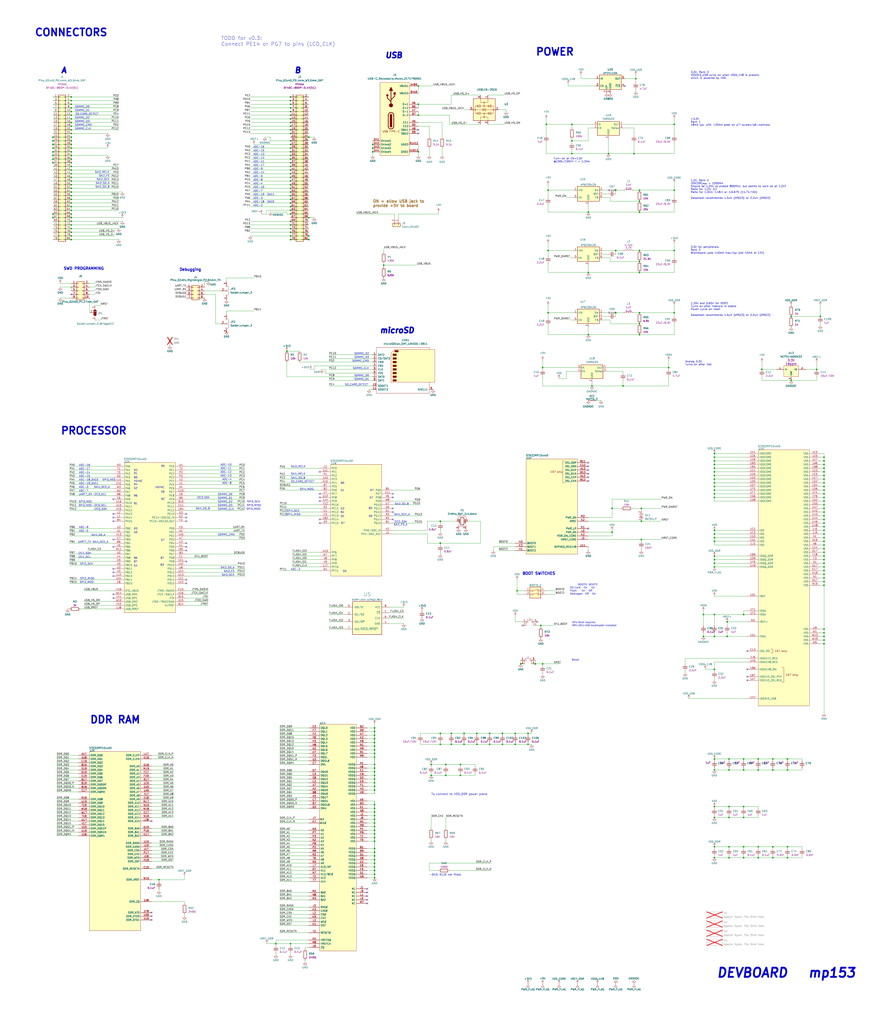
<source format=kicad_sch>
(kicad_sch (version 20250114) (generator "eeschema") (generator_version "9.0")
  (paper "User" 609.6 711.2)
  (lib_symbols
    (symbol "4ms_Capacitor:100nF_0402_16V" (pin_numbers (hide yes)) (pin_names (offset 0.254) (hide yes))
      (property "Reference" "C" (at 1.905 1.27 0))
      (property "Display" "0.1uF" (at 1.905 -1.27 0))
      (symbol "100nF_0402_16V_1_1"
        (pin passive line (at 0 2.54 270) (length 2.032) (name "~") (number "1"))
        (pin passive line (at 0 -2.54 90) (length 2.032) (name "~") (number "2"))
      )
    )
    (symbol "4ms_Capacitor:100nF_0402_50V" (pin_numbers (hide yes)) (pin_names (offset 0.254) (hide yes))
      (property "Reference" "C" (at 1.905 1.27 0))
      (property "Display" "0.1uF" (at 1.905 -1.27 0))
      (symbol "100nF_0402_50V_1_1"
        (pin passive line (at 0 2.54 270) (length 2.032) (name "~") (number "1"))
        (pin passive line (at 0 -2.54 90) (length 2.032) (name "~") (number "2"))
      )
    )
    (symbol "4ms_Capacitor:10nF_0402_16V" (pin_numbers (hide yes)) (pin_names (offset 0.254) (hide yes))
      (property "Reference" "C" (at 1.905 1.27 0))
      (property "Display" "10nF" (at 1.905 -1.27 0))
      (symbol "10nF_0402_16V_1_1"
        (pin passive line (at 0 2.54 270) (length 2.032) (name "~") (number "1"))
        (pin passive line (at 0 -2.54 90) (length 2.032) (name "~") (number "2"))
      )
    )
    (symbol "4ms_Capacitor:10uF_0603_10V" (pin_numbers (hide yes)) (pin_names (offset 0.254) (hide yes))
      (property "Reference" "C" (at 1.905 1.27 0))
      (property "Display" "10uF/10V" (at 1.905 -1.27 0))
      (symbol "10uF_0603_10V_1_1"
        (pin passive line (at 0 2.54 270) (length 2.032) (name "~") (number "1"))
        (pin passive line (at 0 -2.54 90) (length 2.032) (name "~") (number "2"))
      )
    )
    (symbol "4ms_Capacitor:1uF_0402_25V" (pin_numbers (hide yes)) (pin_names (offset 0.254) (hide yes))
      (property "Reference" "C24" (at 4.826 0.254 0))
      (property "Display" "1uF" (at 2.54 -1.27 0))
      (symbol "1uF_0402_25V_1_1"
        (pin passive line (at 0 2.54 270) (length 2.032) (name "~") (number "1"))
        (pin passive line (at 0 -2.54 90) (length 2.032) (name "~") (number "2"))
      )
    )
    (symbol "4ms_Capacitor:2.2uF_0402_6.3V" (pin_numbers (hide yes)) (pin_names (offset 0.254) (hide yes))
      (property "Reference" "C" (at 1.905 1.27 0))
      (property "Display" "2.2uF" (at 1.905 -1.27 0))
      (symbol "2.2uF_0402_6.3V_1_1"
        (pin passive line (at 0 2.54 270) (length 2.032) (name "~") (number "1"))
        (pin passive line (at 0 -2.54 90) (length 2.032) (name "~") (number "2"))
      )
    )
    (symbol "4ms_Capacitor:2.2uF_0603_25V" (pin_numbers (hide yes)) (pin_names (offset 0.254) (hide yes))
      (property "Reference" "C" (at 1.905 1.27 0))
      (property "Display" "2.2uF" (at 1.905 -1.27 0))
      (symbol "2.2uF_0603_25V_1_1"
        (pin passive line (at 0 2.54 270) (length 2.032) (name "~") (number "1"))
        (pin passive line (at 0 -2.54 90) (length 2.032) (name "~") (number "2"))
      )
    )
    (symbol "4ms_Capacitor:22uF_0603_6.3V" (pin_numbers (hide yes)) (pin_names (offset 0.254) (hide yes))
      (property "Reference" "C" (at 1.905 1.27 0))
      (property "Display" "22uF/6.3V" (at 1.905 -1.27 0))
      (symbol "22uF_0603_6.3V_1_1"
        (pin passive line (at 0 2.54 270) (length 2.032) (name "~") (number "1"))
        (pin passive line (at 0 -2.54 90) (length 2.032) (name "~") (number "2"))
      )
    )
    (symbol "4ms_Capacitor:3.3nF_0402_16V" (pin_numbers (hide yes)) (pin_names (offset 0.254) (hide yes))
      (property "Reference" "C" (at 1.905 1.27 0))
      (property "Display" "3.3nF" (at 1.905 -1.27 0))
      (symbol "3.3nF_0402_16V_1_1"
        (pin passive line (at 0 2.54 270) (length 2.032) (name "~") (number "1"))
        (pin passive line (at 0 -2.54 90) (length 2.032) (name "~") (number "2"))
      )
    )
    (symbol "4ms_Capacitor:4.7uF_0402_6.3V" (pin_numbers (hide yes)) (pin_names (offset 0.254) (hide yes))
      (property "Reference" "C" (at 1.905 1.27 0))
      (property "Display" "4.7uF" (at 1.905 -1.27 0))
      (symbol "4.7uF_0402_6.3V_1_1"
        (pin passive line (at 0 2.54 270) (length 2.032) (name "~") (number "1"))
        (pin passive line (at 0 -2.54 90) (length 2.032) (name "~") (number "2"))
      )
    )
    (symbol "4ms_Capacitor:6.8pF_0402_25V" (pin_numbers (hide yes)) (pin_names (offset 0.254) (hide yes))
      (property "Reference" "C" (at 1.905 1.27 0))
      (property "Display" "6.8pF" (at 1.905 -1.27 0))
      (symbol "6.8pF_0402_25V_1_1"
        (pin passive line (at 0 2.54 270) (length 2.032) (name "~") (number "1"))
        (pin passive line (at 0 -2.54 90) (length 2.032) (name "~") (number "2"))
      )
    )
    (symbol "4ms_Connector:Conn_01x02" (pin_names (offset 1.016) (hide yes))
      (property "Reference" "J" (at 0 2.54 0))
      (property "Value" "Conn_01x02" (at 0 -5.08 0))
      (symbol "Conn_01x02_1_1"
        (pin passive line (at -5.08 0 0) (length 3.81) (name "Pin_1") (number "1"))
        (pin passive line (at -5.08 -2.54 0) (length 3.81) (name "Pin_2") (number "2"))
      )
    )
    (symbol "4ms_Connector:Pins_02x04_RightAngle_P2.54mm_TH" (pin_names (offset 1.016) (hide yes))
      (property "Reference" "J" (at 0 6.35 0))
      (property "Value" "Pins_02x04_RightAngle_P2.54mm_TH" (at 1.27 -7.62 0))
      (symbol "Pins_02x04_RightAngle_P2.54mm_TH_1_1"
        (pin passive line (at -6.35 3.81 0) (length 3.81) (name "Pin_1") (number "1"))
        (pin passive line (at -6.35 1.27 0) (length 3.81) (name "Pin_3") (number "3"))
        (pin passive line (at -6.35 -1.27 0) (length 3.81) (name "Pin_5") (number "5"))
        (pin passive line (at -6.35 -3.81 0) (length 3.81) (name "Pin_7") (number "7"))
        (pin passive line (at 6.35 3.81 180) (length 3.81) (name "Pin_2") (number "2"))
        (pin passive line (at 6.35 1.27 180) (length 3.81) (name "Pin_4") (number "4"))
        (pin passive line (at 6.35 -1.27 180) (length 3.81) (name "Pin_6") (number "6"))
        (pin passive line (at 6.35 -3.81 180) (length 3.81) (name "Pin_8") (number "8"))
      )
    )
    (symbol "4ms_Connector:Pins_02x05_P1.27mm_SMT" (pin_names (offset 1.016) (hide yes))
      (property "Reference" "J" (at 0 7.62 0))
      (property "Value" "Pins_02x05_P1.27mm_SMT" (at 0 -7.62 0))
      (symbol "Pins_02x05_P1.27mm_SMT_1_1"
        (pin passive line (at -6.35 5.08 0) (length 3.81) (name "Pin_1") (number "1"))
        (pin passive line (at -6.35 2.54 0) (length 3.81) (name "Pin_3") (number "3"))
        (pin passive line (at -6.35 0 0) (length 3.81) (name "Pin_5") (number "5"))
        (pin passive line (at -6.35 -2.54 0) (length 3.81) (name "Pin_7") (number "7"))
        (pin passive line (at -6.35 -5.08 0) (length 3.81) (name "Pin_9") (number "9"))
        (pin passive line (at 6.35 5.08 180) (length 3.81) (name "Pin_2") (number "2"))
        (pin passive line (at 6.35 2.54 180) (length 3.81) (name "Pin_4") (number "4"))
        (pin passive line (at 6.35 0 180) (length 3.81) (name "Pin_6") (number "6"))
        (pin passive line (at 6.35 -2.54 180) (length 3.81) (name "Pin_8") (number "8"))
        (pin passive line (at 6.35 -5.08 180) (length 3.81) (name "Pin_10") (number "10"))
      )
    )
    (symbol "4ms_Connector:Pins_02x40_P0.4mm_W3.0mm_SMT" (pin_names (offset 1.016) (hide yes))
      (property "Reference" "J" (at 0 50.8 0))
      (property "Value" "Pins_02x40_P0.4mm_W3.0mm_SMT" (at 0 -53.34 0))
      (symbol "Pins_02x40_P0.4mm_W3.0mm_SMT_1_1"
        (pin passive line (at -6.35 48.26 0) (length 3.81) (name "Pin_1") (number "1"))
        (pin passive line (at -6.35 45.72 0) (length 3.81) (name "Pin_3") (number "3"))
        (pin passive line (at -6.35 43.18 0) (length 3.81) (name "Pin_5") (number "5"))
        (pin passive line (at -6.35 40.64 0) (length 3.81) (name "Pin_7") (number "7"))
        (pin passive line (at -6.35 38.1 0) (length 3.81) (name "Pin_9") (number "9"))
        (pin passive line (at -6.35 35.56 0) (length 3.81) (name "Pin_11") (number "11"))
        (pin passive line (at -6.35 33.02 0) (length 3.81) (name "Pin_13") (number "13"))
        (pin passive line (at -6.35 30.48 0) (length 3.81) (name "Pin_15") (number "15"))
        (pin passive line (at -6.35 27.94 0) (length 3.81) (name "Pin_17") (number "17"))
        (pin passive line (at -6.35 25.4 0) (length 3.81) (name "Pin_19") (number "19"))
        (pin passive line (at -6.35 22.86 0) (length 3.81) (name "Pin_21") (number "21"))
        (pin passive line (at -6.35 20.32 0) (length 3.81) (name "Pin_23") (number "23"))
        (pin passive line (at -6.35 17.78 0) (length 3.81) (name "Pin_25") (number "25"))
        (pin passive line (at -6.35 15.24 0) (length 3.81) (name "Pin_27") (number "27"))
        (pin passive line (at -6.35 12.7 0) (length 3.81) (name "Pin_29") (number "29"))
        (pin passive line (at -6.35 10.16 0) (length 3.81) (name "Pin_31") (number "31"))
        (pin passive line (at -6.35 7.62 0) (length 3.81) (name "Pin_33") (number "33"))
        (pin passive line (at -6.35 5.08 0) (length 3.81) (name "Pin_35") (number "35"))
        (pin passive line (at -6.35 2.54 0) (length 3.81) (name "Pin_37") (number "37"))
        (pin passive line (at -6.35 0 0) (length 3.81) (name "Pin_39") (number "39"))
        (pin passive line (at -6.35 -2.54 0) (length 3.81) (name "Pin_41") (number "41"))
        (pin passive line (at -6.35 -5.08 0) (length 3.81) (name "Pin_43") (number "43"))
        (pin passive line (at -6.35 -7.62 0) (length 3.81) (name "Pin_45") (number "45"))
        (pin passive line (at -6.35 -10.16 0) (length 3.81) (name "Pin_47") (number "47"))
        (pin passive line (at -6.35 -12.7 0) (length 3.81) (name "Pin_49") (number "49"))
        (pin passive line (at -6.35 -15.24 0) (length 3.81) (name "Pin_51") (number "51"))
        (pin passive line (at -6.35 -17.78 0) (length 3.81) (name "Pin_53") (number "53"))
        (pin passive line (at -6.35 -20.32 0) (length 3.81) (name "Pin_55") (number "55"))
        (pin passive line (at -6.35 -22.86 0) (length 3.81) (name "Pin_57") (number "57"))
        (pin passive line (at -6.35 -25.4 0) (length 3.81) (name "Pin_59") (number "59"))
        (pin passive line (at -6.35 -27.94 0) (length 3.81) (name "Pin_61") (number "61"))
        (pin passive line (at -6.35 -30.48 0) (length 3.81) (name "Pin_63") (number "63"))
        (pin passive line (at -6.35 -33.02 0) (length 3.81) (name "Pin_65") (number "65"))
        (pin passive line (at -6.35 -35.56 0) (length 3.81) (name "Pin_67") (number "67"))
        (pin passive line (at -6.35 -38.1 0) (length 3.81) (name "Pin_69") (number "69"))
        (pin passive line (at -6.35 -40.64 0) (length 3.81) (name "Pin_71") (number "71"))
        (pin passive line (at -6.35 -43.18 0) (length 3.81) (name "Pin_73") (number "73"))
        (pin passive line (at -6.35 -45.72 0) (length 3.81) (name "Pin_75") (number "75"))
        (pin passive line (at -6.35 -48.26 0) (length 3.81) (name "Pin_77") (number "77"))
        (pin passive line (at -6.35 -50.8 0) (length 3.81) (name "Pin_79") (number "79"))
        (pin passive line (at 6.35 48.26 180) (length 3.81) (name "Pin_2") (number "2"))
        (pin passive line (at 6.35 45.72 180) (length 3.81) (name "Pin_4") (number "4"))
        (pin passive line (at 6.35 43.18 180) (length 3.81) (name "Pin_6") (number "6"))
        (pin passive line (at 6.35 40.64 180) (length 3.81) (name "Pin_8") (number "8"))
        (pin passive line (at 6.35 38.1 180) (length 3.81) (name "Pin_10") (number "10"))
        (pin passive line (at 6.35 35.56 180) (length 3.81) (name "Pin_12") (number "12"))
        (pin passive line (at 6.35 33.02 180) (length 3.81) (name "Pin_14") (number "14"))
        (pin passive line (at 6.35 30.48 180) (length 3.81) (name "Pin_16") (number "16"))
        (pin passive line (at 6.35 27.94 180) (length 3.81) (name "Pin_18") (number "18"))
        (pin passive line (at 6.35 25.4 180) (length 3.81) (name "Pin_20") (number "20"))
        (pin passive line (at 6.35 22.86 180) (length 3.81) (name "Pin_22") (number "22"))
        (pin passive line (at 6.35 20.32 180) (length 3.81) (name "Pin_24") (number "24"))
        (pin passive line (at 6.35 17.78 180) (length 3.81) (name "Pin_26") (number "26"))
        (pin passive line (at 6.35 15.24 180) (length 3.81) (name "Pin_28") (number "28"))
        (pin passive line (at 6.35 12.7 180) (length 3.81) (name "Pin_30") (number "30"))
        (pin passive line (at 6.35 10.16 180) (length 3.81) (name "Pin_32") (number "32"))
        (pin passive line (at 6.35 7.62 180) (length 3.81) (name "Pin_34") (number "34"))
        (pin passive line (at 6.35 5.08 180) (length 3.81) (name "Pin_36") (number "36"))
        (pin passive line (at 6.35 2.54 180) (length 3.81) (name "Pin_38") (number "38"))
        (pin passive line (at 6.35 0 180) (length 3.81) (name "Pin_40") (number "40"))
        (pin passive line (at 6.35 -2.54 180) (length 3.81) (name "Pin_42") (number "42"))
        (pin passive line (at 6.35 -5.08 180) (length 3.81) (name "Pin_44") (number "44"))
        (pin passive line (at 6.35 -7.62 180) (length 3.81) (name "Pin_46") (number "46"))
        (pin passive line (at 6.35 -10.16 180) (length 3.81) (name "Pin_48") (number "48"))
        (pin passive line (at 6.35 -12.7 180) (length 3.81) (name "Pin_50") (number "50"))
        (pin passive line (at 6.35 -15.24 180) (length 3.81) (name "Pin_52") (number "52"))
        (pin passive line (at 6.35 -17.78 180) (length 3.81) (name "Pin_54") (number "54"))
        (pin passive line (at 6.35 -20.32 180) (length 3.81) (name "Pin_56") (number "56"))
        (pin passive line (at 6.35 -22.86 180) (length 3.81) (name "Pin_58") (number "58"))
        (pin passive line (at 6.35 -25.4 180) (length 3.81) (name "Pin_60") (number "60"))
        (pin passive line (at 6.35 -27.94 180) (length 3.81) (name "Pin_62") (number "62"))
        (pin passive line (at 6.35 -30.48 180) (length 3.81) (name "Pin_64") (number "64"))
        (pin passive line (at 6.35 -33.02 180) (length 3.81) (name "Pin_66") (number "66"))
        (pin passive line (at 6.35 -35.56 180) (length 3.81) (name "Pin_68") (number "68"))
        (pin passive line (at 6.35 -38.1 180) (length 3.81) (name "Pin_70") (number "70"))
        (pin passive line (at 6.35 -40.64 180) (length 3.81) (name "Pin_72") (number "72"))
        (pin passive line (at 6.35 -43.18 180) (length 3.81) (name "Pin_74") (number "74"))
        (pin passive line (at 6.35 -45.72 180) (length 3.81) (name "Pin_76") (number "76"))
        (pin passive line (at 6.35 -48.26 180) (length 3.81) (name "Pin_78") (number "78"))
        (pin passive line (at 6.35 -50.8 180) (length 3.81) (name "Pin_80") (number "80"))
      )
    )
    (symbol "4ms_Connector:TestPoint" (pin_numbers (hide yes)) (pin_names (offset 0.762) (hide yes))
      (property "Reference" "TP" (at 0 6.858 0))
      (property "Value" "TestPoint" (at 0 5.08 0))
      (symbol "TestPoint_1_1"
        (pin passive line (at 0 0 90) (length 2.54) (name "1") (number "1"))
      )
    )
    (symbol "4ms_Connector:USB-C_Receptacle_Molex_2171790001"
      (property "Reference" "J" (at -3.175 -2.54 0))
      (property "Value" "USB-C_Receptacle_Molex_2171790001" (at 0 31.75 0))
      (symbol "USB-C_Receptacle_Molex_2171790001_1_0"
        (text "USB TYPE-C" (at -2.4421 -4.1676 0) (effects (font (size 1.27 1.27)) (justify top)))
        (pin passive line (at -15.24 -11.43 0) (length 5.08) (name "Shield1") (number "SH1"))
        (pin passive line (at -15.24 -13.97 0) (length 5.08) (name "Shield2") (number "SH2"))
        (pin passive line (at -15.24 -16.51 0) (length 5.08) (name "Shield3") (number "SH3"))
        (pin passive line (at -15.24 -19.05 0) (length 5.08) (name "Shield4") (number "SH4"))
        (pin passive line (at 16.51 26.67 180) (length 6.35) (name "VBUS1") (number "A4B9"))
        (pin passive line (at 16.51 21.59 180) (length 6.35) (name "VBUS3") (number "B4A9"))
        (pin passive line (at 16.51 13.97 180) (length 6.35) (name "D+1") (number "A6"))
        (pin passive line (at 16.51 11.43 180) (length 6.35) (name "D+2") (number "B6"))
        (pin passive line (at 16.51 8.89 180) (length 6.35) (name "D-1") (number "A7"))
        (pin passive line (at 16.51 6.35 180) (length 6.35) (name "D-2") (number "B7"))
        (pin passive line (at 16.51 1.27 180) (length 6.35) (name "CC1") (number "A5"))
        (pin passive line (at 16.51 -1.27 180) (length 6.35) (name "CC2") (number "B5"))
        (pin passive line (at 16.51 -3.81 180) (length 6.35) (name "SBU1") (number "A8"))
        (pin passive line (at 16.51 -6.35 180) (length 6.35) (name "SBU2") (number "B8"))
        (pin passive line (at 16.51 -13.97 180) (length 6.35) (name "GND3") (number "B1A12"))
        (pin passive line (at 16.51 -19.05 180) (length 6.35) (name "GND1") (number "A1B12"))
      )
    )
    (symbol "4ms_Connector:microSDCon_SMT_104031-0811" (pin_names (offset 1.016))
      (property "Reference" "CON" (at -16.51 13.97 0))
      (property "Value" "microSDCon_SMT_104031-0811" (at 17.78 15.24 0))
      (symbol "microSDCon_SMT_104031-0811_1_1"
        (pin input line (at -22.86 7.62 0) (length 2.54) (name "DAT2") (number "1"))
        (pin input line (at -22.86 5.08 0) (length 2.54) (name "CD/DAT3") (number "2"))
        (pin input line (at -22.86 2.54 0) (length 2.54) (name "CMD") (number "3"))
        (pin input line (at -22.86 0 0) (length 2.54) (name "VDD") (number "4"))
        (pin input line (at -22.86 -2.54 0) (length 2.54) (name "CLK") (number "5"))
        (pin input line (at -22.86 -5.08 0) (length 2.54) (name "VSS") (number "6"))
        (pin input line (at -22.86 -7.62 0) (length 2.54) (name "DAT0") (number "7"))
        (pin input line (at -22.86 -10.16 0) (length 2.54) (name "DAT1") (number "8"))
        (pin input line (at -22.86 -13.97 0) (length 2.54) (name "SDDET1") (number "10"))
        (pin input line (at -22.86 -16.51 0) (length 2.54) (name "SDDET2") (number "11"))
        (pin input line (at 19.05 -16.51 180) (length 2.54) (name "SHELL1") (number "9"))
      )
    )
    (symbol "4ms_Crystal:24MHz_8pF_2x1.6mm" (pin_names (offset 1.016) (hide yes))
      (property "Reference" "Y" (at 0 7.62 0))
      (property "Value" "24MHz_8pF_2x1.6mm" (at 0 5.08 0))
      (symbol "24MHz_8pF_2x1.6mm_1_1"
        (pin passive line (at -3.81 0 0) (length 1.27) (name "1") (number "1"))
        (pin passive line (at -2.54 -5.08 90) (length 1.27) (name "2") (number "2"))
        (pin passive line (at 2.54 -5.08 90) (length 1.27) (name "4") (number "4"))
        (pin passive line (at 3.81 0 180) (length 1.27) (name "3") (number "3"))
      )
    )
    (symbol "4ms_Diode:BAT54LP" (pin_names (offset 1.016) (hide yes))
      (property "Reference" "D" (at 0 2.54 0))
      (property "Value" "BAT54LP" (at 0 -2.54 0))
      (symbol "BAT54LP_1_1"
        (pin passive line (at -3.81 0 0) (length 2.54) (name "K") (number "1"))
        (pin passive line (at 3.81 0 180) (length 2.54) (name "A") (number "2"))
      )
    )
    (symbol "4ms_Hardware:Spacer Nylon, Unthreaded, Height=11mm, ID {gt}= 3mm, OD {lt} 6mm" (pin_names (offset 1.016))
      (property "Reference" "H" (at 0 5.08 0))
      (property "Value" "Spacer Nylon, Unthreaded, Height=11mm, ID >= 3mm, OD < 6mm" (at 0 3.175 0))
    )
    (symbol "4ms_IC:AP2411SN"
      (property "Reference" "U" (at -7.62 -6.35 0))
      (property "Value" "AP2411SN" (at -7.62 6.35 0))
      (symbol "AP2411SN_1_1"
        (pin power_in line (at -10.16 2.54 0) (length 2.54) (name "IN") (number "1"))
        (pin input line (at -10.16 -2.54 0) (length 2.54) (name "EN") (number "3"))
        (pin power_in line (at -2.54 -7.62 90) (length 2.54) (name "EP") (number "7"))
        (pin power_in line (at 0 -7.62 90) (length 2.54) (name "GND") (number "2"))
        (pin power_out line (at 10.16 2.54 180) (length 2.54) (name "OUT") (number "5"))
        (pin no_connect line (at 10.16 0 180) (length 2.54) (hide yes) (name "NC") (number "6"))
        (pin open_collector line (at 10.16 -2.54 180) (length 2.54) (name "~{FLG}") (number "4"))
      )
    )
    (symbol "4ms_IC:AP6230xZ6"
      (property "Reference" "U" (at 0 8.89 0))
      (property "Value" "AP6230xZ6" (at 0 6.35 0))
      (symbol "AP6230xZ6_1_1"
        (pin power_in line (at -10.16 2.54 0) (length 2.54) (name "VIN") (number "1"))
        (pin input line (at -10.16 -2.54 0) (length 2.54) (name "EN") (number "5"))
        (pin power_in line (at 0 -7.62 90) (length 2.54) (name "GND") (number "3"))
        (pin output line (at 10.16 2.54 180) (length 2.54) (name "SW") (number "2"))
        (pin passive line (at 10.16 0 180) (length 2.54) (name "BST") (number "4"))
        (pin input line (at 10.16 -2.54 180) (length 2.54) (name "FB") (number "6"))
      )
    )
    (symbol "4ms_IC:DDR3L-RAM-4Gb_MT41K256M16TW"
      (property "Reference" "U7" (at 0 0 0))
      (symbol "DDR3L-RAM-4Gb_MT41K256M16TW_1_0"
        (pin passive line (at -7.62 -2.54 0) (length 7.62) (name "DQL0") (number "E3"))
        (pin passive line (at -7.62 -5.08 0) (length 7.62) (name "DQL1") (number "F7"))
        (pin passive line (at -7.62 -7.62 0) (length 7.62) (name "DQL2") (number "F2"))
        (pin passive line (at -7.62 -10.16 0) (length 7.62) (name "DQL3") (number "F8"))
        (pin passive line (at -7.62 -12.7 0) (length 7.62) (name "DQL4") (number "H3"))
        (pin passive line (at -7.62 -15.24 0) (length 7.62) (name "DQL5") (number "H8"))
        (pin passive line (at -7.62 -17.78 0) (length 7.62) (name "DQL6") (number "G2"))
        (pin passive line (at -7.62 -20.32 0) (length 7.62) (name "DQL7") (number "H7"))
        (pin passive line (at -7.62 -22.86 0) (length 7.62) (name "DQSL") (number "F3"))
        (pin passive line (at -7.62 -25.4 0) (length 7.62) (name "DQSL#") (number "G3"))
        (pin passive line (at -7.62 -27.94 0) (length 7.62) (name "DML") (number "E7"))
        (pin passive line (at -7.62 -33.02 0) (length 7.62) (name "DQU0") (number "D7"))
        (pin passive line (at -7.62 -35.56 0) (length 7.62) (name "DQU1") (number "C3"))
        (pin passive line (at -7.62 -38.1 0) (length 7.62) (name "DQU2") (number "C8"))
        (pin passive line (at -7.62 -40.64 0) (length 7.62) (name "DQU3") (number "C2"))
        (pin passive line (at -7.62 -43.18 0) (length 7.62) (name "DQU4") (number "A7"))
        (pin passive line (at -7.62 -45.72 0) (length 7.62) (name "DQU5") (number "A2"))
        (pin passive line (at -7.62 -48.26 0) (length 7.62) (name "DQU6") (number "B8"))
        (pin passive line (at -7.62 -50.8 0) (length 7.62) (name "DQU7") (number "A3"))
        (pin passive line (at -7.62 -53.34 0) (length 7.62) (name "DQSU") (number "C7"))
        (pin passive line (at -7.62 -55.88 0) (length 7.62) (name "DQSU#") (number "B7"))
        (pin passive line (at -7.62 -58.42 0) (length 7.62) (name "DMU") (number "D3"))
        (pin passive clock (at -7.62 -66.04 0) (length 7.62) (name "CK") (number "J7"))
        (pin passive clock (at -7.62 -68.58 0) (length 7.62) (name "CK#") (number "K7"))
        (pin passive line (at -7.62 -73.66 0) (length 7.62) (name "A0") (number "N3"))
        (pin passive line (at -7.62 -76.2 0) (length 7.62) (name "A1") (number "P7"))
        (pin passive line (at -7.62 -78.74 0) (length 7.62) (name "A2") (number "P3"))
        (pin passive line (at -7.62 -81.28 0) (length 7.62) (name "A3") (number "N2"))
        (pin passive line (at -7.62 -83.82 0) (length 7.62) (name "A4") (number "P8"))
        (pin passive line (at -7.62 -86.36 0) (length 7.62) (name "A5") (number "P2"))
        (pin passive line (at -7.62 -88.9 0) (length 7.62) (name "A6") (number "R8"))
        (pin passive line (at -7.62 -91.44 0) (length 7.62) (name "A7") (number "R2"))
        (pin passive line (at -7.62 -93.98 0) (length 7.62) (name "A8") (number "T8"))
        (pin passive line (at -7.62 -96.52 0) (length 7.62) (name "A9") (number "R3"))
        (pin passive line (at -7.62 -99.06 0) (length 7.62) (name "A10/AP") (number "L7"))
        (pin passive line (at -7.62 -101.6 0) (length 7.62) (name "A11") (number "R7"))
        (pin passive line (at -7.62 -104.14 0) (length 7.62) (name "A12/BC#") (number "N7"))
        (pin passive line (at -7.62 -106.68 0) (length 7.62) (name "A13") (number "T3"))
        (pin passive line (at -7.62 -109.22 0) (length 7.62) (name "A14") (number "T7"))
        (pin passive line (at -7.62 -116.84 0) (length 7.62) (name "BA0") (number "M2"))
        (pin passive line (at -7.62 -119.38 0) (length 7.62) (name "BA1") (number "N8"))
        (pin passive line (at -7.62 -121.92 0) (length 7.62) (name "BA2") (number "M3"))
        (pin passive line (at -7.62 -127 0) (length 7.62) (name "RAS#") (number "J3"))
        (pin passive line (at -7.62 -129.54 0) (length 7.62) (name "CAS#") (number "K3"))
        (pin passive line (at -7.62 -132.08 0) (length 7.62) (name "CS#") (number "L2"))
        (pin passive line (at -7.62 -134.62 0) (length 7.62) (name "CKE") (number "K9"))
        (pin passive line (at -7.62 -137.16 0) (length 7.62) (name "WE#") (number "L3"))
        (pin passive line (at -7.62 -139.7 0) (length 7.62) (name "ODT") (number "K1"))
        (pin passive line (at -7.62 -144.78 0) (length 7.62) (name "RESET#") (number "T2"))
        (pin passive line (at -7.62 -149.86 0) (length 7.62) (name "VREFDQ") (number "H1"))
        (pin passive line (at -7.62 -152.4 0) (length 7.62) (name "VREFCA") (number "M8"))
        (pin passive line (at -7.62 -154.94 0) (length 7.62) (name "ZQ") (number "L8"))
        (pin passive line (at 33.02 -2.54 180) (length 7.62) (name "VDD") (number "B2"))
        (pin passive line (at 33.02 -5.08 180) (length 7.62) (name "VDD") (number "D9"))
        (pin passive line (at 33.02 -7.62 180) (length 7.62) (name "VDD") (number "G7"))
        (pin passive line (at 33.02 -10.16 180) (length 7.62) (name "VDD") (number "K2"))
        (pin passive line (at 33.02 -12.7 180) (length 7.62) (name "VDD") (number "K8"))
        (pin passive line (at 33.02 -15.24 180) (length 7.62) (name "VDD") (number "N1"))
        (pin passive line (at 33.02 -17.78 180) (length 7.62) (name "VDD") (number "N9"))
        (pin passive line (at 33.02 -20.32 180) (length 7.62) (name "VDD") (number "R1"))
        (pin passive line (at 33.02 -22.86 180) (length 7.62) (name "VDD") (number "R9"))
        (pin passive line (at 33.02 -27.94 180) (length 7.62) (name "VDDQ") (number "A1"))
        (pin passive line (at 33.02 -30.48 180) (length 7.62) (name "VDDQ") (number "A8"))
        (pin passive line (at 33.02 -33.02 180) (length 7.62) (name "VDDQ") (number "C1"))
        (pin passive line (at 33.02 -35.56 180) (length 7.62) (name "VDDQ") (number "C9"))
        (pin passive line (at 33.02 -38.1 180) (length 7.62) (name "VDDQ") (number "D2"))
        (pin passive line (at 33.02 -40.64 180) (length 7.62) (name "VDDQ") (number "E9"))
        (pin passive line (at 33.02 -43.18 180) (length 7.62) (name "VDDQ") (number "F1"))
        (pin passive line (at 33.02 -45.72 180) (length 7.62) (name "VDDQ") (number "H2"))
        (pin passive line (at 33.02 -48.26 180) (length 7.62) (name "VDDQ") (number "H9"))
        (pin passive line (at 33.02 -53.34 180) (length 7.62) (name "VSS") (number "A9"))
        (pin passive line (at 33.02 -55.88 180) (length 7.62) (name "VSS") (number "B3"))
        (pin passive line (at 33.02 -58.42 180) (length 7.62) (name "VSS") (number "E1"))
        (pin passive line (at 33.02 -60.96 180) (length 7.62) (name "VSS") (number "G8"))
        (pin passive line (at 33.02 -63.5 180) (length 7.62) (name "VSS") (number "J2"))
        (pin passive line (at 33.02 -66.04 180) (length 7.62) (name "VSS") (number "J8"))
        (pin passive line (at 33.02 -68.58 180) (length 7.62) (name "VSS") (number "M1"))
        (pin passive line (at 33.02 -71.12 180) (length 7.62) (name "VSS") (number "M9"))
        (pin passive line (at 33.02 -73.66 180) (length 7.62) (name "VSS") (number "P1"))
        (pin passive line (at 33.02 -76.2 180) (length 7.62) (name "VSS") (number "P9"))
        (pin passive line (at 33.02 -78.74 180) (length 7.62) (name "VSS") (number "T1"))
        (pin passive line (at 33.02 -81.28 180) (length 7.62) (name "VSS") (number "T9"))
        (pin passive line (at 33.02 -86.36 180) (length 7.62) (name "VSSQ") (number "B1"))
        (pin passive line (at 33.02 -88.9 180) (length 7.62) (name "VSSQ") (number "B9"))
        (pin passive line (at 33.02 -91.44 180) (length 7.62) (name "VSSQ") (number "D1"))
        (pin passive line (at 33.02 -93.98 180) (length 7.62) (name "VSSQ") (number "D8"))
        (pin passive line (at 33.02 -96.52 180) (length 7.62) (name "VSSQ") (number "E2"))
        (pin passive line (at 33.02 -99.06 180) (length 7.62) (name "VSSQ") (number "E8"))
        (pin passive line (at 33.02 -101.6 180) (length 7.62) (name "VSSQ") (number "F9"))
        (pin passive line (at 33.02 -104.14 180) (length 7.62) (name "VSSQ") (number "G1"))
        (pin passive line (at 33.02 -106.68 180) (length 7.62) (name "VSSQ") (number "G9"))
        (pin passive line (at 33.02 -114.3 180) (length 7.62) (name "NC") (number "J1"))
        (pin passive line (at 33.02 -116.84 180) (length 7.62) (name "NC") (number "J9"))
        (pin passive line (at 33.02 -119.38 180) (length 7.62) (name "NC") (number "L1"))
        (pin passive line (at 33.02 -121.92 180) (length 7.62) (name "NC") (number "L9"))
        (pin passive line (at 33.02 -124.46 180) (length 7.62) (name "NC") (number "M7"))
      )
    )
    (symbol "4ms_IC:NORFLASH_W25Q128JV" (pin_names (offset 1.016))
      (property "Reference" "U?" (at 0 13.97 0))
      (property "Value" "NORFLASH_W25Q128JV" (at 0 -13.97 0))
      (symbol "NORFLASH_W25Q128JV_1_1"
        (pin bidirectional line (at -15.24 7.62 0) (length 5.08) (name "IO0/SI") (number "5"))
        (pin bidirectional line (at -15.24 2.54 0) (length 5.08) (name "IO1/SO") (number "2"))
        (pin bidirectional line (at -15.24 -2.54 0) (length 5.08) (name "IO2/~{WP}") (number "3"))
        (pin bidirectional line (at -15.24 -7.62 0) (length 5.08) (name "IO3/~{HOLD}/~{RESET}") (number "7"))
        (pin power_in line (at 15.24 7.62 180) (length 5.08) (name "VCC") (number "8"))
        (pin bidirectional line (at 15.24 3.81 180) (length 5.08) (name "~{CS}") (number "1"))
        (pin bidirectional line (at 15.24 0 180) (length 5.08) (name "CLK") (number "6"))
        (pin power_in line (at 15.24 -3.81 180) (length 5.08) (name "GND") (number "4"))
      )
    )
    (symbol "4ms_IC:STM32MP15xxAD"
      (property "Reference" "U?" (at 1.27 5.08 0))
      (property "Value" "STM32MP15xxAD" (at 7.62 2.54 0))
      (symbol "STM32MP15xxAD_1_0"
        (pin passive line (at -7.62 -2.54 0) (length 7.62) (name "PA0") (number "N3"))
        (pin passive line (at -7.62 -5.08 0) (length 7.62) (name "PA1") (number "T1"))
        (pin passive line (at -7.62 -7.62 0) (length 7.62) (name "PA2") (number "T3"))
        (pin passive line (at -7.62 -10.16 0) (length 7.62) (name "PA3") (number "N2"))
        (pin passive line (at -7.62 -12.7 0) (length 7.62) (name "PA4") (number "1J1"))
        (pin passive line (at -7.62 -15.24 0) (length 7.62) (name "PA5") (number "1H1"))
        (pin passive line (at -7.62 -17.78 0) (length 7.62) (name "PA6") (number "W3"))
        (pin passive line (at -7.62 -20.32 0) (length 7.62) (name "PA7") (number "W2"))
        (pin passive line (at -7.62 -22.86 0) (length 7.62) (name "PA8") (number "B8"))
        (pin passive line (at -7.62 -25.4 0) (length 7.62) (name "PA9") (number "C6"))
        (pin passive line (at -7.62 -27.94 0) (length 7.62) (name "PA10") (number "U16"))
        (pin passive line (at -7.62 -30.48 0) (length 7.62) (name "PA11") (number "U15"))
        (pin passive line (at -7.62 -33.02 0) (length 7.62) (name "PA12") (number "V15"))
        (pin passive line (at -7.62 -35.56 0) (length 7.62) (name "PA13") (number "L2"))
        (pin passive line (at -7.62 -38.1 0) (length 7.62) (name "PA14") (number "L1"))
        (pin passive line (at -7.62 -40.64 0) (length 7.62) (name "PA15") (number "B4"))
        (pin passive line (at -7.62 -45.72 0) (length 7.62) (name "PB0") (number "U2"))
        (pin passive line (at -7.62 -48.26 0) (length 7.62) (name "PB1") (number "U1"))
        (pin passive line (at -7.62 -50.8 0) (length 7.62) (name "PB2") (number "V13"))
        (pin passive line (at -7.62 -53.34 0) (length 7.62) (name "PB3") (number "C7"))
        (pin passive line (at -7.62 -55.88 0) (length 7.62) (name "PB4") (number "B6"))
        (pin passive line (at -7.62 -58.42 0) (length 7.62) (name "PB5") (number "V5"))
        (pin passive line (at -7.62 -60.96 0) (length 7.62) (name "PB6") (number "W11"))
        (pin passive line (at -7.62 -63.5 0) (length 7.62) (name "PB7") (number "A3"))
        (pin passive line (at -7.62 -66.04 0) (length 7.62) (name "PB8") (number "V4"))
        (pin passive line (at -7.62 -68.58 0) (length 7.62) (name "PB9") (number "C9"))
        (pin passive line (at -7.62 -71.12 0) (length 7.62) (name "PB10") (number "U5"))
        (pin passive line (at -7.62 -73.66 0) (length 7.62) (name "PB11") (number "U3"))
        (pin passive line (at -7.62 -76.2 0) (length 7.62) (name "PB12") (number "V3"))
        (pin passive line (at -7.62 -78.74 0) (length 7.62) (name "PB13") (number "1J2"))
        (pin passive line (at -7.62 -81.28 0) (length 7.62) (name "PB14") (number "1A4"))
        (pin passive line (at -7.62 -83.82 0) (length 7.62) (name "PB15") (number "C8"))
        (pin passive line (at -7.62 -88.9 0) (length 7.62) (name "OTG_VBUS") (number "V16"))
        (pin passive line (at -7.62 -91.44 0) (length 7.62) (name "USB_DM1") (number "W14"))
        (pin passive line (at -7.62 -93.98 0) (length 7.62) (name "USB_DP1") (number "V14"))
        (pin passive line (at -7.62 -96.52 0) (length 7.62) (name "USB_DM2") (number "W10"))
        (pin passive line (at -7.62 -99.06 0) (length 7.62) (name "USB_DP2") (number "V10"))
        (pin passive line (at -7.62 -101.6 0) (length 7.62) (name "USB_RREF") (number "1J8"))
        (pin passive line (at 43.18 -2.54 180) (length 7.62) (name "PC0") (number "U4"))
        (pin passive line (at 43.18 -5.08 180) (length 7.62) (name "PC1") (number "T2"))
        (pin passive line (at 43.18 -7.62 180) (length 7.62) (name "PC2") (number "P2"))
        (pin passive line (at 43.18 -10.16 180) (length 7.62) (name "PC3") (number "P3"))
        (pin passive line (at 43.18 -12.7 180) (length 7.62) (name "PC4") (number "V2"))
        (pin passive line (at 43.18 -15.24 180) (length 7.62) (name "PC5") (number "V1"))
        (pin passive line (at 43.18 -17.78 180) (length 7.62) (name "PC6") (number "A4"))
        (pin passive line (at 43.18 -20.32 180) (length 7.62) (name "PC7") (number "C10"))
        (pin passive line (at 43.18 -22.86 180) (length 7.62) (name "PC8") (number "A9"))
        (pin passive line (at 43.18 -25.4 180) (length 7.62) (name "PC9") (number "B9"))
        (pin passive line (at 43.18 -27.94 180) (length 7.62) (name "PC10") (number "B10"))
        (pin passive line (at 43.18 -30.48 180) (length 7.62) (name "PC11") (number "C11"))
        (pin passive line (at 43.18 -33.02 180) (length 7.62) (name "PC12") (number "1B4"))
        (pin passive line (at 43.18 -35.56 180) (length 7.62) (name "PC13") (number "G3"))
        (pin passive line (at 43.18 -38.1 180) (length 7.62) (name "PC14-OSC32_IN") (number "G2"))
        (pin passive line (at 43.18 -40.64 180) (length 7.62) (name "PC15-OSC32_OUT") (number "F2"))
        (pin passive line (at 43.18 -45.72 180) (length 7.62) (name "PD0") (number "C5"))
        (pin passive line (at 43.18 -48.26 180) (length 7.62) (name "PD1") (number "A2"))
        (pin passive line (at 43.18 -50.8 180) (length 7.62) (name "PD2") (number "1A5"))
        (pin passive line (at 43.18 -53.34 180) (length 7.62) (name "PD3") (number "A7"))
        (pin passive line (at 43.18 -55.88 180) (length 7.62) (name "PD4") (number "C3"))
        (pin passive line (at 43.18 -58.42 180) (length 7.62) (name "PD5") (number "C4"))
        (pin passive line (at 43.18 -60.96 180) (length 7.62) (name "PD6") (number "1B1"))
        (pin passive line (at 43.18 -63.5 180) (length 7.62) (name "PD7") (number "B3"))
        (pin passive line (at 43.18 -66.04 180) (length 7.62) (name "PD8") (number "E1"))
        (pin passive line (at 43.18 -68.58 180) (length 7.62) (name "PD9") (number "1C1"))
        (pin passive line (at 43.18 -71.12 180) (length 7.62) (name "PD10") (number "1A2"))
        (pin passive line (at 43.18 -73.66 180) (length 7.62) (name "PD11") (number "U8"))
        (pin passive line (at 43.18 -76.2 180) (length 7.62) (name "PD12") (number "U14"))
        (pin passive line (at 43.18 -78.74 180) (length 7.62) (name "PD13") (number "U13"))
        (pin passive line (at 43.18 -81.28 180) (length 7.62) (name "PD14") (number "1E1"))
        (pin passive line (at 43.18 -83.82 180) (length 7.62) (name "PD15") (number "1C2"))
        (pin passive line (at 43.18 -88.9 180) (length 7.62) (name "JTMS-SWDIO") (number "C15"))
        (pin passive line (at 43.18 -91.44 180) (length 7.62) (name "JTCK-SWCLK") (number "A16"))
        (pin passive line (at 43.18 -93.98 180) (length 7.62) (name "JTDI") (number "B15"))
        (pin passive line (at 43.18 -96.52 180) (length 7.62) (name "JTDO-TRACESWO") (number "A15"))
        (pin passive line (at 43.18 -99.06 180) (length 7.62) (name "NJTRST") (number "B14"))
      )
      (symbol "STM32MP15xxAD_2_0"
        (pin passive line (at -7.62 -2.54 0) (length 7.62) (name "PE0") (number "C2"))
        (pin passive line (at -7.62 -5.08 0) (length 7.62) (name "PE1") (number "1A1"))
        (pin passive line (at -7.62 -7.62 0) (length 7.62) (name "PE2") (number "P1"))
        (pin passive line (at -7.62 -10.16 0) (length 7.62) (name "PE3") (number "1A3"))
        (pin passive line (at -7.62 -12.7 0) (length 7.62) (name "PE4") (number "A10"))
        (pin passive line (at -7.62 -15.24 0) (length 7.62) (name "PE5") (number "B7"))
        (pin passive line (at -7.62 -17.78 0) (length 7.62) (name "PE6") (number "B2"))
        (pin passive line (at -7.62 -20.32 0) (length 7.62) (name "PE7") (number "V7"))
        (pin passive line (at -7.62 -22.86 0) (length 7.62) (name "PE8") (number "U12"))
        (pin passive line (at -7.62 -25.4 0) (length 7.62) (name "PE9") (number "1J4"))
        (pin passive line (at -7.62 -27.94 0) (length 7.62) (name "PE10") (number "V12"))
        (pin passive line (at -7.62 -30.48 0) (length 7.62) (name "PE11") (number "D2"))
        (pin passive line (at -7.62 -33.02 0) (length 7.62) (name "PE12") (number "C1"))
        (pin passive line (at -7.62 -35.56 0) (length 7.62) (name "PE13") (number "E3"))
        (pin passive line (at -7.62 -38.1 0) (length 7.62) (name "PE14") (number "1B2"))
        (pin passive line (at -7.62 -40.64 0) (length 7.62) (name "PE15") (number "D3"))
        (pin passive line (at -7.62 -60.96 0) (length 7.62) (name "PF6") (number "U10"))
        (pin passive line (at -7.62 -63.5 0) (length 7.62) (name "PF7") (number "W7"))
        (pin passive line (at -7.62 -66.04 0) (length 7.62) (name "PF8") (number "V8"))
        (pin passive line (at -7.62 -68.58 0) (length 7.62) (name "PF9") (number "V9"))
        (pin passive line (at -7.62 -71.12 0) (length 7.62) (name "PF10") (number "1J7"))
        (pin passive line (at -7.62 -73.66 0) (length 7.62) (name "PF11") (number "W4"))
        (pin passive line (at 43.18 -17.78 180) (length 7.62) (name "PG6") (number "B5"))
        (pin passive line (at 43.18 -20.32 180) (length 7.62) (name "PG7") (number "V11"))
        (pin passive line (at 43.18 -22.86 180) (length 7.62) (name "PG8") (number "V6"))
        (pin passive line (at 43.18 -25.4 180) (length 7.62) (name "PG9") (number "W8"))
        (pin passive line (at 43.18 -27.94 180) (length 7.62) (name "PG10") (number "U7"))
        (pin passive line (at 43.18 -30.48 180) (length 7.62) (name "PG11") (number "U6"))
        (pin passive line (at 43.18 -33.02 180) (length 7.62) (name "PG12") (number "D1"))
        (pin passive line (at 43.18 -35.56 180) (length 7.62) (name "PG13") (number "R3"))
        (pin passive line (at 43.18 -38.1 180) (length 7.62) (name "PG14") (number "R2"))
        (pin passive line (at 43.18 -40.64 180) (length 7.62) (name "PG15") (number "B1"))
        (pin passive line (at 43.18 -45.72 180) (length 7.62) (name "PH0-OSC_IN") (number "H2"))
        (pin passive line (at 43.18 -48.26 180) (length 7.62) (name "PH1-OSC_OUT") (number "J2"))
      )
      (symbol "STM32MP15xxAD_3_0"
        (text "157 only" (at 25.4 -8.89 0) (effects (font (size 1.27 1.27) (italic yes)) (justify right)))
        (pin passive line (at -7.62 -58.42 0) (length 7.62) (name "BOOT0") (number "H3"))
        (pin passive line (at -7.62 -60.96 0) (length 7.62) (name "BOOT1") (number "K3"))
        (pin passive line (at -7.62 -63.5 0) (length 7.62) (name "BOOT2") (number "H1"))
        (pin passive line (at 43.18 -2.54 180) (length 7.62) (name "DSI_D0P") (number "B11"))
        (pin passive line (at 43.18 -5.08 180) (length 7.62) (name "DSI_D0N") (number "C12"))
        (pin passive line (at 43.18 -7.62 180) (length 7.62) (name "DSI_D1P") (number "A13"))
        (pin passive line (at 43.18 -10.16 180) (length 7.62) (name "DSI_D1N") (number "B13"))
        (pin passive line (at 43.18 -12.7 180) (length 7.62) (name "DSI_CKP") (number "A12"))
        (pin passive line (at 43.18 -15.24 180) (length 7.62) (name "DSI_CKN") (number "B12"))
        (pin passive line (at 43.18 -40.64 180) (length 7.62) (name "PWR_ON") (number "M2"))
        (pin passive line (at 43.18 -43.18 180) (length 7.62) (name "NRST") (number "E2"))
        (pin passive line (at 43.18 -48.26 180) (length 7.62) (name "PWR_LP") (number "K1"))
        (pin passive line (at 43.18 -50.8 180) (length 7.62) (name "PDR_ON") (number "L3"))
        (pin passive line (at 43.18 -53.34 180) (length 7.62) (name "PDR_ON_CORE") (number "K2"))
        (pin passive line (at 43.18 -55.88 180) (length 7.62) (name "NRST_CORE") (number "J3"))
        (pin passive line (at 43.18 -60.96 180) (length 7.62) (name "BYPASS_REG1V8") (number "U11"))
      )
      (symbol "STM32MP15xxAD_4_0"
        (text "157 only" (at 11.43 -139.7 0) (effects (font (size 1.27 1.27) (italic yes)) (justify left)))
        (text "157 only" (at 19.05 -156.21 0) (effects (font (size 1.27 1.27) (italic yes)) (justify left)))
        (pin passive line (at -7.62 -2.54 0) (length 7.62) (name "VDDCORE") (number "1E4"))
        (pin passive line (at -7.62 -5.08 0) (length 7.62) (name "VDDCORE") (number "1E6"))
        (pin passive line (at -7.62 -7.62 0) (length 7.62) (name "VDDCORE") (number "1E8"))
        (pin passive line (at -7.62 -10.16 0) (length 7.62) (name "VDDCORE") (number "1B3"))
        (pin passive line (at -7.62 -12.7 0) (length 7.62) (name "VDDCORE") (number "1B5"))
        (pin passive line (at -7.62 -15.24 0) (length 7.62) (name "VDDCORE") (number "1C4"))
        (pin passive line (at -7.62 -17.78 0) (length 7.62) (name "VDDCORE") (number "1C6"))
        (pin passive line (at -7.62 -20.32 0) (length 7.62) (name "VDDCORE") (number "1D3"))
        (pin passive line (at -7.62 -22.86 0) (length 7.62) (name "VDDCORE") (number "1D5"))
        (pin passive line (at -7.62 -25.4 0) (length 7.62) (name "VDDCORE") (number "1D7"))
        (pin passive line (at -7.62 -27.94 0) (length 7.62) (name "VDDCORE") (number "1F5"))
        (pin passive line (at -7.62 -30.48 0) (length 7.62) (name "VDDCORE") (number "1F7"))
        (pin passive line (at -7.62 -33.02 0) (length 7.62) (name "VDDCORE") (number "1G6"))
        (pin passive line (at -7.62 -35.56 0) (length 7.62) (name "VDDCORE") (number "1G8"))
        (pin passive line (at -7.62 -55.88 0) (length 7.62) (name "VDD") (number "1E2"))
        (pin passive line (at -7.62 -58.42 0) (length 7.62) (name "VDD") (number "1F3"))
        (pin passive line (at -7.62 -60.96 0) (length 7.62) (name "VDD") (number "1G3"))
        (pin passive line (at -7.62 -63.5 0) (length 7.62) (name "VDD") (number "1G4"))
        (pin passive line (at -7.62 -66.04 0) (length 7.62) (name "VDD") (number "1J3"))
        (pin passive line (at -7.62 -73.66 0) (length 7.62) (name "VDDQ_DDR") (number "1B9"))
        (pin passive line (at -7.62 -76.2 0) (length 7.62) (name "VDDQ_DDR") (number "1D9"))
        (pin passive line (at -7.62 -78.74 0) (length 7.62) (name "VDDQ_DDR") (number "1F9"))
        (pin passive line (at -7.62 -81.28 0) (length 7.62) (name "VDDQ_DDR") (number "1H9"))
        (pin passive line (at -7.62 -101.6 0) (length 7.62) (name "VBAT") (number "1D1"))
        (pin passive line (at -7.62 -111.76 0) (length 7.62) (name "VDDA") (number "1F1"))
        (pin passive line (at -7.62 -114.3 0) (length 7.62) (name "VDDA") (number "1F2"))
        (pin passive line (at -7.62 -119.38 0) (length 7.62) (name "VREF+") (number "M3"))
        (pin passive line (at -7.62 -129.54 0) (length 7.62) (name "VSSA") (number "1G1"))
        (pin passive line (at -7.62 -139.7 0) (length 7.62) (name "VDD_DSI") (number "C13"))
        (pin passive line (at -7.62 -144.78 0) (length 7.62) (name "VDDA1V1_REG") (number "1J6"))
        (pin passive line (at -7.62 -147.32 0) (length 7.62) (name "VDDA1V8_REG") (number "1H5"))
        (pin passive line (at -7.62 -152.4 0) (length 7.62) (name "VDDA1V8_DSI") (number "1B6"))
        (pin passive line (at -7.62 -157.48 0) (length 7.62) (name "VDD1V2_DSI_PHY") (number "1B7"))
        (pin passive line (at -7.62 -160.02 0) (length 7.62) (name "VDD1V2_DSI_REG") (number "1A7"))
        (pin passive line (at -7.62 -172.72 0) (length 7.62) (name "VDD3V3_USB") (number "1H7"))
        (pin passive line (at 43.18 -2.54 180) (length 7.62) (name "VSS") (number "1E3"))
        (pin passive line (at 43.18 -5.08 180) (length 7.62) (name "VSS") (number "1E5"))
        (pin passive line (at 43.18 -7.62 180) (length 7.62) (name "VSS") (number "1E7"))
        (pin passive line (at 43.18 -10.16 180) (length 7.62) (name "VSS") (number "1A6"))
        (pin passive line (at 43.18 -12.7 180) (length 7.62) (name "VSS") (number "1B8"))
        (pin passive line (at 43.18 -15.24 180) (length 7.62) (name "VSS") (number "1C3"))
        (pin passive line (at 43.18 -17.78 180) (length 7.62) (name "VSS") (number "1C5"))
        (pin passive line (at 43.18 -20.32 180) (length 7.62) (name "VSS") (number "1C7"))
        (pin passive line (at 43.18 -22.86 180) (length 7.62) (name "VSS") (number "1D2"))
        (pin passive line (at 43.18 -25.4 180) (length 7.62) (name "VSS") (number "1D4"))
        (pin passive line (at 43.18 -27.94 180) (length 7.62) (name "VSS") (number "1D6"))
        (pin passive line (at 43.18 -30.48 180) (length 7.62) (name "VSS") (number "1F4"))
        (pin passive line (at 43.18 -33.02 180) (length 7.62) (name "VSS") (number "1F6"))
        (pin passive line (at 43.18 -35.56 180) (length 7.62) (name "VSS") (number "1G2"))
        (pin passive line (at 43.18 -38.1 180) (length 7.62) (name "VSS") (number "1G5"))
        (pin passive line (at 43.18 -40.64 180) (length 7.62) (name "VSS") (number "1G7"))
        (pin passive line (at 43.18 -43.18 180) (length 7.62) (name "VSS") (number "1H2"))
        (pin passive line (at 43.18 -45.72 180) (length 7.62) (name "VSS") (number "1H3"))
        (pin passive line (at 43.18 -48.26 180) (length 7.62) (name "VSS") (number "1H4"))
        (pin passive line (at 43.18 -50.8 180) (length 7.62) (name "VSS") (number "1H6"))
        (pin passive line (at 43.18 -53.34 180) (length 7.62) (name "VSS") (number "1H8"))
        (pin passive line (at 43.18 -55.88 180) (length 7.62) (name "VSS") (number "1J5"))
        (pin passive line (at 43.18 -58.42 180) (length 7.62) (name "VSS") (number "1J9"))
        (pin passive line (at 43.18 -60.96 180) (length 7.62) (name "VSS") (number "A1"))
        (pin passive line (at 43.18 -63.5 180) (length 7.62) (name "VSS") (number "A19"))
        (pin passive line (at 43.18 -66.04 180) (length 7.62) (name "VSS") (number "A6"))
        (pin passive line (at 43.18 -68.58 180) (length 7.62) (name "VSS") (number "C14"))
        (pin passive line (at 43.18 -71.12 180) (length 7.62) (name "VSS") (number "D17"))
        (pin passive line (at 43.18 -73.66 180) (length 7.62) (name "VSS") (number "F18"))
        (pin passive line (at 43.18 -76.2 180) (length 7.62) (name "VSS") (number "F3"))
        (pin passive line (at 43.18 -78.74 180) (length 7.62) (name "VSS") (number "G1"))
        (pin passive line (at 43.18 -81.28 180) (length 7.62) (name "VSS") (number "G17"))
        (pin passive line (at 43.18 -83.82 180) (length 7.62) (name "VSS") (number "K17"))
        (pin passive line (at 43.18 -86.36 180) (length 7.62) (name "VSS") (number "K19"))
        (pin passive line (at 43.18 -88.9 180) (length 7.62) (name "VSS") (number "N1"))
        (pin passive line (at 43.18 -91.44 180) (length 7.62) (name "VSS") (number "N17"))
        (pin passive line (at 43.18 -93.98 180) (length 7.62) (name "VSS") (number "R19"))
        (pin passive line (at 43.18 -124.46 180) (length 7.62) (name "VSS") (number "U9"))
        (pin passive line (at 43.18 -127 180) (length 7.62) (name "VSS") (number "W1"))
        (pin passive line (at 43.18 -129.54 180) (length 7.62) (name "VSS") (number "W13"))
        (pin passive line (at 43.18 -132.08 180) (length 7.62) (name "VSS") (number "W19"))
        (pin passive line (at 43.18 -134.62 180) (length 7.62) (name "VSS") (number "W5"))
      )
      (symbol "STM32MP15xxAD_5_0"
        (pin passive line (at -7.62 -2.54 0) (length 7.62) (name "DDR_DQ0") (number "A17"))
        (pin passive line (at -7.62 -5.08 0) (length 7.62) (name "DDR_DQ1") (number "A18"))
        (pin passive line (at -7.62 -7.62 0) (length 7.62) (name "DDR_DQ2") (number "C18"))
        (pin passive line (at -7.62 -10.16 0) (length 7.62) (name "DDR_DQ3") (number "B16"))
        (pin passive line (at -7.62 -12.7 0) (length 7.62) (name "DDR_DQ4") (number "D18"))
        (pin passive line (at -7.62 -15.24 0) (length 7.62) (name "DDR_DQ5") (number "D19"))
        (pin passive line (at -7.62 -17.78 0) (length 7.62) (name "DDR_DQ6") (number "C19"))
        (pin passive line (at -7.62 -20.32 0) (length 7.62) (name "DDR_DQ7") (number "B17"))
        (pin passive line (at -7.62 -22.86 0) (length 7.62) (name "DDR_DQS0P") (number "B19"))
        (pin passive line (at -7.62 -25.4 0) (length 7.62) (name "DDR_DQS0N") (number "B18"))
        (pin passive line (at -7.62 -27.94 0) (length 7.62) (name "DDR_DQM0") (number "C17"))
        (pin passive line (at -7.62 -33.02 0) (length 7.62) (name "DDR_DQ8") (number "R18"))
        (pin passive line (at -7.62 -35.56 0) (length 7.62) (name "DDR_DQ9") (number "U19"))
        (pin passive line (at -7.62 -38.1 0) (length 7.62) (name "DDR_DQ10") (number "T19"))
        (pin passive line (at -7.62 -40.64 0) (length 7.62) (name "DDR_DQ11") (number "W18"))
        (pin passive line (at -7.62 -43.18 0) (length 7.62) (name "DDR_DQ12") (number "W17"))
        (pin passive line (at -7.62 -45.72 0) (length 7.62) (name "DDR_DQ13") (number "T18"))
        (pin passive line (at -7.62 -48.26 0) (length 7.62) (name "DDR_DQ14") (number "U17"))
        (pin passive line (at -7.62 -50.8 0) (length 7.62) (name "DDR_DQ15") (number "V17"))
        (pin passive line (at -7.62 -53.34 0) (length 7.62) (name "DDR_DQS1P") (number "V19"))
        (pin passive line (at -7.62 -55.88 0) (length 7.62) (name "DDR_DQS1N") (number "U18"))
        (pin passive line (at -7.62 -58.42 0) (length 7.62) (name "DDR_DQM1") (number "V18"))
        (pin passive line (at 43.18 -2.54 180) (length 7.62) (name "DDR_CLKP") (number "L17"))
        (pin passive line (at 43.18 -5.08 180) (length 7.62) (name "DDR_CLKN") (number "K18"))
        (pin passive line (at 43.18 -10.16 180) (length 7.62) (name "DDR_A0") (number "G18"))
        (pin passive line (at 43.18 -12.7 180) (length 7.62) (name "DDR_A1") (number "M19"))
        (pin passive line (at 43.18 -15.24 180) (length 7.62) (name "DDR_A2") (number "F17"))
        (pin passive line (at 43.18 -17.78 180) (length 7.62) (name "DDR_A3") (number "F19"))
        (pin passive line (at 43.18 -20.32 180) (length 7.62) (name "DDR_A4") (number "R17"))
        (pin passive line (at 43.18 -22.86 180) (length 7.62) (name "DDR_A5") (number "1C9"))
        (pin passive line (at 43.18 -25.4 180) (length 7.62) (name "DDR_A6") (number "1G9"))
        (pin passive line (at 43.18 -27.94 180) (length 7.62) (name "DDR_A7") (number "1A9"))
        (pin passive line (at 43.18 -30.48 180) (length 7.62) (name "DDR_A8") (number "T17"))
        (pin passive line (at 43.18 -33.02 180) (length 7.62) (name "DDR_A9") (number "E18"))
        (pin passive line (at 43.18 -35.56 180) (length 7.62) (name "DDR_A10") (number "M17"))
        (pin passive line (at 43.18 -38.1 180) (length 7.62) (name "DDR_A11") (number "N19"))
        (pin passive line (at 43.18 -40.64 180) (length 7.62) (name "DDR_A12") (number "M18"))
        (pin passive line (at 43.18 -43.18 180) (length 7.62) (name "DDR_A13") (number "E17"))
        (pin passive line (at 43.18 -45.72 180) (length 7.62) (name "DDR_A14") (number "N18"))
        (pin passive line (at 43.18 -48.26 180) (length 7.62) (name "DDR_A15") (number "L18"))
        (pin passive line (at 43.18 -53.34 180) (length 7.62) (name "DDR_BA0") (number "G19"))
        (pin passive line (at 43.18 -55.88 180) (length 7.62) (name "DDR_BA1") (number "P18"))
        (pin passive line (at 43.18 -58.42 180) (length 7.62) (name "DDR_BA2") (number "H17"))
        (pin passive line (at 43.18 -63.5 180) (length 7.62) (name "DDR_RASN") (number "1E9"))
        (pin passive line (at 43.18 -66.04 180) (length 7.62) (name "DDR_CASN") (number "J19"))
        (pin passive line (at 43.18 -68.58 180) (length 7.62) (name "DDR_CSN") (number "J17"))
        (pin passive line (at 43.18 -71.12 180) (length 7.62) (name "DDR_CKE") (number "P17"))
        (pin passive line (at 43.18 -73.66 180) (length 7.62) (name "DDR_WEN") (number "J18"))
        (pin passive line (at 43.18 -76.2 180) (length 7.62) (name "DDR_ODT") (number "H18"))
        (pin passive line (at 43.18 -81.28 180) (length 7.62) (name "DDR_RESETN") (number "C16"))
        (pin passive line (at 43.18 -88.9 180) (length 7.62) (name "DDR_VREF") (number "W16"))
        (pin passive line (at 43.18 -104.14 180) (length 7.62) (name "DDR_ZQ") (number "1A8"))
        (pin passive line (at 43.18 -111.76 180) (length 7.62) (name "DDR_ATO") (number "1F8"))
        (pin passive line (at 43.18 -114.3 180) (length 7.62) (name "DDR_DTO0") (number "1D8"))
        (pin passive line (at 43.18 -116.84 180) (length 7.62) (name "DDR_DTO1") (number "1C8"))
      )
    )
    (symbol "4ms_IC:USBLC6-2SC6" (pin_names (hide yes))
      (property "Reference" "U1" (at -8.89 7.62 90))
      (property "Value" "USBLC6-2SC6" (at -13.97 5.08 90))
      (symbol "USBLC6-2SC6_1_1"
        (pin passive line (at -10.16 2.54 0) (length 2.54) (name "I/O1") (number "6"))
        (pin passive line (at -10.16 -2.54 0) (length 2.54) (name "I/O1") (number "1"))
        (pin passive line (at 0 10.16 270) (length 2.54) (name "VBUS") (number "5"))
        (pin passive line (at 0 -10.16 90) (length 2.54) (name "GND") (number "2"))
        (pin passive line (at 10.16 2.54 180) (length 2.54) (name "I/O2") (number "4"))
        (pin passive line (at 10.16 -2.54 180) (length 2.54) (name "I/O2") (number "3"))
      )
    )
    (symbol "4ms_Inductor:1uH_3.2A_2520" (pin_numbers (hide yes)) (pin_names (offset 1.016) (hide yes))
      (property "Reference" "L2" (at 2.54 0 90))
      (property "Display" "1uH" (at -1.27 0 90))
      (property "Display 2" "3.2A" (at -3.81 0 90))
      (symbol "1uH_3.2A_2520_1_1"
        (pin passive line (at 0 3.81 270) (length 1.27) (name "1") (number "1"))
        (pin passive line (at 0 -3.81 90) (length 1.27) (name "2") (number "2"))
      )
    )
    (symbol "4ms_Inductor:4.7uH_1.7A_2510" (pin_numbers (hide yes)) (pin_names (offset 1.016) (hide yes))
      (property "Reference" "L" (at -1.27 0 90))
      (property "Display" "4.7uH" (at 2.54 0 90))
      (property "Display 2" "1.7A" (at 4.318 -0.0508 90))
      (symbol "4.7uH_1.7A_2510_1_1"
        (pin passive line (at 0 3.81 270) (length 1.27) (name "1") (number "1"))
        (pin passive line (at 0 -3.81 90) (length 1.27) (name "2") (number "2"))
      )
    )
    (symbol "4ms_Power_Symbol:GNDADC" (power) (pin_numbers (hide yes)) (pin_names (offset 0) (hide yes))
      (property "Value" "GNDADC" (at 0 -3.81 0))
      (symbol "GNDADC_1_1"
        (pin power_in line (at 0 0 270) (length 0) (hide yes) (name "GNDADC") (number "1"))
      )
    )
    (symbol "4ms_Power_Symbol:PWR_FLAG" (power) (pin_numbers (hide yes)) (pin_names (offset 0) (hide yes))
      (property "Value" "PWR_FLAG" (at 0 3.81 0))
      (symbol "PWR_FLAG_0_0"
        (pin power_out line (at 0 0 90) (length 0) (name "pwr") (number "1"))
      )
    )
    (symbol "4ms_Power_Symbol:VDDA_1V8" (power) (pin_names (offset 0))
      (property "Value" "VDDA_1V8" (at 0 3.556 0))
      (symbol "VDDA_1V8_1_1"
        (pin power_in line (at 0 0 90) (length 0) (hide yes) (name "VDDA_1V8") (number "1"))
      )
    )
    (symbol "4ms_Power_Symbol:VDD_CORE" (power) (pin_names (offset 0))
      (property "Value" "VDD_CORE" (at 0 3.556 0))
      (symbol "VDD_CORE_1_1"
        (pin power_in line (at 0 0 90) (length 0) (hide yes) (name "VDD_CORE") (number "1"))
      )
    )
    (symbol "4ms_Power_Symbol:VDD_DDR" (power) (pin_names (offset 0))
      (property "Value" "VDD_DDR" (at 0 3.556 0))
      (symbol "VDD_DDR_1_1"
        (pin power_in line (at 0 0 90) (length 0) (hide yes) (name "VDD_DDR") (number "1"))
      )
    )
    (symbol "4ms_Power_Symbol:VDD_USB" (power) (pin_names (offset 0))
      (property "Value" "VDD_USB" (at 0 3.556 0))
      (symbol "VDD_USB_1_1"
        (pin power_in line (at 0 0 90) (length 0) (hide yes) (name "VDD_USB") (number "1"))
      )
    )
    (symbol "4ms_Power_Symbol:VREF+" (power) (pin_names (offset 0))
      (property "Value" "VREF+" (at 0 3.556 0))
      (symbol "VREF+_1_1"
        (pin power_in line (at 0 0 90) (length 0) (hide yes) (name "VREF+") (number "1"))
      )
    )
    (symbol "4ms_Power_Symbol:VREF_DDR" (power) (pin_names (offset 0))
      (property "Value" "VREF_DDR" (at 0 3.556 0))
      (symbol "VREF_DDR_1_1"
        (pin power_in line (at 0 0 90) (length 0) (hide yes) (name "VREF_DDR") (number "1"))
      )
    )
    (symbol "4ms_Reference:NCP51460SN33" (pin_names (offset 0.762))
      (property "Reference" "U" (at 3.81 -4.9784 0))
      (property "Value" "NCP51460SN33" (at 0 5.08 0))
      (property "Display" "3.3V" (at -3.81 10.16 0))
      (property "Display 2" "18ppm" (at -2.54 7.62 0))
      (symbol "NCP51460SN33_1_1"
        (pin input line (at -10.16 1.27 0) (length 5.08) (name "VI") (number "1"))
        (pin input line (at 0 -6.35 90) (length 2.54) (name "GND") (number "3"))
        (pin power_out line (at 10.16 1.27 180) (length 5.08) (name "VO") (number "2"))
      )
    )
    (symbol "4ms_Regulator:TAR5S33" (pin_names (offset 0.254))
      (property "Reference" "U" (at -6.35 5.715 0))
      (property "Value" "TAR5S33" (at 0 5.715 0))
      (symbol "TAR5S33_1_1"
        (pin power_in line (at -10.16 2.54 0) (length 2.54) (name "IN") (number "5"))
        (pin input line (at -10.16 0 0) (length 2.54) (name "EN") (number "1"))
        (pin power_in line (at 0 -7.62 90) (length 2.54) (name "GND") (number "2"))
        (pin power_out line (at 10.16 2.54 180) (length 2.54) (name "OUT") (number "4"))
        (pin passive line (at 10.16 0 180) (length 2.54) (name "Noise") (number "3"))
      )
    )
    (symbol "4ms_Resistor_0402:100k_0402" (pin_numbers (hide yes)) (pin_names (offset 0))
      (property "Reference" "R" (at 2.032 0 90))
      (property "Display" "100k" (at 3.81 0 90))
      (symbol "100k_0402_1_1"
        (pin passive line (at 0 3.81 270) (length 1.27) (name "~") (number "1"))
        (pin passive line (at 0 -3.81 90) (length 1.27) (name "~") (number "2"))
      )
    )
    (symbol "4ms_Resistor_0402:100Ω_0402" (pin_numbers (hide yes)) (pin_names (offset 0))
      (property "Reference" "R" (at 2.032 0 90))
      (property "Display" "100Ω" (at 3.81 0 90))
      (symbol "100Ω_0402_1_1"
        (pin passive line (at 0 3.81 270) (length 1.27) (name "~") (number "1"))
        (pin passive line (at 0 -3.81 90) (length 1.27) (name "~") (number "2"))
      )
    )
    (symbol "4ms_Resistor_0402:10k_0402" (pin_numbers (hide yes)) (pin_names (offset 0))
      (property "Reference" "R" (at 2.032 0 90))
      (property "Display" "10k" (at 3.81 0 90))
      (symbol "10k_0402_1_1"
        (pin passive line (at 0 3.81 270) (length 1.27) (name "~") (number "1"))
        (pin passive line (at 0 -3.81 90) (length 1.27) (name "~") (number "2"))
      )
    )
    (symbol "4ms_Resistor_0402:1k_0402" (pin_numbers (hide yes)) (pin_names (offset 0))
      (property "Reference" "R" (at 2.032 0 90))
      (property "Display" "1k" (at 3.81 0 90))
      (symbol "1k_0402_1_1"
        (pin passive line (at 0 3.81 270) (length 1.27) (name "~") (number "1"))
        (pin passive line (at 0 -3.81 90) (length 1.27) (name "~") (number "2"))
      )
    )
    (symbol "4ms_Resistor_0402:20k_0402" (pin_numbers (hide yes)) (pin_names (offset 0))
      (property "Reference" "R" (at 2.032 0 90))
      (property "Display" "20k" (at 3.81 0 90))
      (symbol "20k_0402_1_1"
        (pin passive line (at 0 3.81 270) (length 1.27) (name "~") (number "1"))
        (pin passive line (at 0 -3.81 90) (length 1.27) (name "~") (number "2"))
      )
    )
    (symbol "4ms_Resistor_0402:240Ω_0402" (pin_numbers (hide yes)) (pin_names (offset 0))
      (property "Reference" "R" (at 2.032 0 90))
      (property "Display" "240Ω" (at 3.81 0 90))
      (symbol "240Ω_0402_1_1"
        (pin passive line (at 0 3.81 270) (length 1.27) (name "~") (number "1"))
        (pin passive line (at 0 -3.81 90) (length 1.27) (name "~") (number "2"))
      )
    )
    (symbol "4ms_Resistor_0402:31.6k_0402" (pin_numbers (hide yes)) (pin_names (offset 0))
      (property "Reference" "R" (at 2.032 0 90))
      (property "Display" "31.6k" (at 3.81 0 90))
      (symbol "31.6k_0402_1_1"
        (pin passive line (at 0 3.81 270) (length 1.27) (name "~") (number "1"))
        (pin passive line (at 0 -3.81 90) (length 1.27) (name "~") (number "2"))
      )
    )
    (symbol "4ms_Resistor_0402:3k_0402" (pin_numbers (hide yes)) (pin_names (offset 0))
      (property "Reference" "R" (at 2.032 0 90))
      (property "Display" "3k" (at 3.81 0 90))
      (symbol "3k_0402_1_1"
        (pin passive line (at 0 3.81 270) (length 1.27) (name "~") (number "1"))
        (pin passive line (at 0 -3.81 90) (length 1.27) (name "~") (number "2"))
      )
    )
    (symbol "4ms_Resistor_0402:430k_0402" (pin_numbers (hide yes)) (pin_names (offset 0))
      (property "Reference" "R" (at 2.032 0 90))
      (property "Display" "430k" (at 3.81 0 90))
      (symbol "430k_0402_1_1"
        (pin passive line (at 0 3.81 270) (length 1.27) (name "~") (number "1"))
        (pin passive line (at 0 -3.81 90) (length 1.27) (name "~") (number "2"))
      )
    )
    (symbol "4ms_Resistor_0402:5.1k_0402" (pin_numbers (hide yes)) (pin_names (offset 0))
      (property "Reference" "R" (at 2.032 0 90))
      (property "Display" "5.1k" (at 3.81 0 90))
      (symbol "5.1k_0402_1_1"
        (pin passive line (at 0 3.81 270) (length 1.27) (name "~") (number "1"))
        (pin passive line (at 0 -3.81 90) (length 1.27) (name "~") (number "2"))
      )
    )
    (symbol "4ms_Resistor_0402:6.8k_0402" (pin_numbers (hide yes)) (pin_names (offset 0))
      (property "Reference" "R" (at 2.032 0 90))
      (property "Display" "6.8k" (at 3.81 0 90))
      (symbol "6.8k_0402_1_1"
        (pin passive line (at 0 3.81 270) (length 1.27) (name "~") (number "1"))
        (pin passive line (at 0 -3.81 90) (length 1.27) (name "~") (number "2"))
      )
    )
    (symbol "4ms_Resistor_0402:620k_0402" (pin_numbers (hide yes)) (pin_names (offset 0))
      (property "Reference" "R" (at 2.032 0 90))
      (property "Display" "620k" (at 3.81 0 90))
      (symbol "620k_0402_1_1"
        (pin passive line (at 0 3.81 270) (length 1.27) (name "~") (number "1"))
        (pin passive line (at 0 -3.81 90) (length 1.27) (name "~") (number "2"))
      )
    )
    (symbol "4ms_Switch:SW_DIP_x02_CTS_219-2MST" (pin_names (offset 0) (hide yes))
      (property "Reference" "SW" (at 0 6.35 0))
      (property "Value" "SW_DIP_x02_CTS_219-2MST" (at 0 -3.81 0))
      (symbol "SW_DIP_x02_CTS_219-2MST_1_1"
        (pin passive line (at -7.62 2.54 0) (length 5.08) (name "~") (number "1"))
        (pin passive line (at -7.62 0 0) (length 5.08) (name "~") (number "2"))
        (pin passive line (at 7.62 2.54 180) (length 5.08) (name "~") (number "4"))
        (pin passive line (at 7.62 0 180) (length 5.08) (name "~") (number "3"))
      )
    )
    (symbol "4ms_Switch:SW_Push_PTS526 SM15 SMTR2 LFS" (pin_names (offset 1.016) (hide yes))
      (property "Reference" "SW" (at 0 6.35 0))
      (property "Value" "SW_Push_PTS526 SM15 SMTR2 LFS" (at 0 -3.81 0))
      (symbol "SW_Push_PTS526 SM15 SMTR2 LFS_0_1"
        (pin passive line (at -5.08 1.27 0) (length 2.54) (name "1") (number "1"))
        (pin passive line (at -5.08 -1.27 0) (length 2.54) (name "2") (number "2"))
        (pin passive line (at 5.08 1.27 180) (length 2.54) (name "3") (number "3"))
        (pin passive line (at 5.08 -1.27 180) (length 2.54) (name "4") (number "4"))
      )
    )
    (symbol "Device:NetTie_2" (pin_numbers (hide yes)) (pin_names (offset 0) (hide yes)) (in_bom no)
      (property "Reference" "NT" (at 0 1.27 0))
      (property "Value" "NetTie_2" (at 0 -1.27 0))
      (symbol "NetTie_2_1_1"
        (pin passive line (at -2.54 0 0) (length 2.54) (name "1") (number "1"))
        (pin passive line (at 2.54 0 180) (length 2.54) (name "2") (number "2"))
      )
    )
    (symbol "Jumper:Jumper_3_Open" (pin_names (offset 0) (hide yes)) (in_bom no)
      (property "Reference" "JP" (at -2.54 -2.54 0))
      (property "Value" "Jumper_3_Open" (at 0 2.794 0))
      (symbol "Jumper_3_Open_1_1"
        (pin passive line (at -6.35 0 0) (length 2.54) (name "A") (number "1"))
        (pin passive line (at 0 -3.81 90) (length 2.54) (name "C") (number "2"))
        (pin passive line (at 6.35 0 180) (length 2.54) (name "B") (number "3"))
      )
    )
    (symbol "Jumper:SolderJumper_3_Bridged12" (pin_names (offset 0) (hide yes))
      (property "Reference" "JP" (at -2.54 -2.54 0))
      (property "Value" "SolderJumper_3_Bridged12" (at 0 2.794 0))
      (symbol "SolderJumper_3_Bridged12_1_1"
        (pin passive line (at -5.08 0 0) (length 2.54) (name "A") (number "1"))
        (pin passive line (at 0 -3.81 90) (length 2.54) (name "C") (number "2"))
        (pin passive line (at 5.08 0 180) (length 2.54) (name "B") (number "3"))
      )
    )
    (symbol "power:+3.3V" (power) (pin_numbers (hide yes)) (pin_names (offset 0) (hide yes))
      (property "Value" "+3.3V" (at 0 3.556 0))
      (symbol "+3.3V_1_1"
        (pin power_in line (at 0 0 90) (length 0) (name "~") (number "1"))
      )
    )
    (symbol "power:+5V" (power) (pin_numbers (hide yes)) (pin_names (offset 0) (hide yes))
      (property "Value" "+5V" (at 0 3.556 0))
      (symbol "+5V_1_1"
        (pin power_in line (at 0 0 90) (length 0) (name "~") (number "1"))
      )
    )
    (symbol "power:GND" (power) (pin_numbers (hide yes)) (pin_names (offset 0) (hide yes))
      (property "Value" "GND" (at 0 -3.81 0))
      (symbol "GND_1_1"
        (pin power_in line (at 0 0 270) (length 0) (name "~") (number "1"))
      )
    )
    (symbol "power:VDD" (power) (pin_numbers (hide yes)) (pin_names (offset 0) (hide yes))
      (property "Value" "VDD" (at 0 3.556 0))
      (symbol "VDD_1_1"
        (pin power_in line (at 0 0 90) (length 0) (name "~") (number "1"))
      )
    )
    (symbol "power:VDDA" (power) (pin_numbers (hide yes)) (pin_names (offset 0) (hide yes))
      (property "Value" "VDDA" (at 0 3.556 0))
      (symbol "VDDA_1_1"
        (pin power_in line (at 0 0 90) (length 0) (name "~") (number "1"))
      )
    )
  )
  (text "SPI2_SCK" (at 55.626 392.43 0) (effects (font (size 1.27 1.27)) (justify left bottom)))
  (text "SPI3_SCK" (at 171.704 349.25 0) (effects (font (size 1.27 1.27)) (justify left bottom)))
  (text "DFU Boot requires\nMP1-DFU-USB bootloader installed" (at 397.764 433.832 0) (effects (font (size 1.27 1.27)) (justify left)))
  (text "SPI4_SCK" (at 203.708 354.838 0) (effects (font (size 1.27 1.27))))
  (text "SDMMC_CMD" (at 52.07 87.63 0) (effects (font (size 1.27 1.27)) (justify left bottom)))
  (text "B7" (at 92.964 390.144 0) (effects (font (size 1.27 1.27)) (justify left)))
  (text "DAC0" (at 185.674 140.97 0) (effects (font (size 1.27 1.27)) (justify left bottom)))
  (text "microSD" (at 276.098 229.616 0) (effects (font (size 3.81 3.81) (thickness 1.016) (bold yes) (italic yes))))
  (text "I2C1_SDA" (at 58.674 384.302 0) (effects (font (size 1.27 1.27))))
  (text "B1" (at 92.964 349.758 0) (effects (font (size 1.27 1.27)) (justify left)))
  (text "G7" (at 256.794 345.694 0) (effects (font (size 1.27 1.27)) (justify left)))
  (text "ADC-5" (at 176.022 123.19 0) (effects (font (size 1.27 1.27)) (justify left bottom)))
  (text "SAI2_SD_B" (at 76.2 130.556 0) (effects (font (size 1.27 1.27)) (justify right bottom)))
  (text "SPI3_NSS" (at 54.61 349.25 0) (effects (font (size 1.27 1.27)) (justify left bottom)))
  (text "B3\n" (at 114.046 392.43 0) (effects (font (size 1.27 1.27)) (justify right)))
  (text "R5" (at 114.554 323.85 0) (effects (font (size 1.27 1.27)) (justify right)))
  (text "SPI3_MOSI" (at 171.196 354.33 0) (effects (font (size 1.27 1.27)) (justify left bottom)))
  (text "G2" (at 92.964 339.09 0) (effects (font (size 1.27 1.27)) (justify left)))
  (text "R0" (at 257.556 358.648 0) (effects (font (size 1.27 1.27))))
  (text "SAI2_MCLK" (at 76.2 120.396 0) (effects (font (size 1.27 1.27)) (justify right bottom)))
  (text "POWER" (at 372.11 39.116 0) (effects (font (size 5.08 5.08) (thickness 1.016) (bold yes)) (justify left bottom)))
  (text "SAI2_FS" (at 76.2 122.936 0) (effects (font (size 1.27 1.27)) (justify right bottom)))
  (text "B3\n" (at 258.826 353.06 0) (effects (font (size 1.27 1.27)) (justify right)))
  (text "I2C2_SDA" (at 278.384 362.458 0) (effects (font (size 1.27 1.27))))
  (text "SAI2_SD_B" (at 284.226 350.774 0) (effects (font (size 1.27 1.27)) (justify right bottom)))
  (text "SD_CARD_DETECT" (at 239.776 267.97 0) (effects (font (size 1.27 1.27)) (justify left bottom)))
  (text "ADC-18_DAC0" (at 54.864 334.01 0) (effects (font (size 1.27 1.27)) (justify left bottom)))
  (text "ADC-15" (at 54.864 331.47 0) (effects (font (size 1.27 1.27)) (justify left bottom)))
  (text "R6" (at 92.964 344.424 0) (effects (font (size 1.27 1.27)) (justify left)))
  (text "ADC-8" (at 161.036 336.296 0) (effects (font (size 1.27 1.27)) (justify right bottom)))
  (text "SDMMC_CMD" (at 256.54 251.46 0) (effects (font (size 1.27 1.27)) (justify right bottom)))
  (text "SAI1_SD_A" (at 68.326 371.602 0) (effects (font (size 1.27 1.27))))
  (text "BOOT SWITCHES" (at 386.08 399.542 0) (effects (font (size 1.905 1.905) (thickness 0.381) (bold yes)) (justify right bottom)))
  (text "SPI4_MISO" (at 203.962 357.378 0) (effects (font (size 1.27 1.27))))
  (text "R7" (at 238.252 363.474 0) (effects (font (size 1.27 1.27))))
  (text "HSYNC" (at 114.3 338.582 0) (effects (font (size 1.27 1.27)) (justify right)))
  (text "mp153" (at 561.34 679.45 0) (effects (font (size 6.35 6.35) (thickness 1.27) (bold yes) (italic yes)) (justify left bottom)))
  (text "ADC-4" (at 176.022 128.27 0) (effects (font (size 1.27 1.27)) (justify left bottom)))
  (text "ADC-16" (at 176.022 102.87 0) (effects (font (size 1.27 1.27)) (justify left bottom)))
  (text "G5" (at 238.252 396.748 0) (effects (font (size 1.27 1.27)) (justify left)))
  (text "B5" (at 92.964 331.724 0) (effects (font (size 1.27 1.27)) (justify left)))
  (text "ADC-19_DAC1" (at 54.864 336.55 0) (effects (font (size 1.27 1.27)) (justify left bottom)))
  (text "SDMMC_D1" (at 151.384 346.71 0) (effects (font (size 1.27 1.27)) (justify left bottom)))
  (text "ADC-17" (at 176.022 115.57 0) (effects (font (size 1.27 1.27)) (justify left bottom)))
  (text "G3" (at 236.728 353.314 0) (effects (font (size 1.27 1.27)) (justify left)))
  (text "SAI2_SD_A" (at 76.2 128.016 0) (effects (font (size 1.27 1.27)) (justify right bottom)))
  (text "SDMMC_D3" (at 52.07 85.09 0) (effects (font (size 1.27 1.27)) (justify left bottom)))
  (text "ADC-14" (at 176.022 120.65 0) (effects (font (size 1.27 1.27)) (justify left bottom)))
  (text "SAI1_SCK_A" (at 279.4 357.378 0) (effects (font (size 1.27 1.27))))
  (text "-DK2: R125 not fitted" (at 298.45 608.33 0) (effects (font (size 1.27 1.27)) (justify left bottom)))
  (text "SWD PROGRAMMING" (at 72.39 187.706 0) (effects (font (size 1.905 1.905) (thickness 0.381) (bold yes)) (justify right bottom)))
  (text "3.3V for peripherals\nRank 2\nBrainboard uses 140mA max/typ (est 43mA of 12V)" (at 480.06 176.53 0) (effects (font (size 1.27 1.27)) (justify left bottom)))
  (text "ADC-9" (at 54.864 367.03 0) (effects (font (size 1.27 1.27)) (justify left bottom)))
  (text "SD_CARD_DETECT" (at 52.324 80.01 0) (effects (font (size 1.27 1.27)) (justify left bottom)))
  (text "SDMMC_D3" (at 256.54 248.92 0) (effects (font (size 1.27 1.27)) (justify right bottom)))
  (text "CONNECTORS " (at 23.876 25.654 0) (effects (font (size 5.08 5.08) (thickness 1.016) (bold yes)) (justify left bottom)))
  (text "SDMMC_CLK" (at 256.54 256.54 0) (effects (font (size 1.27 1.27)) (justify right bottom)))
  (text "TODO for v0.3:\nConnect PE14 or PG7 to pins (LCD_CLK)" (at 153.67 32.258 0) (effects (font (size 2.54 2.54)) (justify left bottom)))
  (text "1.35V and 0.65V for DDR3\nTurns on after Vddcore is stable\nPower cycle on reset\n\nDatasheet recommends 1.5uH (AP623) or 2.2uH (AP622)" (at 480.06 219.71 0) (effects (font (size 1.27 1.27)) (justify left bottom)))
  (text "I2C5_SCL" (at 65.024 351.79 0) (effects (font (size 1.27 1.27)) (justify left bottom)))
  (text "ADC-2" (at 176.022 143.51 0) (effects (font (size 1.27 1.27)) (justify left bottom)))
  (text "SAI4_SCK_A" (at 69.85 376.428 0) (effects (font (size 1.27 1.27))))
  (text "SPI2_NSS" (at 54.61 351.79 0) (effects (font (size 1.27 1.27)) (justify left bottom)))
  (text "ADC-12" (at 176.022 110.49 0) (effects (font (size 1.27 1.27)) (justify left bottom)))
  (text "SDMMC_CLK" (at 52.07 90.17 0) (effects (font (size 1.27 1.27)) (justify left bottom)))
  (text "3.3V, Rank 3\nVDD3V3_USB turns on when VDDA_1V8 is present,\nwhich is powered by VDD.\n\n" (at 480.06 57.15 0) (effects (font (size 1.27 1.27)) (justify left bottom)))
  (text "VSYNC" (at 92.964 334.264 0) (effects (font (size 1.27 1.27)) (justify left)))
  (text "R3" (at 92.964 367.284 0) (effects (font (size 1.27 1.27)) (justify left)))
  (text "ADC-13" (at 161.036 331.216 0) (effects (font (size 1.27 1.27)) (justify right bottom)))
  (text "ADC-14" (at 54.864 328.93 0) (effects (font (size 1.27 1.27)) (justify left bottom)))
  (text "SAI1_MCLK" (at 207.264 329.184 0) (effects (font (size 1.27 1.27))))
  (text "ADC-12" (at 161.036 328.676 0) (effects (font (size 1.27 1.27)) (justify right bottom)))
  (text "Analog 3.3V\nTurns on after Vdd" (at 476.25 254 0) (effects (font (size 1.27 1.27)) (justify left bottom)))
  (text "SDMMC_D0" (at 256.54 261.62 0) (effects (font (size 1.27 1.27)) (justify right bottom)))
  (text "ADC-11" (at 161.036 326.136 0) (effects (font (size 1.27 1.27)) (justify right bottom)))
  (text "To connect to VDD_DDR power plane" (at 299.72 552.45 0) (effects (font (size 1.397 1.397)) (justify left bottom)))
  (text "ADC-7" (at 54.864 341.63 0) (effects (font (size 1.27 1.27)) (justify left bottom)))
  (text "SDMMC_D2" (at 256.54 246.38 0) (effects (font (size 1.27 1.27)) (justify right bottom)))
  (text "ADC-10" (at 161.036 323.596 0) (effects (font (size 1.27 1.27)) (justify right bottom)))
  (text "SAI4_SD_B" (at 140.97 353.314 0) (effects (font (size 1.27 1.27))))
  (text "B" (at 207.01 49.022 0) (effects (font (size 3.81 3.81) (thickness 1.016) (bold yes) (italic yes))))
  (text "A" (at 44.45 49.022 0) (effects (font (size 3.81 3.81) (thickness 1.016) (bold yes) (italic yes))))
  (text "B6" (at 92.964 387.604 0) (effects (font (size 1.27 1.27)) (justify left)))
  (text "R1" (at 92.964 328.93 0) (effects (font (size 1.27 1.27)) (justify left)))
  (text "ADC-4" (at 161.036 333.756 0) (effects (font (size 1.27 1.27)) (justify right bottom)))
  (text "ADC-16" (at 54.864 323.85 0) (effects (font (size 1.27 1.27)) (justify left bottom)))
  (text "ADC-7" (at 176.022 133.35 0) (effects (font (size 1.27 1.27)) (justify left bottom)))
  (text "USB" (at 273.812 38.608 0) (effects (font (size 3.81 3.81) (thickness 1.016) (bold yes) (italic yes))))
  (text "R4" (at 92.964 336.55 0) (effects (font (size 1.27 1.27)) (justify left)))
  (text "SAI1_SD_B" (at 207.264 331.978 0) (effects (font (size 1.27 1.27))))
  (text "SDMMC_CMD" (at 151.384 372.11 0) (effects (font (size 1.27 1.27)) (justify left bottom)))
  (text "ADC-2" (at 202.184 396.24 0) (effects (font (size 1.27 1.27)) (justify left bottom)))
  (text "SDMMC_D1" (at 256.54 264.16 0) (effects (font (size 1.27 1.27)) (justify right bottom)))
  (text "I2C3_SCL" (at 65.024 344.17 0) (effects (font (size 1.27 1.27)) (justify left bottom)))
  (text "PROCESSOR" (at 41.91 302.26 0) (effects (font (size 5.08 5.08) (thickness 1.016) (bold yes)) (justify left bottom)))
  (text "DAC1" (at 185.674 135.89 0) (effects (font (size 1.27 1.27)) (justify left bottom)))
  (text "SPI2_MISO" (at 55.626 402.59 0) (effects (font (size 1.27 1.27)) (justify left bottom)))
  (text "I2C3_SDA" (at 136.652 346.456 0) (effects (font (size 1.27 1.27)) (justify left bottom)))
  (text "ADC-10" (at 176.022 130.81 0) (effects (font (size 1.27 1.27)) (justify left bottom)))
  (text "G6" (at 114.554 341.63 0) (effects (font (size 1.27 1.27)) (justify right)))
  (text "ADC-13" (at 176.022 107.95 0) (effects (font (size 1.27 1.27)) (justify left bottom)))
  (text "ADC-8" (at 176.022 125.73 0) (effects (font (size 1.27 1.27)) (justify left bottom)))
  (text "ADC-17" (at 54.864 326.39 0) (effects (font (size 1.27 1.27)) (justify left bottom)))
  (text "B2" (at 114.554 346.71 0) (effects (font (size 1.27 1.27)) (justify right)))
  (text "SDMMC_CLK" (at 151.384 354.33 0) (effects (font (size 1.27 1.27)) (justify left bottom)))
  (text "SPI3_MISO" (at 171.45 351.79 0) (effects (font (size 1.27 1.27)) (justify left bottom)))
  (text "SPI2_MOSI" (at 55.372 405.13 0) (effects (font (size 1.27 1.27)) (justify left bottom)))
  (text "B4" (at 236.728 355.854 0) (effects (font (size 1.27 1.27)) (justify left)))
  (text "R7" (at 258.572 340.614 0) (effects (font (size 1.27 1.27))))
  (text "DEVBOARD" (at 497.84 679.45 0) (effects (font (size 6.35 6.35) (thickness 1.27) (bold yes) (italic yes)) (justify left bottom)))
  (text "SDMMC_D0" (at 52.07 74.93 0) (effects (font (size 1.27 1.27)) (justify left bottom)))
  (text "ADC-15" (at 176.022 105.41 0) (effects (font (size 1.27 1.27)) (justify left bottom)))
  (text "B0" (at 236.728 335.534 0) (effects (font (size 1.27 1.27)) (justify left)))
  (text "SD_CARD_DETECT" (at 202.184 335.28 0) (effects (font (size 1.27 1.27)) (justify left bottom)))
  (text "ADC-9" (at 176.022 118.11 0) (effects (font (size 1.27 1.27)) (justify left bottom)))
  (text "G7" (at 111.76 375.158 0) (effects (font (size 1.27 1.27)) (justify left)))
  (text "I2C5_SDA" (at 65.278 354.33 0) (effects (font (size 1.27 1.27)) (justify left bottom)))
  (text "ADC-19" (at 176.022 135.89 0) (effects (font (size 1.27 1.27)) (justify left bottom)))
  (text "UART7_RX" (at 54.61 344.17 0) (effects (font (size 1.27 1.27)) (justify left bottom)))
  (text "Turn-on at EN=1.5V\n@100k/100nF: t = 1.3ms" (at 384.81 113.03 0) (effects (font (size 1.27 1.27)) (justify left bottom)))
  (text "SAI2_SCK" (at 163.068 400.05 0) (effects (font (size 1.27 1.27)) (justify right bottom)))
  (text "ADC-18" (at 176.022 140.97 0) (effects (font (size 1.27 1.27)) (justify left bottom)))
  (text "ADC-3" (at 54.864 339.09 0) (effects (font (size 1.27 1.27)) (justify left bottom)))
  (text "          BOOT0  BOOT2\nSD Card    On     On\nFlash      On    Off\nDebugger   Off    On" (at 396.24 409.702 0) (effects (font (size 1.27 1.27)) (justify left)))
  (text "ON = allow USB jack to\nprovide +5V to board" (at 259.08 141.478 0) (effects (font (size 1.905 1.905) (thickness 0.381) (bold yes)) (justify left)))
  (text "ADC-11" (at 176.022 113.03 0) (effects (font (size 1.27 1.27)) (justify left bottom)))
  (text "G0" (at 92.964 369.824 0) (effects (font (size 1.27 1.27)) (justify left)))
  (text "SPI4_MOSI" (at 208.28 340.614 0) (effects (font (size 1.27 1.27)) (justify left bottom)))
  (text "UART7_TX" (at 54.102 377.19 0) (effects (font (size 1.27 1.27)) (justify left bottom)))
  (text "R2" (at 92.964 326.644 0) (effects (font (size 1.27 1.27)) (justify left)))
  (text "SAI2_MCLK" (at 202.184 324.866 0) (effects (font (size 1.27 1.27)) (justify left bottom)))
  (text "Reset" (at 397.51 458.724 0) (effects (font (size 1.27 1.27)) (justify left)))
  (text "1.2V, Rank 2\nIDDCORE_{max} = 1050mA\nShould be 1.34V to enable 800MHz, but seems to work ok at 1.2V?\nRatio for 1.2V: 2:1\nRatio for 1.34V: 1.48:1 or 1:0.675 (14.7k/10k)\n\nDatasheet recommends 1.5uH (AP623) or 2.2uH (AP622)" (at 480.06 138.43 0) (effects (font (size 1.27 1.27)) (justify left bottom)))
  (text "SDMMC_D2" (at 52.07 82.55 0) (effects (font (size 1.27 1.27)) (justify left bottom)))
  (text "SPI3_NSS" (at 71.12 334.01 0) (effects (font (size 1.27 1.27)) (justify left bottom)))
  (text "SAI4_SCK_A" (at 70.866 338.328 0) (effects (font (size 1.27 1.27))))
  (text "SAI1_FS_A" (at 278.384 364.49 0) (effects (font (size 1.27 1.27))))
  (text "SDMMC_D2" (at 151.384 349.25 0) (effects (font (size 1.27 1.27)) (justify left bottom)))
  (text "SDMMC_D0" (at 151.384 344.17 0) (effects (font (size 1.27 1.27)) (justify left bottom)))
  (text "SAI2_FS" (at 163.068 397.51 0) (effects (font (size 1.27 1.27)) (justify right bottom)))
  (text "SAI2_SCK" (at 76.2 125.476 0) (effects (font (size 1.27 1.27)) (justify right bottom)))
  (text "G4" (at 92.964 392.938 0) (effects (font (size 1.27 1.27)) (justify left)))
  (text "G1" (at 236.728 340.614 0) (effects (font (size 1.27 1.27)) (justify left)))
  (text "Debugging" (at 139.954 188.468 0) (effects (font (size 1.905 1.905) (thickness 0.381) (bold yes)) (justify right bottom)))
  (text "+3.3V\nRank 1\n18mA typ, with >25mA peak on p7-screen/p6-controls" (at 480.06 87.63 0) (effects (font (size 1.27 1.27)) (justify left bottom)))
  (text "SDMMC_D1" (at 52.07 77.47 0) (effects (font (size 1.27 1.27)) (justify left bottom)))
  (text "DE" (at 236.728 358.648 0) (effects (font (size 1.27 1.27)) (justify left)))
  (text "SAI2_SD_A" (at 163.068 394.97 0) (effects (font (size 1.27 1.27)) (justify right bottom)))
  (text "DDR RAM" (at 62.23 502.92 0) (effects (font (size 5.08 5.08) (thickness 1.016) (bold yes)) (justify left bottom)))
  (text "B7" (at 111.506 387.604 0) (effects (font (size 1.27 1.27)) (justify left)))
  (text "I2C1_SCL" (at 58.674 386.842 0) (effects (font (size 1.27 1.27))))
  (text "SDMMC_D3" (at 151.384 351.79 0) (effects (font (size 1.27 1.27)) (justify left bottom)))
  (text "ADC-5" (at 54.864 369.57 0) (effects (font (size 1.27 1.27)) (justify left bottom)))
  (text "ADC-3" (at 176.022 138.43 0) (effects (font (size 1.27 1.27)) (justify left bottom)))
  (junction (at 572.77 330.2))
  (junction (at 496.57 567.69))
  (junction (at 49.53 95.25))
  (junction (at 496.57 335.28))
  (junction (at 201.93 158.75))
  (junction (at 572.77 327.66))
  (junction (at 572.77 353.06))
  (junction (at 320.04 530.86))
  (junction (at 320.04 538.48))
  (junction (at 496.57 534.67))
  (junction (at 49.53 100.33))
  (junction (at 496.57 317.5))
  (junction (at 260.35 548.64))
  (junction (at 201.93 113.03))
  (junction (at 36.83 95.25))
  (junction (at 201.93 166.37))
  (junction (at 290.83 59.69))
  (junction (at 496.57 595.63))
  (junction (at 549.91 219.71))
  (junction (at 496.57 345.44))
  (junction (at 381 217.17))
  (junction (at 516.89 534.67))
  (junction (at 49.53 85.09))
  (junction (at 201.93 74.93))
  (junction (at 259.08 105.41))
  (junction (at 214.63 166.37))
  (junction (at 306.07 377.19))
  (junction (at 427.99 173.99))
  (junction (at 572.77 375.92))
  (junction (at 214.63 95.25))
  (junction (at 201.93 107.95))
  (junction (at 36.83 151.13))
  (junction (at 201.93 140.97))
  (junction (at 572.77 439.42))
  (junction (at 201.93 130.81))
  (junction (at 547.37 527.05))
  (junction (at 49.53 148.59))
  (junction (at 505.46 441.96))
  (junction (at 201.93 97.79))
  (junction (at 572.77 317.5))
  (junction (at 367.03 509.27))
  (junction (at 496.57 375.92))
  (junction (at 49.53 82.55))
  (junction (at 572.77 355.6))
  (junction (at 572.77 444.5))
  (junction (at 49.53 161.29))
  (junction (at 260.35 589.28))
  (junction (at 572.77 332.74))
  (junction (at 201.93 148.59))
  (junction (at 201.93 110.49))
  (junction (at 260.35 518.16))
  (junction (at 572.77 365.76))
  (junction (at 516.89 567.69))
  (junction (at 201.93 163.83))
  (junction (at 516.89 527.05))
  (junction (at 444.5 173.99))
  (junction (at 397.51 86.36))
  (junction (at 496.57 391.16))
  (junction (at 201.93 135.89))
  (junction (at 572.77 386.08))
  (junction (at 201.93 102.87))
  (junction (at 201.93 161.29))
  (junction (at 36.83 97.79))
  (junction (at 408.94 147.32))
  (junction (at 397.51 97.79))
  (junction (at 444.5 132.08))
  (junction (at 260.35 604.52))
  (junction (at 201.93 143.51))
  (junction (at 260.35 579.12))
  (junction (at 496.57 368.3))
  (junction (at 259.08 102.87))
  (junction (at 377.19 255.27))
  (junction (at 572.77 340.36))
  (junction (at 199.39 243.84))
  (junction (at 260.35 543.56))
  (junction (at 468.63 86.36))
  (junction (at 358.14 516.89))
  (junction (at 260.35 561.34))
  (junction (at 340.36 516.89))
  (junction (at 49.53 67.31))
  (junction (at 36.83 148.59))
  (junction (at 260.35 601.98))
  (junction (at 496.57 342.9))
  (junction (at 444.5 147.32))
  (junction (at 572.77 383.54))
  (junction (at 201.93 125.73))
  (junction (at 445.77 361.95))
  (junction (at 322.58 516.89))
  (junction (at 266.7 184.15))
  (junction (at 201.93 655.32))
  (junction (at 506.73 560.07))
  (junction (at 201.93 80.01))
  (junction (at 49.53 130.81))
  (junction (at 496.57 588.01))
  (junction (at 572.77 393.7))
  (junction (at 547.37 595.63))
  (junction (at 36.83 100.33))
  (junction (at 260.35 558.8))
  (junction (at 49.53 77.47))
  (junction (at 468.63 132.08))
  (junction (at 260.35 568.96))
  (junction (at 397.51 106.68))
  (junction (at 110.49 610.87))
  (junction (at 572.77 447.04))
  (junction (at 496.57 388.62))
  (junction (at 411.48 267.97))
  (junction (at 359.41 410.21))
  (junction (at 260.35 609.6))
  (junction (at 201.93 100.33))
  (junction (at 36.83 102.87))
  (junction (at 49.53 153.67))
  (junction (at 572.77 436.88))
  (junction (at 49.53 156.21))
  (junction (at 306.07 516.89))
  (junction (at 445.77 374.65))
  (junction (at 49.53 113.03))
  (junction (at 527.05 527.05))
  (junction (at 260.35 523.24))
  (junction (at 260.35 596.9))
  (junction (at 572.77 381))
  (junction (at 290.83 72.39))
  (junction (at 260.35 607.06))
  (junction (at 496.57 327.66))
  (junction (at 379.73 86.36))
  (junction (at 260.35 599.44))
  (junction (at 49.53 115.57))
  (junction (at 506.73 527.05))
  (junction (at 201.93 133.35))
  (junction (at 425.45 369.57))
  (junction (at 572.77 373.38))
  (junction (at 464.82 255.27))
  (junction (at 572.77 320.04))
  (junction (at 260.35 571.5))
  (junction (at 549.91 264.16))
  (junction (at 572.77 345.44))
  (junction (at 260.35 584.2))
  (junction (at 49.53 118.11))
  (junction (at 214.63 151.13))
  (junction (at 572.77 350.52))
  (junction (at 433.07 267.97))
  (junction (at 201.93 67.31))
  (junction (at 309.88 530.86))
  (junction (at 537.21 588.01))
  (junction (at 572.77 325.12))
  (junction (at 49.53 107.95))
  (junction (at 441.96 54.61))
  (junction (at 260.35 510.54))
  (junction (at 572.77 441.96))
  (junction (at 260.35 581.66))
  (junction (at 49.53 92.71))
  (junction (at 506.73 595.63))
  (junction (at 260.35 525.78))
  (junction (at 444.5 224.79))
  (junction (at 331.47 516.89))
  (junction (at 36.83 105.41))
  (junction (at 260.35 546.1))
  (junction (at 49.53 163.83))
  (junction (at 260.35 566.42))
  (junction (at 260.35 533.4))
  (junction (at 427.99 132.08))
  (junction (at 358.14 509.27))
  (junction (at 306.07 509.27))
  (junction (at 260.35 538.48))
  (junction (at 505.46 431.8))
  (junction (at 49.53 105.41))
  (junction (at 367.03 516.89))
  (junction (at 349.25 509.27))
  (junction (at 49.53 166.37))
  (junction (at 496.57 393.7))
  (junction (at 375.92 434.34))
  (junction (at 440.69 106.68))
  (junction (at 49.53 110.49))
  (junction (at 496.57 373.38))
  (junction (at 349.25 516.89))
  (junction (at 49.53 143.51))
  (junction (at 201.93 138.43))
  (junction (at 527.05 588.01))
  (junction (at 427.99 217.17))
  (junction (at 572.77 363.22))
  (junction (at 260.35 576.58))
  (junction (at 496.57 330.2))
  (junction (at 260.35 535.94))
  (junction (at 309.88 538.48))
  (junction (at 572.77 401.32))
  (junction (at 260.35 591.82))
  (junction (at 49.53 87.63))
  (junction (at 372.11 461.01))
  (junction (at 445.77 353.06))
  (junction (at 496.57 322.58))
  (junction (at 488.95 426.72))
  (junction (at 516.89 588.01))
  (junction (at 488.95 441.96))
  (junction (at 377.19 461.01))
  (junction (at 201.93 115.57))
  (junction (at 572.77 335.28))
  (junction (at 572.77 337.82))
  (junction (at 468.63 217.17))
  (junction (at 572.77 347.98))
  (junction (at 516.89 426.72))
  (junction (at 201.93 77.47))
  (junction (at 260.35 515.62))
  (junction (at 529.59 256.54))
  (junction (at 49.53 123.19))
  (junction (at 201.93 85.09))
  (junction (at 201.93 82.55))
  (junction (at 572.77 322.58))
  (junction (at 425.45 353.06))
  (junction (at 49.53 128.27))
  (junction (at 444.5 139.7))
  (junction (at 496.57 426.72))
  (junction (at 496.57 325.12))
  (junction (at 496.57 320.04))
  (junction (at 547.37 534.67))
  (junction (at 259.08 100.33))
  (junction (at 49.53 135.89))
  (junction (at 313.69 516.89))
  (junction (at 496.57 340.36))
  (junction (at 572.77 358.14))
  (junction (at 260.35 594.36))
  (junction (at 444.5 217.17))
  (junction (at 313.69 509.27))
  (junction (at 49.53 199.39) (diameter 0.4572))
  (junction (at 572.77 368.3))
  (junction (at 201.93 120.65))
  (junction (at 49.53 102.87))
  (junction (at 537.21 527.05))
  (junction (at 331.47 509.27))
  (junction (at 572.77 360.68))
  (junction (at 214.63 163.83))
  (junction (at 49.53 97.79))
  (junction (at 260.35 508))
  (junction (at 201.93 72.39))
  (junction (at 572.77 406.4))
  (junction (at 361.95 461.01))
  (junction (at 572.77 342.9))
  (junction (at 496.57 527.05))
  (junction (at 49.53 80.01))
  (junction (at 381 173.99))
  (junction (at 547.37 588.01))
  (junction (at 572.77 396.24))
  (junction (at 49.53 90.17))
  (junction (at 49.53 120.65))
  (junction (at 496.57 314.96))
  (junction (at 496.57 560.07))
  (junction (at 49.53 151.13))
  (junction (at 572.77 378.46))
  (junction (at 201.93 69.85))
  (junction (at 496.57 464.82))
  (junction (at 572.77 398.78))
  (junction (at 36.83 107.95))
  (junction (at 260.35 520.7))
  (junction (at 49.53 158.75))
  (junction (at 496.57 332.74))
  (junction (at 260.35 574.04))
  (junction (at 49.53 69.85))
  (junction (at 201.93 153.67))
  (junction (at 299.72 530.86))
  (junction (at 290.83 80.01))
  (junction (at 496.57 370.84))
  (junction (at 201.93 105.41))
  (junction (at 516.89 560.07))
  (junction (at 408.94 232.41))
  (junction (at 496.57 386.08))
  (junction (at 468.63 173.99))
  (junction (at 527.05 534.67))
  (junction (at 260.35 513.08))
  (junction (at 408.94 189.23))
  (junction (at 496.57 441.96))
  (junction (at 444.5 189.23))
  (junction (at 191.77 655.32))
  (junction (at 49.53 138.43))
  (junction (at 444.5 232.41))
  (junction (at 201.93 118.11))
  (junction (at 36.83 110.49))
  (junction (at 260.35 505.46))
  (junction (at 567.69 256.54))
  (junction (at 381 132.08))
  (junction (at 537.21 595.63))
  (junction (at 49.53 133.35))
  (junction (at 322.58 509.27))
  (junction (at 49.53 125.73))
  (junction (at 49.53 146.05))
  (junction (at 306.07 361.95))
  (junction (at 340.36 509.27))
  (junction (at 537.21 534.67))
  (junction (at 572.77 388.62))
  (junction (at 506.73 567.69))
  (junction (at 49.53 140.97))
  (junction (at 572.77 370.84))
  (junction (at 260.35 541.02))
  (junction (at 299.72 538.48))
  (junction (at 201.93 87.63))
  (junction (at 260.35 530.86))
  (junction (at 49.53 72.39))
  (junction (at 516.89 595.63))
  (junction (at 506.73 588.01))
  (junction (at 201.93 128.27))
  (junction (at 260.35 563.88))
  (junction (at 570.23 219.71))
  (junction (at 422.91 106.68))
  (junction (at 49.53 74.93))
  (junction (at 201.93 90.17))
  (junction (at 527.05 595.63))
  (junction (at 201.93 156.21))
  (junction (at 444.5 181.61))
  (junction (at 201.93 92.71))
  (junction (at 36.83 113.03))
  (junction (at 290.83 105.41))
  (junction (at 496.57 337.82))
  (junction (at 506.73 534.67))
  (junction (at 572.77 391.16))
  (junction (at 572.77 403.86))
  (junction (at 201.93 123.19))
  (junction (at 201.93 146.05))
  (no_connect (at 105.41 636.27))
  (no_connect (at 273.05 345.44))
  (no_connect (at 78.74 394.97))
  (no_connect (at 408.94 321.31))
  (no_connect (at 373.38 431.8))
  (no_connect (at 78.74 346.71))
  (no_connect (at 519.43 452.12))
  (no_connect (at 273.05 355.6))
  (no_connect (at 273.05 353.06))
  (no_connect (at 78.74 412.75))
  (no_connect (at 129.54 382.27))
  (no_connect (at 49.53 204.47))
  (no_connect (at 519.43 469.9))
  (no_connect (at 129.54 405.13))
  (no_connect (at 255.27 622.3))
  (no_connect (at 408.94 323.85))
  (no_connect (at 519.43 464.82))
  (no_connect (at 255.27 619.76))
  (no_connect (at 129.54 361.95))
  (no_connect (at 408.94 334.01))
  (no_connect (at 255.27 624.84))
  (no_connect (at 105.41 633.73))
  (no_connect (at 222.25 363.22))
  (no_connect (at 78.74 361.95))
  (no_connect (at 434.34 59.69))
  (no_connect (at 78.74 379.73))
  (no_connect (at 222.25 345.44))
  (no_connect (at 408.94 331.47))
  (no_connect (at 78.74 397.51))
  (no_connect (at 290.83 92.71))
  (no_connect (at 363.22 434.34))
  (no_connect (at 78.74 374.65))
  (no_connect (at 129.54 402.59))
  (no_connect (at 222.25 347.98))
  (no_connect (at 222.25 360.68))
  (no_connect (at 78.74 400.05))
  (no_connect (at 129.54 379.73))
  (no_connect (at 78.74 359.41))
  (no_connect (at 273.05 360.68))
  (no_connect (at 129.54 377.19))
  (no_connect (at 78.74 415.29))
  (no_connect (at 105.41 570.23))
  (no_connect (at 408.94 367.03))
  (no_connect (at 290.83 90.17))
  (no_connect (at 129.54 359.41))
  (no_connect (at 408.94 326.39))
  (no_connect (at 255.27 627.38))
  (no_connect (at 105.41 638.81))
  (no_connect (at 78.74 356.87))
  (no_connect (at 519.43 472.44))
  (no_connect (at 255.27 617.22))
  (no_connect (at 222.25 327.66))
  (no_connect (at 273.05 342.9))
  (no_connect (at 129.54 389.89))
  (no_connect (at 129.54 356.87))
  (no_connect (at 408.94 328.93))
  (no_connect (at 222.25 342.9))
  (wire (pts (xy 173.99 115.57) (xy 201.93 115.57)))
  (wire (pts (xy 260.35 513.08) (xy 260.35 510.54)) (stroke (width 0.254)))
  (wire (pts (xy 290.83 59.69) (xy 300.99 59.69)))
  (wire (pts (xy 273.05 370.84) (xy 297.18 370.84)))
  (wire (pts (xy 203.2 393.7) (xy 222.25 393.7)))
  (wire (pts (xy 516.89 567.69) (xy 516.89 566.42)))
  (wire (pts (xy 537.21 534.67) (xy 547.37 534.67)))
  (wire (pts (xy 49.53 158.75) (xy 82.55 158.75)))
  (wire (pts (xy 496.57 373.38) (xy 519.43 373.38)))
  (wire (pts (xy 403.86 54.61) (xy 414.02 54.61)))
  (wire (pts (xy 36.83 110.49) (xy 36.83 113.03)))
  (wire (pts (xy 214.63 601.98) (xy 194.31 601.98)))
  (wire (pts (xy 397.51 96.52) (xy 397.51 97.79)))
  (wire (pts (xy 201.93 67.31) (xy 214.63 67.31)))
  (wire (pts (xy 572.77 363.22) (xy 572.77 365.76)))
  (wire (pts (xy 120.65 577.85) (xy 105.41 577.85)))
  (wire (pts (xy 496.57 322.58) (xy 496.57 325.12)))
  (wire (pts (xy 419.1 217.17) (xy 427.99 217.17)))
  (wire (pts (xy 173.99 133.35) (xy 201.93 133.35)))
  (wire (pts (xy 36.83 140.97) (xy 49.53 140.97)))
  (wire (pts (xy 359.41 402.59) (xy 359.41 410.21)))
  (wire (pts (xy 433.07 86.36) (xy 468.63 86.36)))
  (wire (pts (xy 120.65 593.09) (xy 105.41 593.09)))
  (wire (pts (xy 325.12 361.95) (xy 334.01 361.95)))
  (wire (pts (xy 214.63 624.84) (xy 194.31 624.84)))
  (wire (pts (xy 557.53 534.67) (xy 557.53 533.4)))
  (wire (pts (xy 36.83 97.79) (xy 36.83 100.33)))
  (wire (pts (xy 496.57 426.72) (xy 496.57 434.34)))
  (wire (pts (xy 36.83 148.59) (xy 36.83 151.13)))
  (wire (pts (xy 396.24 222.25) (xy 398.78 222.25)))
  (wire (pts (xy 570.23 373.38) (xy 572.77 373.38)))
  (wire (pts (xy 496.57 471.17) (xy 496.57 472.44)))
  (wire (pts (xy 527.05 595.63) (xy 537.21 595.63)))
  (wire (pts (xy 54.61 547.37) (xy 39.37 547.37)))
  (wire (pts (xy 36.83 123.19) (xy 49.53 123.19)))
  (wire (pts (xy 537.21 588.01) (xy 547.37 588.01)))
  (wire (pts (xy 214.63 657.86) (xy 212.09 657.86)))
  (wire (pts (xy 214.63 604.52) (xy 194.31 604.52)))
  (wire (pts (xy 496.57 386.08) (xy 496.57 388.62)))
  (wire (pts (xy 367.03 516.89) (xy 369.57 516.89)))
  (wire (pts (xy 120.65 598.17) (xy 105.41 598.17)))
  (wire (pts (xy 425.45 369.57) (xy 425.45 372.11)))
  (wire (pts (xy 572.77 391.16) (xy 572.77 393.7)))
  (wire (pts (xy 181.61 148.59) (xy 185.42 148.59)))
  (wire (pts (xy 358.14 515.62) (xy 358.14 516.89)))
  (wire (pts (xy 36.83 105.41) (xy 36.83 107.95)))
  (wire (pts (xy 377.19 467.36) (xy 377.19 468.63)))
  (wire (pts (xy 260.35 523.24) (xy 260.35 525.78)) (stroke (width 0.254)))
  (wire (pts (xy 260.35 502.92) (xy 260.35 505.46)))
  (wire (pts (xy 290.83 87.63) (xy 298.45 87.63)))
  (wire (pts (xy 306.07 368.3) (xy 306.07 369.57)))
  (wire (pts (xy 214.63 584.2) (xy 194.31 584.2)))
  (wire (pts (xy 214.63 586.74) (xy 194.31 586.74)))
  (wire (pts (xy 570.23 401.32) (xy 572.77 401.32)))
  (wire (pts (xy 572.77 358.14) (xy 572.77 360.68)))
  (wire (pts (xy 255.27 548.64) (xy 260.35 548.64)))
  (wire (pts (xy 557.53 527.05) (xy 557.53 528.32)))
  (wire (pts (xy 266.7 172.72) (xy 266.7 175.26)))
  (wire (pts (xy 496.57 370.84) (xy 496.57 373.38)))
  (wire (pts (xy 201.93 115.57) (xy 214.63 115.57)))
  (wire (pts (xy 201.93 80.01) (xy 214.63 80.01)))
  (wire (pts (xy 36.83 115.57) (xy 49.53 115.57)))
  (wire (pts (xy 260.35 566.42) (xy 260.35 568.96)) (stroke (width 0.254)))
  (wire (pts (xy 105.41 610.87) (xy 110.49 610.87)))
  (wire (pts (xy 444.5 147.32) (xy 468.63 147.32)))
  (wire (pts (xy 49.53 110.49) (xy 49.53 113.03)))
  (wire (pts (xy 66.04 212.09) (xy 69.85 212.09)))
  (wire (pts (xy 120.65 580.39) (xy 105.41 580.39)))
  (wire (pts (xy 298.45 102.87) (xy 298.45 107.95)))
  (wire (pts (xy 36.83 102.87) (xy 49.53 102.87)))
  (wire (pts (xy 408.94 372.11) (xy 425.45 372.11)))
  (wire (pts (xy 259.08 246.38) (xy 228.6 246.38)))
  (wire (pts (xy 408.94 374.65) (xy 445.77 374.65)))
  (wire (pts (xy 260.35 568.96) (xy 260.35 571.5)) (stroke (width 0.254)))
  (wire (pts (xy 309.88 537.21) (xy 309.88 538.48)))
  (wire (pts (xy 570.23 347.98) (xy 572.77 347.98)))
  (wire (pts (xy 393.7 262.89) (xy 388.62 262.89)))
  (wire (pts (xy 49.53 143.51) (xy 82.55 143.51)))
  (wire (pts (xy 173.99 163.83) (xy 201.93 163.83)))
  (wire (pts (xy 214.63 609.6) (xy 194.31 609.6)))
  (wire (pts (xy 201.93 102.87) (xy 214.63 102.87)))
  (wire (pts (xy 537.21 595.63) (xy 547.37 595.63)))
  (wire (pts (xy 381 232.41) (xy 408.94 232.41)))
  (wire (pts (xy 157.48 215.9) (xy 176.53 215.9)))
  (wire (pts (xy 120.65 590.55) (xy 105.41 590.55)))
  (wire (pts (xy 120.65 544.83) (xy 105.41 544.83)))
  (wire (pts (xy 506.73 534.67) (xy 516.89 534.67)))
  (wire (pts (xy 48.26 377.19) (xy 78.74 377.19)))
  (wire (pts (xy 54.61 544.83) (xy 39.37 544.83)))
  (wire (pts (xy 194.31 396.24) (xy 222.25 396.24)))
  (wire (pts (xy 379.73 86.36) (xy 379.73 93.98)))
  (wire (pts (xy 194.31 335.28) (xy 222.25 335.28)))
  (wire (pts (xy 173.99 82.55) (xy 201.93 82.55)))
  (wire (pts (xy 120.65 567.69) (xy 105.41 567.69)))
  (wire (pts (xy 496.57 560.07) (xy 496.57 561.34)))
  (wire (pts (xy 309.88 530.86) (xy 320.04 530.86)))
  (wire (pts (xy 567.69 261.62) (xy 567.69 264.16)))
  (wire (pts (xy 394.97 58.42) (xy 394.97 59.69)))
  (wire (pts (xy 464.82 261.62) (xy 464.82 267.97)))
  (wire (pts (xy 397.51 86.36) (xy 397.51 88.9)))
  (wire (pts (xy 572.77 314.96) (xy 572.77 317.5)))
  (wire (pts (xy 572.77 322.58) (xy 572.77 325.12)))
  (wire (pts (xy 419.1 132.08) (xy 427.99 132.08)))
  (wire (pts (xy 306.07 384.81) (xy 306.07 383.54)))
  (wire (pts (xy 260.35 525.78) (xy 255.27 525.78)))
  (wire (pts (xy 201.93 135.89) (xy 214.63 135.89)))
  (wire (pts (xy 434.34 54.61) (xy 441.96 54.61)))
  (wire (pts (xy 49.53 199.39) (xy 49.53 201.93)))
  (wire (pts (xy 519.43 388.62) (xy 496.57 388.62)))
  (wire (pts (xy 129.54 374.65) (xy 170.18 374.65)))
  (wire (pts (xy 214.63 594.36) (xy 194.31 594.36)))
  (wire (pts (xy 549.91 219.71) (xy 570.23 219.71)))
  (wire (pts (xy 201.93 148.59) (xy 214.63 148.59)))
  (wire (pts (xy 260.35 584.2) (xy 260.35 589.28)) (stroke (width 0.254)))
  (wire (pts (xy 570.23 365.76) (xy 572.77 365.76)))
  (wire (pts (xy 58.42 417.83) (xy 78.74 417.83)))
  (wire (pts (xy 519.43 330.2) (xy 496.57 330.2)))
  (wire (pts (xy 527.05 595.63) (xy 527.05 594.36)))
  (wire (pts (xy 129.54 339.09) (xy 170.18 339.09)))
  (wire (pts (xy 408.94 97.79) (xy 408.94 88.9)))
  (wire (pts (xy 173.99 140.97) (xy 201.93 140.97)))
  (wire (pts (xy 240.03 431.8) (xy 228.6 431.8)))
  (wire (pts (xy 214.63 607.06) (xy 194.31 607.06)))
  (wire (pts (xy 527.05 534.67) (xy 537.21 534.67)))
  (wire (pts (xy 170.18 326.39) (xy 129.54 326.39)))
  (wire (pts (xy 381 173.99) (xy 381 177.8)))
  (wire (pts (xy 570.23 322.58) (xy 572.77 322.58)))
  (wire (pts (xy 199.39 261.62) (xy 259.08 261.62)))
  (wire (pts (xy 306.07 377.19) (xy 334.01 377.19)))
  (wire (pts (xy 260.35 571.5) (xy 255.27 571.5)))
  (wire (pts (xy 54.61 577.85) (xy 39.37 577.85)))
  (wire (pts (xy 358.14 510.54) (xy 358.14 509.27)))
  (wire (pts (xy 488.95 424.18) (xy 488.95 426.72)))
  (wire (pts (xy 201.93 97.79) (xy 214.63 97.79)))
  (wire (pts (xy 260.35 563.88) (xy 255.27 563.88)))
  (wire (pts (xy 289.56 184.15) (xy 266.7 184.15)))
  (wire (pts (xy 519.43 337.82) (xy 496.57 337.82)))
  (wire (pts (xy 49.53 97.79) (xy 49.53 100.33)))
  (wire (pts (xy 425.45 353.06) (xy 431.8 353.06)))
  (wire (pts (xy 445.77 381) (xy 445.77 382.27)))
  (wire (pts (xy 377.19 267.97) (xy 411.48 267.97)))
  (wire (pts (xy 48.26 328.93) (xy 78.74 328.93)))
  (wire (pts (xy 312.42 604.52) (xy 341.63 604.52)))
  (wire (pts (xy 440.69 132.08) (xy 444.5 132.08)))
  (wire (pts (xy 570.23 378.46) (xy 572.77 378.46)))
  (wire (pts (xy 537.21 534.67) (xy 537.21 533.4)))
  (wire (pts (xy 46.99 422.91) (xy 48.26 422.91)))
  (wire (pts (xy 48.26 341.63) (xy 78.74 341.63)))
  (wire (pts (xy 176.53 100.33) (xy 201.93 100.33)))
  (wire (pts (xy 201.93 655.32) (xy 214.63 655.32)))
  (wire (pts (xy 572.77 340.36) (xy 572.77 342.9)))
  (wire (pts (xy 468.63 127) (xy 468.63 132.08)))
  (wire (pts (xy 260.35 508) (xy 260.35 505.46)) (stroke (width 0.254)))
  (wire (pts (xy 36.83 156.21) (xy 49.53 156.21)))
  (wire (pts (xy 334.01 86.36) (xy 312.42 86.36)))
  (wire (pts (xy 62.23 196.85) (xy 66.04 196.85)))
  (wire (pts (xy 201.93 156.21) (xy 214.63 156.21)))
  (wire (pts (xy 66.04 222.25) (xy 69.85 222.25)))
  (wire (pts (xy 496.57 317.5) (xy 496.57 320.04)))
  (wire (pts (xy 214.63 556.26) (xy 194.31 556.26)))
  (wire (pts (xy 309.88 538.48) (xy 320.04 538.48)))
  (wire (pts (xy 349.25 509.27) (xy 358.14 509.27)))
  (wire (pts (xy 506.73 588.01) (xy 516.89 588.01)))
  (wire (pts (xy 572.77 388.62) (xy 572.77 391.16)))
  (wire (pts (xy 297.18 361.95) (xy 306.07 361.95)))
  (wire (pts (xy 440.69 99.06) (xy 440.69 106.68)))
  (wire (pts (xy 157.48 229.87) (xy 157.48 231.14)))
  (wire (pts (xy 273.05 358.14) (xy 293.37 358.14)))
  (wire (pts (xy 201.93 74.93) (xy 214.63 74.93)))
  (wire (pts (xy 48.26 334.01) (xy 78.74 334.01)))
  (wire (pts (xy 488.95 434.34) (xy 488.95 426.72)))
  (wire (pts (xy 433.07 264.16) (xy 433.07 267.97)))
  (wire (pts (xy 214.63 520.7) (xy 194.31 520.7)))
  (wire (pts (xy 408.94 189.23) (xy 444.5 189.23)))
  (wire (pts (xy 49.53 133.35) (xy 85.09 133.35)))
  (wire (pts (xy 381 132.08) (xy 398.78 132.08)))
  (wire (pts (xy 128.27 635) (xy 128.27 636.27)))
  (wire (pts (xy 496.57 337.82) (xy 496.57 340.36)))
  (wire (pts (xy 120.65 547.37) (xy 105.41 547.37)))
  (wire (pts (xy 427.99 173.99) (xy 433.07 173.99)))
  (wire (pts (xy 49.53 151.13) (xy 85.09 151.13)))
  (wire (pts (xy 260.35 556.26) (xy 260.35 558.8)) (stroke (width 0.254)))
  (wire (pts (xy 322.58 516.89) (xy 331.47 516.89)))
  (wire (pts (xy 381 232.41) (xy 381 226.06)))
  (wire (pts (xy 201.93 118.11) (xy 214.63 118.11)))
  (wire (pts (xy 358.14 516.89) (xy 367.03 516.89)))
  (wire (pts (xy 36.83 133.35) (xy 49.53 133.35)))
  (wire (pts (xy 49.53 115.57) (xy 82.55 115.57)))
  (wire (pts (xy 129.54 323.85) (xy 170.18 323.85)))
  (wire (pts (xy 490.22 464.82) (xy 496.57 464.82)))
  (wire (pts (xy 527.05 527.05) (xy 527.05 528.32)))
  (wire (pts (xy 572.77 403.86) (xy 572.77 406.4)))
  (wire (pts (xy 260.35 566.42) (xy 255.27 566.42)))
  (wire (pts (xy 54.61 549.91) (xy 39.37 549.91)))
  (wire (pts (xy 273.05 347.98) (xy 292.1 347.98)))
  (wire (pts (xy 201.93 661.67) (xy 201.93 662.94)))
  (wire (pts (xy 572.77 335.28) (xy 572.77 337.82)))
  (wire (pts (xy 572.77 378.46) (xy 572.77 381)))
  (wire (pts (xy 433.07 88.9) (xy 440.69 88.9)))
  (wire (pts (xy 255.27 505.46) (xy 260.35 505.46)))
  (wire (pts (xy 506.73 567.69) (xy 506.73 566.42)))
  (wire (pts (xy 214.63 543.56) (xy 194.31 543.56)))
  (wire (pts (xy 62.23 199.39) (xy 66.04 199.39)))
  (wire (pts (xy 49.53 77.47) (xy 82.55 77.47)))
  (wire (pts (xy 408.94 369.57) (xy 425.45 369.57)))
  (wire (pts (xy 367.03 510.54) (xy 367.03 509.27)))
  (wire (pts (xy 129.54 394.97) (xy 170.18 394.97)))
  (wire (pts (xy 214.63 535.94) (xy 194.31 535.94)))
  (wire (pts (xy 313.69 72.39) (xy 313.69 66.04)))
  (wire (pts (xy 290.83 72.39) (xy 290.83 74.93)))
  (wire (pts (xy 496.57 320.04) (xy 496.57 322.58)))
  (wire (pts (xy 496.57 317.5) (xy 519.43 317.5)))
  (wire (pts (xy 49.53 123.19) (xy 82.55 123.19)))
  (wire (pts (xy 496.57 464.82) (xy 496.57 466.09)))
  (wire (pts (xy 173.99 143.51) (xy 201.93 143.51)))
  (wire (pts (xy 173.99 90.17) (xy 201.93 90.17)))
  (wire (pts (xy 346.71 382.27) (xy 358.14 382.27)))
  (wire (pts (xy 425.45 346.71) (xy 425.45 353.06)))
  (wire (pts (xy 36.83 153.67) (xy 49.53 153.67)))
  (wire (pts (xy 201.93 110.49) (xy 214.63 110.49)))
  (wire (pts (xy 214.63 629.92) (xy 194.31 629.92)))
  (wire (pts (xy 468.63 132.08) (xy 468.63 137.16)))
  (wire (pts (xy 381 147.32) (xy 381 142.24)))
  (wire (pts (xy 464.82 255.27) (xy 464.82 256.54)))
  (wire (pts (xy 214.63 525.78) (xy 194.31 525.78)))
  (wire (pts (xy 322.58 510.54) (xy 322.58 509.27)))
  (wire (pts (xy 313.69 66.04) (xy 334.01 66.04)))
  (wire (pts (xy 226.06 259.08) (xy 259.08 259.08)))
  (wire (pts (xy 468.63 217.17) (xy 468.63 219.71)))
  (wire (pts (xy 570.23 327.66) (xy 572.77 327.66)))
  (wire (pts (xy 570.23 353.06) (xy 572.77 353.06)))
  (wire (pts (xy 36.83 158.75) (xy 49.53 158.75)))
  (wire (pts (xy 468.63 173.99) (xy 468.63 179.07)))
  (wire (pts (xy 496.57 345.44) (xy 496.57 347.98)))
  (wire (pts (xy 496.57 560.07) (xy 506.73 560.07)))
  (wire (pts (xy 527.05 534.67) (xy 527.05 533.4)))
  (wire (pts (xy 488.95 439.42) (xy 488.95 441.96)))
  (wire (pts (xy 214.63 576.58) (xy 194.31 576.58)))
  (wire (pts (xy 54.61 539.75) (xy 39.37 539.75)))
  (wire (pts (xy 349.25 515.62) (xy 349.25 516.89)))
  (wire (pts (xy 445.77 374.65) (xy 445.77 375.92)))
  (wire (pts (xy 214.63 596.9) (xy 194.31 596.9)))
  (wire (pts (xy 297.18 370.84) (xy 297.18 377.19)))
  (wire (pts (xy 414.02 278.13) (xy 417.83 278.13)))
  (wire (pts (xy 367.03 509.27) (xy 369.57 509.27)))
  (wire (pts (xy 62.23 201.93) (xy 66.04 201.93)))
  (wire (pts (xy 36.83 105.41) (xy 49.53 105.41)))
  (wire (pts (xy 506.73 595.63) (xy 506.73 594.36)))
  (wire (pts (xy 570.23 219.71) (xy 570.23 212.09)))
  (wire (pts (xy 129.54 384.81) (xy 170.18 384.81)))
  (wire (pts (xy 408.94 361.95) (xy 445.77 361.95)))
  (wire (pts (xy 444.5 189.23) (xy 468.63 189.23)))
  (wire (pts (xy 527.05 560.07) (xy 527.05 561.34)))
  (wire (pts (xy 393.7 137.16) (xy 398.78 137.16)))
  (wire (pts (xy 468.63 82.55) (xy 468.63 86.36)))
  (wire (pts (xy 129.54 372.11) (xy 170.18 372.11)))
  (wire (pts (xy 201.93 72.39) (xy 214.63 72.39)))
  (wire (pts (xy 260.35 533.4) (xy 255.27 533.4)))
  (wire (pts (xy 377.19 250.19) (xy 377.19 255.27)))
  (wire (pts (xy 468.63 232.41) (xy 468.63 224.79)))
  (wire (pts (xy 516.89 567.69) (xy 527.05 567.69)))
  (wire (pts (xy 129.54 336.55) (xy 170.18 336.55)))
  (wire (pts (xy 537.21 527.05) (xy 547.37 527.05)))
  (wire (pts (xy 36.83 110.49) (xy 49.53 110.49)))
  (wire (pts (xy 54.61 572.77) (xy 39.37 572.77)))
  (wire (pts (xy 312.42 86.36) (xy 312.42 80.01)))
  (wire (pts (xy 358.14 379.73) (xy 342.9 379.73)))
  (wire (pts (xy 408.94 184.15) (xy 408.94 189.23)))
  (wire (pts (xy 496.57 595.63) (xy 506.73 595.63)))
  (wire (pts (xy 173.99 153.67) (xy 201.93 153.67)))
  (wire (pts (xy 49.53 69.85) (xy 82.55 69.85)))
  (wire (pts (xy 214.63 571.5) (xy 194.31 571.5)))
  (wire (pts (xy 260.35 558.8) (xy 255.27 558.8)))
  (wire (pts (xy 120.65 575.31) (xy 105.41 575.31)))
  (wire (pts (xy 516.89 588.01) (xy 527.05 588.01)))
  (wire (pts (xy 214.63 558.8) (xy 194.31 558.8)))
  (wire (pts (xy 82.55 118.11) (xy 49.53 118.11)))
  (wire (pts (xy 36.83 161.29) (xy 49.53 161.29)))
  (wire (pts (xy 201.93 92.71) (xy 214.63 92.71)))
  (wire (pts (xy 306.07 516.89) (xy 313.69 516.89)))
  (wire (pts (xy 468.63 173.99) (xy 468.63 168.91)))
  (wire (pts (xy 478.79 485.14) (xy 519.43 485.14)))
  (wire (pts (xy 547.37 527.05) (xy 557.53 527.05)))
  (wire (pts (xy 36.83 148.59) (xy 49.53 148.59)))
  (wire (pts (xy 129.54 417.83) (xy 144.78 417.83)))
  (wire (pts (xy 468.63 189.23) (xy 468.63 184.15)))
  (wire (pts (xy 212.09 666.75) (xy 212.09 668.02)))
  (wire (pts (xy 201.93 77.47) (xy 214.63 77.47)))
  (wire (pts (xy 572.77 317.5) (xy 570.23 317.5)))
  (wire (pts (xy 41.91 207.01) (xy 49.53 207.01)))
  (wire (pts (xy 290.83 59.69) (xy 290.83 64.77)))
  (wire (pts (xy 274.32 148.59) (xy 274.32 151.13)))
  (wire (pts (xy 358.14 377.19) (xy 346.71 377.19)))
  (wire (pts (xy 570.23 370.84) (xy 572.77 370.84)))
  (wire (pts (xy 49.53 90.17) (xy 82.55 90.17)))
  (wire (pts (xy 397.51 106.68) (xy 422.91 106.68)))
  (wire (pts (xy 381 212.09) (xy 381 217.17)))
  (wire (pts (xy 444.5 217.17) (xy 468.63 217.17)))
  (wire (pts (xy 322.58 76.2) (xy 326.39 76.2)))
  (wire (pts (xy 74.93 102.87) (xy 49.53 102.87)))
  (wire (pts (xy 36.83 138.43) (xy 49.53 138.43)))
  (wire (pts (xy 36.83 92.71) (xy 49.53 92.71)))
  (wire (pts (xy 572.77 373.38) (xy 572.77 375.92)))
  (wire (pts (xy 572.77 401.32) (xy 572.77 403.86)))
  (wire (pts (xy 48.26 354.33) (xy 78.74 354.33)))
  (wire (pts (xy 572.77 327.66) (xy 572.77 330.2)))
  (wire (pts (xy 570.23 391.16) (xy 572.77 391.16)))
  (wire (pts (xy 379.73 106.68) (xy 397.51 106.68)))
  (wire (pts (xy 48.26 392.43) (xy 78.74 392.43)))
  (wire (pts (xy 290.83 100.33) (xy 290.83 105.41)))
  (wire (pts (xy 419.1 137.16) (xy 424.18 137.16)))
  (wire (pts (xy 259.08 256.54) (xy 228.6 256.54)))
  (wire (pts (xy 240.03 421.64) (xy 228.6 421.64)))
  (wire (pts (xy 41.91 199.39) (xy 49.53 199.39)))
  (wire (pts (xy 201.93 130.81) (xy 214.63 130.81)))
  (wire (pts (xy 260.35 607.06) (xy 260.35 609.6)) (stroke (width 0.254)))
  (wire (pts (xy 527.05 588.01) (xy 537.21 588.01)))
  (wire (pts (xy 496.57 375.92) (xy 496.57 378.46)))
  (wire (pts (xy 48.26 349.25) (xy 78.74 349.25)))
  (wire (pts (xy 570.23 360.68) (xy 572.77 360.68)))
  (wire (pts (xy 260.35 591.82) (xy 260.35 594.36)) (stroke (width 0.254)))
  (wire (pts (xy 444.5 232.41) (xy 468.63 232.41)))
  (wire (pts (xy 527.05 567.69) (xy 527.05 566.42)))
  (wire (pts (xy 496.57 567.69) (xy 506.73 567.69)))
  (wire (pts (xy 280.67 425.45) (xy 270.51 425.45)))
  (wire (pts (xy 120.65 595.63) (xy 105.41 595.63)))
  (wire (pts (xy 290.83 72.39) (xy 313.69 72.39)))
  (wire (pts (xy 424.18 179.07) (xy 419.1 179.07)))
  (wire (pts (xy 54.61 562.61) (xy 39.37 562.61)))
  (wire (pts (xy 496.57 527.05) (xy 496.57 528.32)))
  (wire (pts (xy 519.43 391.16) (xy 496.57 391.16)))
  (wire (pts (xy 191.77 655.32) (xy 201.93 655.32)))
  (wire (pts (xy 48.26 372.11) (xy 78.74 372.11)))
  (wire (pts (xy 570.23 439.42) (xy 572.77 439.42)))
  (wire (pts (xy 49.53 130.81) (xy 82.55 130.81)))
  (wire (pts (xy 468.63 86.36) (xy 468.63 93.98)))
  (wire (pts (xy 49.53 67.31) (xy 82.55 67.31)))
  (wire (pts (xy 381 147.32) (xy 408.94 147.32)))
  (wire (pts (xy 393.7 257.81) (xy 401.32 257.81)))
  (wire (pts (xy 441.96 52.07) (xy 441.96 54.61)))
  (wire (pts (xy 570.23 398.78) (xy 572.77 398.78)))
  (wire (pts (xy 259.08 254) (xy 218.44 254)))
  (wire (pts (xy 572.77 317.5) (xy 572.77 320.04)))
  (wire (pts (xy 54.61 560.07) (xy 39.37 560.07)))
  (wire (pts (xy 173.99 123.19) (xy 201.93 123.19)))
  (wire (pts (xy 48.26 367.03) (xy 78.74 367.03)))
  (wire (pts (xy 260.35 571.5) (xy 260.35 574.04)) (stroke (width 0.254)))
  (wire (pts (xy 214.63 637.54) (xy 194.31 637.54)))
  (wire (pts (xy 260.35 510.54) (xy 255.27 510.54)))
  (wire (pts (xy 201.93 158.75) (xy 214.63 158.75)))
  (wire (pts (xy 290.83 80.01) (xy 312.42 80.01)))
  (wire (pts (xy 496.57 327.66) (xy 496.57 330.2)))
  (wire (pts (xy 440.69 173.99) (xy 444.5 173.99)))
  (wire (pts (xy 572.77 439.42) (xy 572.77 441.96)))
  (wire (pts (xy 214.63 528.32) (xy 194.31 528.32)))
  (wire (pts (xy 129.54 367.03) (xy 170.18 367.03)))
  (wire (pts (xy 379.73 410.21) (xy 386.08 410.21)))
  (wire (pts (xy 306.07 515.62) (xy 306.07 516.89)))
  (wire (pts (xy 48.26 387.35) (xy 78.74 387.35)))
  (wire (pts (xy 214.63 635) (xy 194.31 635)))
  (wire (pts (xy 292.1 516.89) (xy 306.07 516.89)))
  (wire (pts (xy 214.63 551.18) (xy 194.31 551.18)))
  (wire (pts (xy 240.03 436.88) (xy 228.6 436.88)))
  (wire (pts (xy 201.93 107.95) (xy 214.63 107.95)))
  (wire (pts (xy 201.93 69.85) (xy 214.63 69.85)))
  (wire (pts (xy 120.65 552.45) (xy 105.41 552.45)))
  (wire (pts (xy 36.83 100.33) (xy 49.53 100.33)))
  (wire (pts (xy 506.73 534.67) (xy 506.73 533.4)))
  (wire (pts (xy 260.35 596.9) (xy 260.35 599.44)) (stroke (width 0.254)))
  (wire (pts (xy 529.59 251.46) (xy 529.59 256.54)))
  (wire (pts (xy 496.57 567.69) (xy 496.57 566.42)))
  (wire (pts (xy 49.53 125.73) (xy 82.55 125.73)))
  (wire (pts (xy 129.54 387.35) (xy 144.78 387.35)))
  (wire (pts (xy 194.31 508) (xy 214.63 508)))
  (wire (pts (xy 496.57 373.38) (xy 496.57 375.92)))
  (wire (pts (xy 537.21 588.01) (xy 537.21 589.28)))
  (wire (pts (xy 214.63 612.14) (xy 194.31 612.14)))
  (wire (pts (xy 572.77 398.78) (xy 572.77 401.32)))
  (wire (pts (xy 427.99 176.53) (xy 427.99 173.99)))
  (wire (pts (xy 496.57 340.36) (xy 519.43 340.36)))
  (wire (pts (xy 309.88 530.86) (xy 309.88 532.13)))
  (wire (pts (xy 506.73 527.05) (xy 516.89 527.05)))
  (wire (pts (xy 381 173.99) (xy 398.78 173.99)))
  (wire (pts (xy 36.83 69.85) (xy 49.53 69.85)))
  (wire (pts (xy 54.61 567.69) (xy 39.37 567.69)))
  (wire (pts (xy 201.93 105.41) (xy 214.63 105.41)))
  (wire (pts (xy 194.31 353.06) (xy 222.25 353.06)))
  (wire (pts (xy 422.91 96.52) (xy 422.91 106.68)))
  (wire (pts (xy 201.93 123.19) (xy 214.63 123.19)))
  (wire (pts (xy 129.54 334.01) (xy 170.18 334.01)))
  (wire (pts (xy 280.67 429.26) (xy 270.51 429.26)))
  (wire (pts (xy 49.53 153.67) (xy 85.09 153.67)))
  (wire (pts (xy 187.96 97.79) (xy 187.96 95.25)))
  (wire (pts (xy 120.65 565.15) (xy 105.41 565.15)))
  (wire (pts (xy 299.72 530.86) (xy 309.88 530.86)))
  (wire (pts (xy 306.07 509.27) (xy 306.07 510.54)))
  (wire (pts (xy 49.53 156.21) (xy 82.55 156.21)))
  (wire (pts (xy 39.37 554.99) (xy 54.61 554.99)))
  (wire (pts (xy 570.23 350.52) (xy 572.77 350.52)))
  (wire (pts (xy 129.54 410.21) (xy 144.78 410.21)))
  (wire (pts (xy 440.69 217.17) (xy 444.5 217.17)))
  (wire (pts (xy 48.26 405.13) (xy 78.74 405.13)))
  (wire (pts (xy 496.57 527.05) (xy 506.73 527.05)))
  (wire (pts (xy 496.57 330.2) (xy 496.57 332.74)))
  (wire (pts (xy 297.18 377.19) (xy 306.07 377.19)))
  (wire (pts (xy 240.03 426.72) (xy 228.6 426.72)))
  (wire (pts (xy 419.1 173.99) (xy 427.99 173.99)))
  (wire (pts (xy 247.65 148.59) (xy 274.32 148.59)))
  (wire (pts (xy 260.35 546.1) (xy 260.35 548.64)) (stroke (width 0.254)))
  (wire (pts (xy 260.35 530.86) (xy 255.27 530.86)))
  (wire (pts (xy 173.99 125.73) (xy 201.93 125.73)))
  (wire (pts (xy 419.1 176.53) (xy 422.91 176.53)))
  (wire (pts (xy 49.53 120.65) (xy 82.55 120.65)))
  (wire (pts (xy 201.93 140.97) (xy 214.63 140.97)))
  (wire (pts (xy 48.26 339.09) (xy 78.74 339.09)))
  (wire (pts (xy 570.23 368.3) (xy 572.77 368.3)))
  (wire (pts (xy 173.99 72.39) (xy 201.93 72.39)))
  (wire (pts (xy 201.93 151.13) (xy 214.63 151.13)))
  (wire (pts (xy 496.57 391.16) (xy 496.57 393.7)))
  (wire (pts (xy 201.93 87.63) (xy 214.63 87.63)))
  (wire (pts (xy 373.38 434.34) (xy 375.92 434.34)))
  (wire (pts (xy 570.23 444.5) (xy 572.77 444.5)))
  (wire (pts (xy 120.65 557.53) (xy 105.41 557.53)))
  (wire (pts (xy 506.73 527.05) (xy 506.73 528.32)))
  (wire (pts (xy 260.35 508) (xy 260.35 510.54)) (stroke (width 0.254)))
  (wire (pts (xy 201.93 120.65) (xy 214.63 120.65)))
  (wire (pts (xy 128.27 626.11) (xy 128.27 627.38)))
  (wire (pts (xy 49.53 72.39) (xy 82.55 72.39)))
  (wire (pts (xy 468.63 106.68) (xy 468.63 99.06)))
  (wire (pts (xy 297.18 368.3) (xy 297.18 361.95)))
  (wire (pts (xy 129.54 400.05) (xy 170.18 400.05)))
  (wire (pts (xy 331.47 516.89) (xy 340.36 516.89)))
  (wire (pts (xy 214.63 541.02) (xy 194.31 541.02)))
  (wire (pts (xy 255.27 518.16) (xy 260.35 518.16)))
  (wire (pts (xy 476.25 457.2) (xy 519.43 457.2)))
  (wire (pts (xy 120.65 585.47) (xy 105.41 585.47)))
  (wire (pts (xy 572.77 355.6) (xy 572.77 358.14)))
  (wire (pts (xy 516.89 534.67) (xy 527.05 534.67)))
  (wire (pts (xy 309.88 575.31) (xy 309.88 567.69)))
  (wire (pts (xy 255.27 513.08) (xy 260.35 513.08)))
  (wire (pts (xy 36.83 130.81) (xy 49.53 130.81)))
  (wire (pts (xy 260.35 541.02) (xy 260.35 543.56)) (stroke (width 0.254)))
  (wire (pts (xy 372.11 458.47) (xy 372.11 461.01)))
  (wire (pts (xy 506.73 560.07) (xy 516.89 560.07)))
  (wire (pts (xy 572.77 381) (xy 572.77 383.54)))
  (wire (pts (xy 572.77 375.92) (xy 572.77 378.46)))
  (wire (pts (xy 173.99 138.43) (xy 201.93 138.43)))
  (wire (pts (xy 572.77 350.52) (xy 572.77 353.06)))
  (wire (pts (xy 194.31 350.52) (xy 222.25 350.52)))
  (wire (pts (xy 36.83 77.47) (xy 49.53 77.47)))
  (wire (pts (xy 270.51 433.07) (xy 280.67 433.07)))
  (wire (pts (xy 208.28 251.46) (xy 259.08 251.46)))
  (wire (pts (xy 214.63 553.72) (xy 194.31 553.72)))
  (wire (pts (xy 142.24 195.58) (xy 144.78 195.58)))
  (wire (pts (xy 570.23 345.44) (xy 572.77 345.44)))
  (wire (pts (xy 276.86 148.59) (xy 304.8 148.59)))
  (wire (pts (xy 36.83 82.55) (xy 49.53 82.55)))
  (wire (pts (xy 173.99 80.01) (xy 201.93 80.01)))
  (wire (pts (xy 214.63 591.82) (xy 194.31 591.82)))
  (wire (pts (xy 214.63 561.34) (xy 194.31 561.34)))
  (wire (pts (xy 173.99 85.09) (xy 201.93 85.09)))
  (wire (pts (xy 260.35 589.28) (xy 260.35 591.82)) (stroke (width 0.254)))
  (wire (pts (xy 445.77 374.65) (xy 459.74 374.65)))
  (wire (pts (xy 440.69 88.9) (xy 440.69 93.98)))
  (wire (pts (xy 506.73 567.69) (xy 516.89 567.69)))
  (wire (pts (xy 199.39 147.32) (xy 199.39 148.59)))
  (wire (pts (xy 49.53 146.05) (xy 82.55 146.05)))
  (wire (pts (xy 142.24 204.47) (xy 149.86 204.47)))
  (wire (pts (xy 36.83 80.01) (xy 49.53 80.01)))
  (wire (pts (xy 424.18 224.79) (xy 424.18 222.25)))
  (wire (pts (xy 572.77 383.54) (xy 572.77 386.08)))
  (wire (pts (xy 255.27 543.56) (xy 260.35 543.56)))
  (wire (pts (xy 427.99 134.62) (xy 427.99 132.08)))
  (wire (pts (xy 214.63 622.3) (xy 194.31 622.3)))
  (wire (pts (xy 214.63 568.96) (xy 194.31 568.96)))
  (wire (pts (xy 403.86 52.07) (xy 403.86 54.61)))
  (wire (pts (xy 570.23 342.9) (xy 572.77 342.9)))
  (wire (pts (xy 260.35 576.58) (xy 260.35 579.12)) (stroke (width 0.254)))
  (wire (pts (xy 304.8 147.32) (xy 304.8 148.59)))
  (wire (pts (xy 340.36 515.62) (xy 340.36 516.89)))
  (wire (pts (xy 464.82 267.97) (xy 433.07 267.97)))
  (wire (pts (xy 306.07 361.95) (xy 317.5 361.95)))
  (wire (pts (xy 299.72 575.31) (xy 299.72 567.69)))
  (wire (pts (xy 214.63 515.62) (xy 194.31 515.62)))
  (wire (pts (xy 214.63 619.76) (xy 194.31 619.76)))
  (wire (pts (xy 397.51 86.36) (xy 412.75 86.36)))
  (wire (pts (xy 570.23 358.14) (xy 572.77 358.14)))
  (wire (pts (xy 260.35 604.52) (xy 260.35 607.06)) (stroke (width 0.254)))
  (wire (pts (xy 260.35 520.7) (xy 260.35 523.24)) (stroke (width 0.254)))
  (wire (pts (xy 476.25 457.2) (xy 476.25 461.01)))
  (wire (pts (xy 201.93 85.09) (xy 214.63 85.09)))
  (wire (pts (xy 129.54 328.93) (xy 170.18 328.93)))
  (wire (pts (xy 381 217.17) (xy 381 220.98)))
  (wire (pts (xy 424.18 224.79) (xy 444.5 224.79)))
  (wire (pts (xy 36.83 107.95) (xy 49.53 107.95)))
  (wire (pts (xy 36.83 120.65) (xy 49.53 120.65)))
  (wire (pts (xy 320.04 530.86) (xy 320.04 532.13)))
  (wire (pts (xy 157.48 193.04) (xy 176.53 193.04)))
  (wire (pts (xy 527.05 527.05) (xy 537.21 527.05)))
  (wire (pts (xy 36.83 90.17) (xy 49.53 90.17)))
  (wire (pts (xy 313.69 516.89) (xy 322.58 516.89)))
  (wire (pts (xy 260.35 530.86) (xy 260.35 533.4)) (stroke (width 0.254)))
  (wire (pts (xy 173.99 107.95) (xy 201.93 107.95)))
  (wire (pts (xy 572.77 393.7) (xy 572.77 396.24)))
  (wire (pts (xy 393.7 257.81) (xy 393.7 262.89)))
  (wire (pts (xy 516.89 424.18) (xy 519.43 424.18)))
  (wire (pts (xy 547.37 595.63) (xy 557.53 595.63)))
  (wire (pts (xy 506.73 595.63) (xy 516.89 595.63)))
  (wire (pts (xy 459.74 346.71) (xy 425.45 346.71)))
  (wire (pts (xy 349.25 510.54) (xy 349.25 509.27)))
  (wire (pts (xy 228.6 267.97) (xy 259.08 267.97)))
  (wire (pts (xy 36.83 113.03) (xy 49.53 113.03)))
  (wire (pts (xy 260.35 589.28) (xy 255.27 589.28)))
  (wire (pts (xy 49.53 107.95) (xy 49.53 110.49)))
  (wire (pts (xy 255.27 538.48) (xy 260.35 538.48)))
  (wire (pts (xy 54.61 565.15) (xy 39.37 565.15)))
  (wire (pts (xy 496.57 325.12) (xy 496.57 327.66)))
  (wire (pts (xy 129.54 412.75) (xy 144.78 412.75)))
  (wire (pts (xy 367.03 509.27) (xy 358.14 509.27)))
  (wire (pts (xy 570.23 314.96) (xy 572.77 314.96)))
  (wire (pts (xy 496.57 340.36) (xy 496.57 342.9)))
  (wire (pts (xy 199.39 148.59) (xy 201.93 148.59)))
  (wire (pts (xy 214.63 513.08) (xy 194.31 513.08)))
  (wire (pts (xy 129.54 344.17) (xy 170.18 344.17)))
  (wire (pts (xy 496.57 588.01) (xy 496.57 589.28)))
  (wire (pts (xy 260.35 579.12) (xy 255.27 579.12)))
  (wire (pts (xy 537.21 527.05) (xy 537.21 528.32)))
  (wire (pts (xy 214.63 652.78) (xy 191.77 652.78)))
  (wire (pts (xy 320.04 537.21) (xy 320.04 538.48)))
  (wire (pts (xy 468.63 217.17) (xy 468.63 212.09)))
  (wire (pts (xy 48.26 336.55) (xy 78.74 336.55)))
  (wire (pts (xy 496.57 368.3) (xy 496.57 370.84)))
  (wire (pts (xy 424.18 139.7) (xy 444.5 139.7)))
  (wire (pts (xy 142.24 195.58) (xy 142.24 199.39)))
  (wire (pts (xy 519.43 320.04) (xy 496.57 320.04)))
  (wire (pts (xy 516.89 595.63) (xy 516.89 594.36)))
  (wire (pts (xy 516.89 560.07) (xy 527.05 560.07)))
  (wire (pts (xy 320.04 538.48) (xy 330.2 538.48)))
  (wire (pts (xy 49.53 85.09) (xy 82.55 85.09)))
  (wire (pts (xy 194.31 332.74) (xy 222.25 332.74)))
  (wire (pts (xy 377.19 255.27) (xy 377.19 256.54)))
  (wire (pts (xy 411.48 265.43) (xy 411.48 267.97)))
  (wire (pts (xy 516.89 595.63) (xy 527.05 595.63)))
  (wire (pts (xy 120.65 588.01) (xy 105.41 588.01)))
  (wire (pts (xy 54.61 570.23) (xy 39.37 570.23)))
  (wire (pts (xy 506.73 560.07) (xy 506.73 561.34)))
  (wire (pts (xy 570.23 403.86) (xy 572.77 403.86)))
  (wire (pts (xy 201.93 153.67) (xy 214.63 153.67)))
  (wire (pts (xy 496.57 342.9) (xy 496.57 345.44)))
  (wire (pts (xy 173.99 161.29) (xy 201.93 161.29)))
  (wire (pts (xy 570.23 224.79) (xy 570.23 226.06)))
  (wire (pts (xy 54.61 580.39) (xy 39.37 580.39)))
  (wire (pts (xy 306.07 509.27) (xy 313.69 509.27)))
  (wire (pts (xy 157.48 193.04) (xy 157.48 195.58)))
  (wire (pts (xy 516.89 527.05) (xy 516.89 528.32)))
  (wire (pts (xy 379.73 86.36) (xy 397.51 86.36)))
  (wire (pts (xy 215.9 256.54) (xy 218.44 256.54)))
  (wire (pts (xy 36.83 146.05) (xy 49.53 146.05)))
  (wire (pts (xy 445.77 361.95) (xy 459.74 361.95)))
  (wire (pts (xy 570.23 406.4) (xy 572.77 406.4)))
  (wire (pts (xy 226.06 256.54) (xy 226.06 259.08)))
  (wire (pts (xy 496.57 459.74) (xy 519.43 459.74)))
  (wire (pts (xy 149.86 204.47) (xy 149.86 224.79)))
  (wire (pts (xy 516.89 424.18) (xy 516.89 426.72)))
  (wire (pts (xy 201.93 161.29) (xy 214.63 161.29)))
  (wire (pts (xy 260.35 591.82) (xy 255.27 591.82)))
  (wire (pts (xy 572.77 370.84) (xy 572.77 373.38)))
  (wire (pts (xy 570.23 386.08) (xy 572.77 386.08)))
  (wire (pts (xy 276.86 148.59) (xy 276.86 151.13)))
  (wire (pts (xy 381 217.17) (xy 398.78 217.17)))
  (wire (pts (xy 260.35 546.1) (xy 255.27 546.1)))
  (wire (pts (xy 519.43 314.96) (xy 496.57 314.96)))
  (wire (pts (xy 201.93 146.05) (xy 214.63 146.05)))
  (wire (pts (xy 506.73 588.01) (xy 506.73 589.28)))
  (wire (pts (xy 322.58 515.62) (xy 322.58 516.89)))
  (wire (pts (xy 49.53 140.97) (xy 82.55 140.97)))
  (wire (pts (xy 260.35 541.02) (xy 255.27 541.02)))
  (wire (pts (xy 379.73 412.75) (xy 386.08 412.75)))
  (wire (pts (xy 273.05 350.52) (xy 292.1 350.52)))
  (wire (pts (xy 361.95 458.47) (xy 361.95 461.01)))
  (wire (pts (xy 120.65 549.91) (xy 105.41 549.91)))
  (wire (pts (xy 397.51 97.79) (xy 408.94 97.79)))
  (wire (pts (xy 129.54 420.37) (xy 144.78 420.37)))
  (wire (pts (xy 570.23 363.22) (xy 572.77 363.22)))
  (wire (pts (xy 572.77 325.12) (xy 572.77 327.66)))
  (wire (pts (xy 547.37 595.63) (xy 547.37 594.36)))
  (wire (pts (xy 519.43 386.08) (xy 496.57 386.08)))
  (wire (pts (xy 173.99 118.11) (xy 201.93 118.11)))
  (wire (pts (xy 173.99 110.49) (xy 201.93 110.49)))
  (wire (pts (xy 572.77 330.2) (xy 572.77 332.74)))
  (wire (pts (xy 120.65 532.13) (xy 105.41 532.13)))
  (wire (pts (xy 547.37 527.05) (xy 547.37 528.32)))
  (wire (pts (xy 496.57 325.12) (xy 519.43 325.12)))
  (wire (pts (xy 299.72 538.48) (xy 309.88 538.48)))
  (wire (pts (xy 201.93 100.33) (xy 214.63 100.33)))
  (wire (pts (xy 298.45 604.52) (xy 298.45 599.44)))
  (wire (pts (xy 379.73 99.06) (xy 379.73 106.68)))
  (wire (pts (xy 496.57 588.01) (xy 506.73 588.01)))
  (wire (pts (xy 129.54 349.25) (xy 170.18 349.25)))
  (wire (pts (xy 547.37 534.67) (xy 547.37 533.4)))
  (wire (pts (xy 570.23 396.24) (xy 572.77 396.24)))
  (wire (pts (xy 331.47 509.27) (xy 322.58 509.27)))
  (wire (pts (xy 203.2 388.62) (xy 222.25 388.62)))
  (wire (pts (xy 199.39 243.84) (xy 208.28 243.84)))
  (wire (pts (xy 36.83 135.89) (xy 49.53 135.89)))
  (wire (pts (xy 259.08 248.92) (xy 228.6 248.92)))
  (wire (pts (xy 120.65 539.75) (xy 105.41 539.75)))
  (wire (pts (xy 36.83 125.73) (xy 49.53 125.73)))
  (wire (pts (xy 307.34 107.95) (xy 307.34 102.87)))
  (wire (pts (xy 212.09 657.86) (xy 212.09 659.13)))
  (wire (pts (xy 54.61 524.51) (xy 39.37 524.51)))
  (wire (pts (xy 36.83 151.13) (xy 49.53 151.13)))
  (wire (pts (xy 496.57 345.44) (xy 519.43 345.44)))
  (wire (pts (xy 36.83 87.63) (xy 49.53 87.63)))
  (wire (pts (xy 260.35 599.44) (xy 260.35 601.98)) (stroke (width 0.254)))
  (wire (pts (xy 419.1 219.71) (xy 422.91 219.71)))
  (wire (pts (xy 260.35 518.16) (xy 260.35 515.62)) (stroke (width 0.254)))
  (wire (pts (xy 49.53 80.01) (xy 82.55 80.01)))
  (wire (pts (xy 408.94 227.33) (xy 408.94 232.41)))
  (wire (pts (xy 259.08 264.16) (xy 228.6 264.16)))
  (wire (pts (xy 110.49 610.87) (xy 128.27 610.87)))
  (wire (pts (xy 537.21 595.63) (xy 537.21 594.36)))
  (wire (pts (xy 408.94 88.9) (xy 412.75 88.9)))
  (wire (pts (xy 129.54 392.43) (xy 165.1 392.43)))
  (wire (pts (xy 572.77 332.74) (xy 572.77 335.28)))
  (wire (pts (xy 408.94 147.32) (xy 444.5 147.32)))
  (wire (pts (xy 255.27 599.44) (xy 260.35 599.44)))
  (wire (pts (xy 36.83 85.09) (xy 49.53 85.09)))
  (wire (pts (xy 201.93 655.32) (xy 201.93 656.59)))
  (wire (pts (xy 547.37 588.01) (xy 547.37 589.28)))
  (wire (pts (xy 320.04 530.86) (xy 330.2 530.86)))
  (wire (pts (xy 572.77 320.04) (xy 572.77 322.58)))
  (wire (pts (xy 381 189.23) (xy 408.94 189.23)))
  (wire (pts (xy 424.18 181.61) (xy 444.5 181.61)))
  (wire (pts (xy 260.35 505.46) (xy 260.35 508)))
  (wire (pts (xy 299.72 537.21) (xy 299.72 538.48)))
  (wire (pts (xy 48.26 402.59) (xy 78.74 402.59)))
  (wire (pts (xy 260.35 558.8) (xy 260.35 561.34)) (stroke (width 0.254)))
  (wire (pts (xy 516.89 560.07) (xy 516.89 561.34)))
  (wire (pts (xy 570.23 337.82) (xy 572.77 337.82)))
  (wire (pts (xy 110.49 610.87) (xy 110.49 612.14)))
  (wire (pts (xy 49.53 138.43) (xy 82.55 138.43)))
  (wire (pts (xy 201.93 128.27) (xy 214.63 128.27)))
  (wire (pts (xy 519.43 335.28) (xy 496.57 335.28)))
  (wire (pts (xy 260.35 543.56) (xy 260.35 546.1)) (stroke (width 0.254)))
  (wire (pts (xy 529.59 256.54) (xy 539.75 256.54)))
  (wire (pts (xy 36.83 128.27) (xy 49.53 128.27)))
  (wire (pts (xy 375.92 435.61) (xy 375.92 434.34)))
  (wire (pts (xy 572.77 353.06) (xy 572.77 355.6)))
  (wire (pts (xy 55.88 422.91) (xy 78.74 422.91)))
  (wire (pts (xy 260.35 581.66) (xy 255.27 581.66)))
  (wire (pts (xy 397.51 97.79) (xy 397.51 99.06)))
  (wire (pts (xy 381 132.08) (xy 381 137.16)))
  (wire (pts (xy 260.35 523.24) (xy 255.27 523.24)))
  (wire (pts (xy 36.83 95.25) (xy 36.83 97.79)))
  (wire (pts (xy 49.53 95.25) (xy 49.53 97.79)))
  (wire (pts (xy 496.57 426.72) (xy 516.89 426.72)))
  (wire (pts (xy 173.99 105.41) (xy 201.93 105.41)))
  (wire (pts (xy 547.37 534.67) (xy 557.53 534.67)))
  (wire (pts (xy 157.48 215.9) (xy 157.48 218.44)))
  (wire (pts (xy 226.06 256.54) (xy 223.52 256.54)))
  (wire (pts (xy 203.2 391.16) (xy 222.25 391.16)))
  (wire (pts (xy 496.57 322.58) (xy 519.43 322.58)))
  (wire (pts (xy 120.65 562.61) (xy 105.41 562.61)))
  (wire (pts (xy 397.51 104.14) (xy 397.51 106.68)))
  (wire (pts (xy 496.57 441.96) (xy 505.46 441.96)))
  (wire (pts (xy 570.23 441.96) (xy 572.77 441.96)))
  (wire (pts (xy 570.23 436.88) (xy 572.77 436.88)))
  (wire (pts (xy 201.93 82.55) (xy 214.63 82.55)))
  (wire (pts (xy 214.63 523.24) (xy 194.31 523.24)))
  (wire (pts (xy 570.23 335.28) (xy 572.77 335.28)))
  (wire (pts (xy 516.89 588.01) (xy 516.89 589.28)))
  (wire (pts (xy 105.41 554.99) (xy 120.65 554.99)))
  (wire (pts (xy 496.57 534.67) (xy 506.73 534.67)))
  (wire (pts (xy 273.05 368.3) (xy 297.18 368.3)))
  (wire (pts (xy 48.26 326.39) (xy 78.74 326.39)))
  (wire (pts (xy 519.43 370.84) (xy 496.57 370.84)))
  (wire (pts (xy 377.19 261.62) (xy 377.19 267.97)))
  (wire (pts (xy 173.99 67.31) (xy 201.93 67.31)))
  (wire (pts (xy 49.53 100.33) (xy 49.53 102.87)))
  (wire (pts (xy 214.63 581.66) (xy 194.31 581.66)))
  (wire (pts (xy 299.72 582.93) (xy 299.72 584.2)))
  (wire (pts (xy 425.45 359.41) (xy 425.45 353.06)))
  (wire (pts (xy 444.5 173.99) (xy 468.63 173.99)))
  (wire (pts (xy 184.15 95.25) (xy 187.96 95.25)))
  (wire (pts (xy 292.1 509.27) (xy 292.1 510.54)))
  (wire (pts (xy 120.65 527.05) (xy 105.41 527.05)))
  (wire (pts (xy 173.99 135.89) (xy 201.93 135.89)))
  (wire (pts (xy 255.27 508) (xy 260.35 508)))
  (wire (pts (xy 49.53 82.55) (xy 82.55 82.55)))
  (wire (pts (xy 572.77 406.4) (xy 572.77 436.88)))
  (wire (pts (xy 214.63 510.54) (xy 194.31 510.54)))
  (wire (pts (xy 440.69 106.68) (xy 468.63 106.68)))
  (wire (pts (xy 444.5 132.08) (xy 468.63 132.08)))
  (wire (pts (xy 260.35 594.36) (xy 260.35 596.9)) (stroke (width 0.254)))
  (wire (pts (xy 346.71 76.2) (xy 351.79 76.2)))
  (wire (pts (xy 214.63 589.28) (xy 194.31 589.28)))
  (wire (pts (xy 421.64 257.81) (xy 433.07 257.81)))
  (wire (pts (xy 259.08 105.41) (xy 259.08 107.95)))
  (wire (pts (xy 299.72 530.86) (xy 299.72 532.13)))
  (wire (pts (xy 48.26 331.47) (xy 78.74 331.47)))
  (wire (pts (xy 36.83 118.11) (xy 49.53 118.11)))
  (wire (pts (xy 427.99 219.71) (xy 427.99 217.17)))
  (wire (pts (xy 260.35 581.66) (xy 260.35 584.2)) (stroke (width 0.254)))
  (wire (pts (xy 468.63 147.32) (xy 468.63 142.24)))
  (wire (pts (xy 260.35 609.6) (xy 255.27 609.6)))
  (wire (pts (xy 214.63 579.12) (xy 194.31 579.12)))
  (wire (pts (xy 36.83 107.95) (xy 36.83 110.49)))
  (wire (pts (xy 260.35 561.34) (xy 255.27 561.34)))
  (wire (pts (xy 505.46 431.8) (xy 519.43 431.8)))
  (wire (pts (xy 48.26 369.57) (xy 78.74 369.57)))
  (wire (pts (xy 408.94 359.41) (xy 425.45 359.41)))
  (wire (pts (xy 194.31 325.12) (xy 222.25 325.12)))
  (wire (pts (xy 105.41 626.11) (xy 128.27 626.11)))
  (wire (pts (xy 214.63 548.64) (xy 194.31 548.64)))
  (wire (pts (xy 425.45 368.3) (xy 425.45 369.57)))
  (wire (pts (xy 516.89 527.05) (xy 527.05 527.05)))
  (wire (pts (xy 54.61 557.53) (xy 39.37 557.53)))
  (wire (pts (xy 173.99 74.93) (xy 201.93 74.93)))
  (wire (pts (xy 381 128.27) (xy 381 132.08)))
  (wire (pts (xy 408.94 232.41) (xy 444.5 232.41)))
  (wire (pts (xy 36.83 72.39) (xy 49.53 72.39)))
  (wire (pts (xy 36.83 143.51) (xy 49.53 143.51)))
  (wire (pts (xy 201.93 143.51) (xy 214.63 143.51)))
  (wire (pts (xy 367.03 515.62) (xy 367.03 516.89)))
  (wire (pts (xy 36.83 97.79) (xy 49.53 97.79)))
  (wire (pts (xy 331.47 510.54) (xy 331.47 509.27)))
  (wire (pts (xy 41.91 196.85) (xy 49.53 196.85)))
  (wire (pts (xy 214.63 163.83) (xy 214.63 166.37)))
  (wire (pts (xy 445.77 353.06) (xy 459.74 353.06)))
  (wire (pts (xy 290.83 80.01) (xy 290.83 77.47)))
  (wire (pts (xy 214.63 640.08) (xy 194.31 640.08)))
  (wire (pts (xy 54.61 575.31) (xy 39.37 575.31)))
  (wire (pts (xy 496.57 459.74) (xy 496.57 464.82)))
  (wire (pts (xy 255.27 601.98) (xy 260.35 601.98)))
  (wire (pts (xy 496.57 332.74) (xy 496.57 335.28)))
  (wire (pts (xy 340.36 510.54) (xy 340.36 509.27)))
  (wire (pts (xy 441.96 57.15) (xy 441.96 54.61)))
  (wire (pts (xy 54.61 529.59) (xy 39.37 529.59)))
  (wire (pts (xy 260.35 561.34) (xy 260.35 563.88)) (stroke (width 0.254)))
  (wire (pts (xy 572.77 441.96) (xy 572.77 444.5)))
  (wire (pts (xy 572.77 375.92) (xy 570.23 375.92)))
  (wire (pts (xy 48.26 344.17) (xy 78.74 344.17)))
  (wire (pts (xy 549.91 264.16) (xy 567.69 264.16)))
  (wire (pts (xy 259.08 100.33) (xy 259.08 102.87)))
  (wire (pts (xy 49.53 161.29) (xy 80.01 161.29)))
  (wire (pts (xy 298.45 599.44) (xy 341.63 599.44)))
  (wire (pts (xy 419.1 134.62) (xy 422.91 134.62)))
  (wire (pts (xy 214.63 546.1) (xy 194.31 546.1)))
  (wire (pts (xy 496.57 414.02) (xy 519.43 414.02)))
  (wire (pts (xy 572.77 365.76) (xy 572.77 368.3)))
  (wire (pts (xy 496.57 368.3) (xy 519.43 368.3)))
  (wire (pts (xy 381 168.91) (xy 381 173.99)))
  (wire (pts (xy 557.53 588.01) (xy 557.53 589.28)))
  (wire (pts (xy 173.99 130.81) (xy 201.93 130.81)))
  (wire (pts (xy 185.42 148.59) (xy 185.42 146.05)))
  (wire (pts (xy 488.95 426.72) (xy 496.57 426.72)))
  (wire (pts (xy 377.19 461.01) (xy 389.89 461.01)))
  (wire (pts (xy 298.45 87.63) (xy 298.45 95.25)))
  (wire (pts (xy 519.43 342.9) (xy 496.57 342.9)))
  (wire (pts (xy 351.79 76.2) (xy 351.79 77.47)))
  (wire (pts (xy 191.77 655.32) (xy 191.77 656.59)))
  (wire (pts (xy 194.31 337.82) (xy 222.25 337.82)))
  (wire (pts (xy 439.42 353.06) (xy 445.77 353.06)))
  (wire (pts (xy 201.93 163.83) (xy 201.93 166.37)))
  (wire (pts (xy 519.43 347.98) (xy 496.57 347.98)))
  (wire (pts (xy 358.14 427.99) (xy 358.14 431.8)))
  (wire (pts (xy 375.92 434.34) (xy 384.81 434.34)))
  (wire (pts (xy 120.65 537.21) (xy 105.41 537.21)))
  (wire (pts (xy 259.08 97.79) (xy 259.08 100.33)))
  (wire (pts (xy 496.57 595.63) (xy 496.57 594.36)))
  (wire (pts (xy 187.96 147.32) (xy 199.39 147.32)))
  (wire (pts (xy 259.08 102.87) (xy 259.08 105.41)))
  (wire (pts (xy 342.9 379.73) (xy 342.9 382.27)))
  (wire (pts (xy 527.05 588.01) (xy 527.05 589.28)))
  (wire (pts (xy 48.26 351.79) (xy 78.74 351.79)))
  (wire (pts (xy 191.77 661.67) (xy 191.77 662.94)))
  (wire (pts (xy 201.93 95.25) (xy 214.63 95.25)))
  (wire (pts (xy 260.35 515.62) (xy 255.27 515.62)))
  (wire (pts (xy 273.05 363.22) (xy 293.37 363.22)))
  (wire (pts (xy 255.27 520.7) (xy 260.35 520.7)))
  (wire (pts (xy 298.45 604.52) (xy 304.8 604.52)))
  (wire (pts (xy 570.23 330.2) (xy 572.77 330.2)))
  (wire (pts (xy 570.23 447.04) (xy 572.77 447.04)))
  (wire (pts (xy 570.23 355.6) (xy 572.77 355.6)))
  (wire (pts (xy 129.54 341.63) (xy 170.18 341.63)))
  (wire (pts (xy 260.35 533.4) (xy 260.35 535.94)) (stroke (width 0.254)))
  (wire (pts (xy 49.53 107.95) (xy 74.93 107.95)))
  (wire (pts (xy 255.27 607.06) (xy 260.35 607.06)))
  (wire (pts (xy 422.91 106.68) (xy 440.69 106.68)))
  (wire (pts (xy 256.54 270.51) (xy 259.08 270.51)))
  (wire (pts (xy 255.27 556.26) (xy 260.35 556.26)))
  (wire (pts (xy 572.77 436.88) (xy 572.77 439.42)))
  (wire (pts (xy 313.69 515.62) (xy 313.69 516.89)))
  (wire (pts (xy 330.2 537.21) (xy 330.2 538.48)))
  (wire (pts (xy 290.83 105.41) (xy 290.83 107.95)))
  (wire (pts (xy 572.77 325.12) (xy 570.23 325.12)))
  (wire (pts (xy 129.54 369.57) (xy 170.18 369.57)))
  (wire (pts (xy 496.57 327.66) (xy 519.43 327.66)))
  (wire (pts (xy 408.94 379.73) (xy 408.94 382.27)))
  (wire (pts (xy 191.77 655.32) (xy 185.42 655.32)))
  (wire (pts (xy 142.24 201.93) (xy 153.67 201.93)))
  (wire (pts (xy 445.77 354.33) (xy 445.77 353.06)))
  (wire (pts (xy 260.35 584.2) (xy 255.27 584.2)))
  (wire (pts (xy 290.83 85.09) (xy 307.34 85.09)))
  (wire (pts (xy 214.63 632.46) (xy 194.31 632.46)))
  (wire (pts (xy 218.44 256.54) (xy 218.44 254)))
  (wire (pts (xy 120.65 542.29) (xy 105.41 542.29)))
  (wire (pts (xy 62.23 207.01) (xy 62.23 217.17)))
  (wire (pts (xy 339.09 66.04) (xy 350.52 66.04)))
  (wire (pts (xy 270.51 421.64) (xy 280.67 421.64)))
  (wire (pts (xy 529.59 264.16) (xy 549.91 264.16)))
  (wire (pts (xy 496.57 332.74) (xy 519.43 332.74)))
  (wire (pts (xy 339.09 86.36) (xy 350.52 86.36)))
  (wire (pts (xy 54.61 537.21) (xy 39.37 537.21)))
  (wire (pts (xy 58.42 420.37) (xy 78.74 420.37)))
  (wire (pts (xy 557.53 595.63) (xy 557.53 594.36)))
  (wire (pts (xy 54.61 527.05) (xy 39.37 527.05)))
  (wire (pts (xy 214.63 538.48) (xy 194.31 538.48)))
  (wire (pts (xy 201.93 90.17) (xy 214.63 90.17)))
  (wire (pts (xy 260.35 538.48) (xy 260.35 541.02)) (stroke (width 0.254)))
  (wire (pts (xy 260.35 563.88) (xy 260.35 566.42)) (stroke (width 0.254)))
  (wire (pts (xy 560.07 256.54) (xy 567.69 256.54)))
  (wire (pts (xy 49.53 148.59) (xy 49.53 151.13)))
  (wire (pts (xy 129.54 351.79) (xy 170.18 351.79)))
  (wire (pts (xy 120.65 534.67) (xy 105.41 534.67)))
  (wire (pts (xy 421.64 255.27) (xy 464.82 255.27)))
  (wire (pts (xy 194.31 358.14) (xy 222.25 358.14)))
  (wire (pts (xy 49.53 74.93) (xy 82.55 74.93)))
  (wire (pts (xy 307.34 85.09) (xy 307.34 95.25)))
  (wire (pts (xy 547.37 588.01) (xy 557.53 588.01)))
  (wire (pts (xy 570.23 388.62) (xy 572.77 388.62)))
  (wire (pts (xy 572.77 337.82) (xy 572.77 340.36)))
  (wire (pts (xy 340.36 509.27) (xy 331.47 509.27)))
  (wire (pts (xy 334.01 361.95) (xy 334.01 377.19)))
  (wire (pts (xy 570.23 381) (xy 572.77 381)))
  (wire (pts (xy 292.1 515.62) (xy 292.1 516.89)))
  (wire (pts (xy 187.96 97.79) (xy 201.93 97.79)))
  (wire (pts (xy 496.57 378.46) (xy 519.43 378.46)))
  (wire (pts (xy 516.89 534.67) (xy 516.89 533.4)))
  (wire (pts (xy 266.7 184.15) (xy 266.7 185.42)))
  (wire (pts (xy 54.61 534.67) (xy 39.37 534.67)))
  (wire (pts (xy 105.41 603.25) (xy 120.65 603.25)))
  (wire (pts (xy 424.18 181.61) (xy 424.18 179.07)))
  (wire (pts (xy 572.77 368.3) (xy 572.77 370.84)))
  (wire (pts (xy 128.27 608.33) (xy 128.27 610.87)))
  (wire (pts (xy 120.65 560.07) (xy 105.41 560.07)))
  (wire (pts (xy 505.46 439.42) (xy 505.46 441.96)))
  (wire (pts (xy 194.31 330.2) (xy 222.25 330.2)))
  (wire (pts (xy 260.35 551.18) (xy 255.27 551.18)))
  (wire (pts (xy 364.49 410.21) (xy 359.41 410.21)))
  (wire (pts (xy 36.83 95.25) (xy 49.53 95.25)))
  (wire (pts (xy 379.73 82.55) (xy 379.73 86.36)))
  (wire (pts (xy 173.99 158.75) (xy 201.93 158.75)))
  (wire (pts (xy 505.46 441.96) (xy 519.43 441.96)))
  (wire (pts (xy 358.14 431.8) (xy 363.22 431.8)))
  (wire (pts (xy 129.54 354.33) (xy 170.18 354.33)))
  (wire (pts (xy 49.53 87.63) (xy 82.55 87.63)))
  (wire (pts (xy 49.53 166.37) (xy 82.55 166.37)))
  (wire (pts (xy 201.93 125.73) (xy 214.63 125.73)))
  (wire (pts (xy 173.99 102.87) (xy 201.93 102.87)))
  (wire (pts (xy 570.23 393.7) (xy 572.77 393.7)))
  (wire (pts (xy 572.77 447.04) (xy 572.77 495.3)))
  (wire (pts (xy 201.93 163.83) (xy 214.63 163.83)))
  (wire (pts (xy 54.61 532.13) (xy 39.37 532.13)))
  (wire (pts (xy 505.46 431.8) (xy 505.46 434.34)))
  (wire (pts (xy 377.19 255.27) (xy 401.32 255.27)))
  (wire (pts (xy 377.19 461.01) (xy 377.19 462.28)))
  (wire (pts (xy 214.63 518.16) (xy 194.31 518.16)))
  (wire (pts (xy 570.23 383.54) (xy 572.77 383.54)))
  (wire (pts (xy 260.35 548.64) (xy 260.35 551.18)) (stroke (width 0.254)))
  (wire (pts (xy 572.77 347.98) (xy 572.77 350.52)))
  (wire (pts (xy 129.54 346.71) (xy 170.18 346.71)))
  (wire (pts (xy 260.35 574.04) (xy 255.27 574.04)))
  (wire (pts (xy 194.31 340.36) (xy 222.25 340.36)))
  (wire (pts (xy 273.05 340.36) (xy 292.1 340.36)))
  (wire (pts (xy 496.57 439.42) (xy 496.57 441.96)))
  (wire (pts (xy 359.41 412.75) (xy 364.49 412.75)))
  (wire (pts (xy 36.83 74.93) (xy 49.53 74.93)))
  (wire (pts (xy 218.44 151.13) (xy 214.63 151.13)))
  (wire (pts (xy 567.69 251.46) (xy 567.69 256.54)))
  (wire (pts (xy 173.99 156.21) (xy 201.93 156.21)))
  (wire (pts (xy 201.93 133.35) (xy 214.63 133.35)))
  (wire (pts (xy 185.42 146.05) (xy 201.93 146.05)))
  (wire (pts (xy 49.53 135.89) (xy 82.55 135.89)))
  (wire (pts (xy 519.43 375.92) (xy 496.57 375.92)))
  (wire (pts (xy 572.77 386.08) (xy 572.77 388.62)))
  (wire (pts (xy 292.1 509.27) (xy 306.07 509.27)))
  (wire (pts (xy 349.25 516.89) (xy 358.14 516.89)))
  (wire (pts (xy 214.63 530.86) (xy 194.31 530.86)))
  (wire (pts (xy 572.77 444.5) (xy 572.77 447.04)))
  (wire (pts (xy 570.23 340.36) (xy 572.77 340.36)))
  (wire (pts (xy 260.35 574.04) (xy 260.35 576.58)) (stroke (width 0.254)))
  (wire (pts (xy 173.99 120.65) (xy 201.93 120.65)))
  (wire (pts (xy 313.69 510.54) (xy 313.69 509.27)))
  (wire (pts (xy 396.24 179.07) (xy 398.78 179.07)))
  (wire (pts (xy 349.25 509.27) (xy 340.36 509.27)))
  (wire (pts (xy 266.7 182.88) (xy 266.7 184.15)))
  (wire (pts (xy 173.99 113.03) (xy 201.93 113.03)))
  (wire (pts (xy 464.82 250.19) (xy 464.82 255.27)))
  (wire (pts (xy 49.53 107.95) (xy 49.53 105.41)))
  (wire (pts (xy 60.96 382.27) (xy 78.74 382.27)))
  (wire (pts (xy 433.07 267.97) (xy 411.48 267.97)))
  (wire (pts (xy 260.35 594.36) (xy 255.27 594.36)))
  (wire (pts (xy 394.97 59.69) (xy 414.02 59.69)))
  (wire (pts (xy 201.93 166.37) (xy 214.63 166.37)))
  (wire (pts (xy 496.57 335.28) (xy 496.57 337.82)))
  (wire (pts (xy 173.99 92.71) (xy 201.93 92.71)))
  (wire (pts (xy 359.41 412.75) (xy 359.41 410.21)))
  (wire (pts (xy 129.54 331.47) (xy 170.18 331.47)))
  (wire (pts (xy 214.63 95.25) (xy 218.44 95.25)))
  (wire (pts (xy 260.35 576.58) (xy 255.27 576.58)))
  (wire (pts (xy 572.77 320.04) (xy 570.23 320.04)))
  (wire (pts (xy 203.2 383.54) (xy 222.25 383.54)))
  (wire (pts (xy 306.07 361.95) (xy 306.07 363.22)))
  (wire (pts (xy 260.35 520.7) (xy 260.35 518.16)) (stroke (width 0.254)))
  (wire (pts (xy 496.57 314.96) (xy 496.57 317.5)))
  (wire (pts (xy 260.35 568.96) (xy 255.27 568.96)))
  (wire (pts (xy 199.39 251.46) (xy 199.39 261.62)))
  (wire (pts (xy 433.07 257.81) (xy 433.07 259.08)))
  (wire (pts (xy 36.83 100.33) (xy 36.83 102.87)))
  (wire (pts (xy 572.77 345.44) (xy 572.77 347.98)))
  (wire (pts (xy 120.65 524.51) (xy 105.41 524.51)))
  (wire (pts (xy 214.63 647.7) (xy 194.31 647.7)))
  (wire (pts (xy 372.11 461.01) (xy 377.19 461.01)))
  (wire (pts (xy 129.54 397.51) (xy 170.18 397.51)))
  (wire (pts (xy 427.99 132.08) (xy 433.07 132.08)))
  (wire (pts (xy 194.31 355.6) (xy 222.25 355.6)))
  (wire (pts (xy 516.89 426.72) (xy 519.43 426.72)))
  (wire (pts (xy 322.58 509.27) (xy 313.69 509.27)))
  (wire (pts (xy 424.18 222.25) (xy 419.1 222.25)))
  (wire (pts (xy 36.83 67.31) (xy 49.53 67.31)))
  (wire (pts (xy 260.35 515.62) (xy 260.35 513.08)) (stroke (width 0.254)))
  (wire (pts (xy 496.57 534.67) (xy 496.57 533.4)))
  (wire (pts (xy 48.26 389.89) (xy 78.74 389.89)))
  (wire (pts (xy 62.23 204.47) (xy 66.04 204.47)))
  (wire (pts (xy 203.2 386.08) (xy 222.25 386.08)))
  (wire (pts (xy 309.88 582.93) (xy 309.88 584.2)))
  (wire (pts (xy 408.94 142.24) (xy 408.94 147.32)))
  (wire (pts (xy 110.49 617.22) (xy 110.49 618.49)))
  (wire (pts (xy 49.53 163.83) (xy 80.01 163.83)))
  (wire (pts (xy 424.18 139.7) (xy 424.18 137.16)))
  (wire (pts (xy 572.77 360.68) (xy 572.77 363.22)))
  (wire (pts (xy 519.43 393.7) (xy 496.57 393.7)))
  (wire (pts (xy 191.77 652.78) (xy 191.77 655.32)))
  (wire (pts (xy 260.35 535.94) (xy 255.27 535.94)))
  (wire (pts (xy 173.99 87.63) (xy 201.93 87.63)))
  (wire (pts (xy 260.35 535.94) (xy 260.35 538.48)) (stroke (width 0.254)))
  (wire (pts (xy 476.25 466.09) (xy 476.25 467.36)))
  (wire (pts (xy 529.59 261.62) (xy 529.59 264.16)))
  (wire (pts (xy 194.31 505.46) (xy 214.63 505.46)))
  (wire (pts (xy 260.35 579.12) (xy 260.35 581.66)) (stroke (width 0.254)))
  (wire (pts (xy 330.2 530.86) (xy 330.2 532.13)))
  (wire (pts (xy 201.93 113.03) (xy 214.63 113.03)))
  (wire (pts (xy 214.63 642.62) (xy 194.31 642.62)))
  (wire (pts (xy 255.27 604.52) (xy 260.35 604.52)))
  (wire (pts (xy 48.26 384.81) (xy 78.74 384.81)))
  (wire (pts (xy 129.54 415.29) (xy 144.78 415.29)))
  (wire (pts (xy 36.83 163.83) (xy 49.53 163.83)))
  (wire (pts (xy 49.53 92.71) (xy 74.93 92.71)))
  (wire (pts (xy 173.99 69.85) (xy 201.93 69.85)))
  (wire (pts (xy 255.27 596.9) (xy 260.35 596.9)))
  (wire (pts (xy 49.53 128.27) (xy 82.55 128.27)))
  (wire (pts (xy 260.35 525.78) (xy 260.35 530.86)) (stroke (width 0.254)))
  (wire (pts (xy 214.63 599.44) (xy 194.31 599.44)))
  (wire (pts (xy 58.42 410.21) (xy 78.74 410.21)))
  (wire (pts (xy 36.83 166.37) (xy 49.53 166.37)))
  (wire (pts (xy 496.57 388.62) (xy 496.57 391.16)))
  (wire (pts (xy 173.99 128.27) (xy 201.93 128.27)))
  (wire (pts (xy 340.36 516.89) (xy 349.25 516.89)))
  (wire (pts (xy 149.86 224.79) (xy 153.67 224.79)))
  (wire (pts (xy 488.95 441.96) (xy 496.57 441.96)))
  (wire (pts (xy 427.99 217.17) (xy 433.07 217.17)))
  (wire (pts (xy 306.07 378.46) (xy 306.07 377.19)))
  (wire (pts (xy 54.61 542.29) (xy 39.37 542.29)))
  (wire (pts (xy 173.99 77.47) (xy 201.93 77.47)))
  (wire (pts (xy 381 189.23) (xy 381 182.88)))
  (wire (pts (xy 570.23 332.74) (xy 572.77 332.74)))
  (wire (pts (xy 572.77 342.9) (xy 572.77 345.44)))
  (wire (pts (xy 48.26 323.85) (xy 78.74 323.85)))
  (wire (pts (xy 441.96 63.5) (xy 441.96 62.23)))
  (wire (pts (xy 331.47 515.62) (xy 331.47 516.89)))
  (wire (pts (xy 201.93 138.43) (xy 214.63 138.43)))
  (wire (pts (xy 260.35 601.98) (xy 260.35 604.52)) (stroke (width 0.254)))
  (wire (pts (xy 572.77 396.24) (xy 572.77 398.78)))
  (label "PA1" (at 48.26 326.39 0))
  (label "UART_TX" (at 129.54 199.39 180))
  (label "DDR_WEN" (at 194.31 640.08 0))
  (label "PA8" (at 48.26 344.17 0))
  (label "DDR_BA2" (at 194.31 624.84 0))
  (label "PB2" (at 48.26 372.11 0))
  (label "PC11" (at 228.6 248.92 0))
  (label "PC5" (at 170.18 336.55 180))
  (label "PG9" (at 292.1 347.98 180))
  (label "DDR_DQ14" (at 194.31 523.24 0))
  (label "DDR_RESETN" (at 120.65 603.25 180))
  (label "DDR_CKE" (at 194.31 637.54 0))
  (label "DDR_DQS0_P" (at 39.37 544.83 0))
  (label "PB8" (at 48.26 387.35 0))
  (label "DDR_DQS1_P" (at 194.31 525.78 0))
  (label "FLASH_IO3" (at 228.6 436.88 0))
  (label "USB_VBUS" (at 58.42 410.21 0))
  (label "DDR_A3" (at 120.65 539.75 180))
  (label "DDR_DQM0" (at 194.31 561.34 0))
  (label "PC10" (at 228.6 246.38 0))
  (label "PE12" (at 194.31 355.6 0))
  (label "DDR_DQ13" (at 39.37 567.69 0))
  (label "DDR_DQS1_N" (at 39.37 577.85 0))
  (label "DDR_CLK_N" (at 120.65 527.05 180))
  (label "DDR_A9" (at 120.65 554.99 180))
  (label "DDR_DQ3" (at 194.31 553.72 0))
  (label "DDR_A0" (at 120.65 532.13 180))
  (label "PB7" (at 48.26 384.81 0))
  (label "PG6" (at 292.1 340.36 180))
  (label "PG10" (at 292.1 350.52 180))
  (label "DDR_BA0" (at 120.65 575.31 180))
  (label "DDR_DQ12" (at 194.31 518.16 0))
  (label "JTDI" (at 144.78 415.29 180))
  (label "PC4" (at 173.99 128.27 180))
  (label "PC7" (at 82.55 115.57 180))
  (label "PA8" (at 82.55 69.85 180))
  (label "DDR_DQS0_N" (at 194.31 558.8 0))
  (label "PA3" (at 48.26 331.47 0))
  (label "FLASH_CLK" (at 280.67 429.26 180))
  (label "DDR_A14" (at 194.31 612.14 0))
  (label "DDR_CASN" (at 120.65 588.01 180))
  (label "DDR_RESETN" (at 194.31 647.7 0))
  (label "PD10" (at 173.99 69.85 180))
  (label "PC9" (at 228.6 264.16 0))
  (label "PB15" (at 176.53 193.04 0))
  (label "DDR_RASN" (at 194.31 629.92 0))
  (label "PG6" (at 173.99 74.93 180))
  (label "PE6" (at 173.99 85.09 180))
  (label "NRST" (at 69.85 212.09 0))
  (label "PA3" (at 173.99 105.41 180))
  (label "PC1" (at 170.18 326.39 180))
  (label "PC5" (at 173.99 125.73 180))
  (label "DDR_A4" (at 120.65 542.29 180))
  (label "PC2" (at 170.18 328.93 180))
  (label "PA7" (at 173.99 133.35 180))
  (label "PC8" (at 170.18 344.17 180))
  (label "DDR_A4" (at 194.31 586.74 0))
  (label "DEBUG0" (at 170.18 384.81 180))
  (label "PC2" (at 173.99 110.49 180))
  (label "PC12" (at 170.18 354.33 180))
  (label "FLASH_IO1" (at 203.2 391.16 0))
  (label "PC1" (at 173.99 113.03 180))
  (label "FLASH_CLK" (at 203.2 393.7 0))
  (label "DEBUG1" (at 194.31 337.82 0))
  (label "DDR_WEN" (at 120.65 595.63 180))
  (label "DDR_CLK_P" (at 120.65 524.51 180))
  (label "PC0" (at 170.18 323.85 180))
  (label "PB14" (at 48.26 402.59 0))
  (label "PB9" (at 82.55 72.39 180))
  (label "DDR_CLK_P" (at 341.63 599.44 180))
  (label "DDR_CLK_N" (at 194.31 571.5 0))
  (label "PE11" (at 194.31 353.06 0))
  (label "DDR_BA1" (at 120.65 577.85 180))
  (label "PA6" (at 173.99 138.43 180))
  (label "DDR_DQM1" (at 194.31 530.86 0))
  (label "DDR_DQ9" (at 194.31 505.46 0))
  (label "DDR_DQ15" (at 39.37 572.77 0))
  (label "PE0" (at 194.31 325.12 0))
  (label "PG9" (at 82.55 138.43 180))
  (label "PE13" (at 194.31 358.14 0))
  (label "FLASH_IO0" (at 203.2 388.62 0))
  (label "PB15" (at 48.26 405.13 0))
  (label "DDR_DQ1" (at 194.31 543.56 0))
  (label "DDR_DQ15" (at 194.31 513.08 0))
  (label "DDR_DQ12" (at 39.37 565.15 0))
  (label "JTDO_SWO" (at 144.78 417.83 180))
  (label "PD13" (at 170.18 400.05 180))
  (label "DDR_BA0" (at 194.31 619.76 0))
  (label "DDR_DQ3" (at 39.37 532.13 0))
  (label "BOOT0" (at 346.71 377.19 0))
  (label "DDR_DQ5" (at 194.31 541.02 0))
  (label "DDR_BA1" (at 194.31 622.3 0))
  (label "PA1" (at 173.99 115.57 180))
  (label "DDR_DQ7" (at 194.31 548.64 0))
  (label "USB_VBUS_JACK" (at 247.65 148.59 0))
  (label "DDR_DQ13" (at 194.31 515.62 0))
  (label "USB_VBUS_JACK" (at 300.99 59.69 0))
  (label "FLASH_IO3" (at 203.2 383.54 0))
  (label "USB_VBUS_JACK" (at 82.55 156.21 180))
  (label "NRST_CORE" (at 459.74 374.65 0))
  (label "PD11" (at 170.18 394.97 180))
  (label "PB9" (at 48.26 389.89 0))
  (label "DDR_DQ7" (at 39.37 542.29 0))
  (label "DDR_CSN" (at 194.31 635 0))
  (label "DEBUG0" (at 129.54 204.47 180))
  (label "PC8" (at 82.55 74.93 180))
  (label "PE3" (at 194.31 332.74 0))
  (label "PE11" (at 173.99 80.01 180))
  (label "PD13" (at 82.55 125.73 180))
  (label "DDR_A10" (at 120.65 557.53 180))
  (label "PE12" (at 173.99 90.17 180))
  (label "DDR_ODT" (at 120.65 598.17 180))
  (label "PB0" (at 173.99 118.11 180))
  (label "DDR_A2" (at 194.31 581.66 0))
  (label "DDR_CLK_P" (at 194.31 568.96 0))
  (label "PB0" (at 48.26 367.03 0))
  (label "DDR_DQS1_N" (at 194.31 528.32 0))
  (label "DDR_CSN" (at 120.65 590.55 180))
  (label "PG13" (at 293.37 358.14 180))
  (label "PE10" (at 194.31 350.52 0))
  (label "BOOT2" (at 346.71 382.27 0))
  (label "DDR_A2" (at 120.65 537.21 180))
  (label "PA2" (at 173.99 120.65 180))
  (label "JTDI" (at 66.04 204.47 0))
  (label "PC8" (at 228.6 261.62 0))
  (label "PA0" (at 48.26 323.85 0))
  (label "DDR_A13" (at 120.65 565.15 180))
  (label "DDR_CLK_N" (at 341.63 604.52 180))
  (label "DDR_DQ5" (at 39.37 537.21 0))
  (label "DDR_A10" (at 194.31 601.98 0))
  (label "JTRST" (at 144.78 420.37 180))
  (label "DDR_CKE" (at 120.65 593.09 180))
  (label "PC6" (at 173.99 82.55 180))
  (label "PA6" (at 48.26 339.09 0))
  (label "PA4" (at 173.99 140.97 180))
  (label "PC10" (at 170.18 349.25 180))
  (label "USB_HS_DM" (at 58.42 417.83 0))
  (label "FLASH_CS" (at 60.96 382.27 0))
  (label "DDR_DQ10" (at 194.31 520.7 0))
  (label "DDR_A11" (at 120.65 560.07 180))
  (label "PWR_ON" (at 459.74 346.71 0))
  (label "DDR_DQ14" (at 39.37 570.23 0))
  (label "PC11" (at 82.55 85.09 180))
  (label "DDR_DQ0" (at 39.37 524.51 0))
  (label "NRST" (at 389.89 461.01 180))
  (label "PA10" (at 82.55 118.11 180))
  (label "PE4" (at 194.31 335.28 0))
  (label "DDR_DQM1" (at 39.37 580.39 0))
  (label "DDR_BA2" (at 120.65 580.39 180))
  (label "DDR_DQ6" (at 194.31 535.94 0))
  (label "DDR_A8" (at 194.31 596.9 0))
  (label "JTMS_SWDIO" (at 66.04 196.85 0))
  (label "FLASH_IO2" (at 203.2 386.08 0))
  (label "PC9" (at 170.18 346.71 180))
  (label "DDR_A13" (at 194.31 609.6 0))
  (label "DDR_CASN" (at 194.31 632.46 0))
  (label "DDR_DQ1" (at 39.37 527.05 0))
  (label "PD10" (at 165.1 392.43 0))
  (label "DDR_DQS1_P" (at 39.37 575.31 0))
  (label "JTMS_SWDIO" (at 144.78 410.21 180))
  (label "PB4" (at 48.26 377.19 0))
  (label "DDR_A5" (at 194.31 589.28 0))
  (label "PC3" (at 170.18 331.47 180))
  (label "DDR_DQ6" (at 39.37 539.75 0))
  (label "PD3" (at 170.18 374.65 180))
  (label "UART_RX" (at 170.18 367.03 180))
  (label "PE3" (at 173.99 67.31 180))
  (label "PE2" (at 173.99 153.67 180))
  (label "DDR_A1" (at 120.65 534.67 180))
  (label "PD2" (at 228.6 251.46 0))
  (label "BOOT2" (at 386.08 412.75 0))
  (label "DDR_A1" (at 194.31 579.12 0))
  (label "DDR_RESETN" (at 309.88 567.69 0))
  (label "DDR_A14" (at 120.65 567.69 180))
  (label "DEBUG1" (at 129.54 207.01 180))
  (label "PD11" (at 82.55 128.27 180))
  (label "FLASH_IO2" (at 228.6 431.8 0))
  (label "PA0" (at 173.99 102.87 180))
  (label "DDR_A6" (at 194.31 591.82 0))
  (label "PE13" (at 173.99 92.71 180))
  (label "PA12" (at 82.55 140.97 180))
  (label "DDR_DQM0" (at 39.37 549.91 0))
  (label "DDR_A12" (at 194.31 607.06 0))
  (label "PB7" (at 173.99 77.47 180))
  (label "PD12" (at 82.55 123.19 180))
  (label "USB_HS_D-" (at 313.69 86.36 0))
  (label "PF11" (at 194.31 396.24 0))
  (label "PG15" (at 293.37 363.22 180))
  (label "PB1" (at 173.99 123.19 180))
  (label "USB_HS_D+" (at 314.96 66.04 0))
  (label "DDR_DQ8" (at 194.31 510.54 0))
  (label "FLASH_CS" (at 280.67 425.45 180))
  (label "PG15" (at 173.99 87.63 180))
  (label "DDR_DQS0_P" (at 194.31 556.26 0))
  (label "DDR_A7" (at 194.31 594.36 0))
  (label "PB14" (at 176.53 215.9 0))
  (label "PG13" (at 173.99 156.21 180))
  (label "PC3" (at 173.99 107.95 180))
  (label "JTDO_SWO" (at 66.04 201.93 0))
  (label "PD12" (at 170.18 397.51 180))
  (label "USB_HS_DP" (at 58.42 420.37 0))
  (label "DFU_BOOT" (at 144.78 387.35 180))
  (label "NRST" (at 459.74 361.95 0))
  (label "PA12" (at 48.26 354.33 0))
  (label "PD3" (at 82.55 67.31 180))
  (label "DDR_RASN" (at 120.65 585.47 180))
  (label "PA11" (at 48.26 351.79 0))
  (label "DDR_DQS0_N" (at 39.37 547.37 0))
  (label "DDR_A3" (at 194.31 584.2 0))
  (label "DDR_DQ2" (at 39.37 529.59 0))
  (label "USB_HS_D+" (at 80.01 161.29 180))
  (label "PC11" (at 170.18 351.79 180))
  (label "USB_VBUS" (at 289.56 184.15 0))
  (label "PWR_ONRST" (at 459.74 353.06 0))
  (label "BOOT0" (at 386.08 410.21 0))
  (label "FLASH_IO0" (at 228.6 421.64 0))
  (label "PC0" (at 173.99 130.81 180))
  (label "UART_TX" (at 170.18 369.57 180))
  (label "PA5" (at 173.99 135.89 180))
  (label "PA7" (at 48.26 341.63 0))
  (label "PC7" (at 170.18 341.63 180))
  (label "PC12" (at 228.6 256.54 0))
  (label "DDR_DQ11" (at 39.37 562.61 0))
  (label "DDR_DQ0" (at 194.31 538.48 0))
  (label "JTRST" (at 69.85 222.25 0))
  (label "PB1" (at 48.26 369.57 0))
  (label "PD2" (at 82.55 87.63 180))
  (label "JTCK_SWCLK" (at 66.04 199.39 0))
  (label "PWR_ON" (at 393.7 137.16 180))
  (label "UART_RX" (at 129.54 201.93 180))
  (label "DDR_DQ10" (at 39.37 560.07 0))
  (label "PA11" (at 82.55 143.51 180))
  (label "DDR_ODT" (at 194.31 642.62 0))
  (label "DDR_DQ9" (at 39.37 557.53 0))
  (label "USB_HS_DP" (at 350.52 66.04 0))
  (label "DDR_A0" (at 194.31 576.58 0))
  (label "PWR_ONRST" (at 396.24 222.25 180))
  (label "DDR_DQ8" (at 39.37 554.99 0))
  (label "DDR_DQ4" (at 194.31 551.18 0))
  (label "USB_VBUS_JACK" (at 266.7 172.72 0))
  (label "PWR_ONRST" (at 396.24 179.07 180))
  (label "USB_HS_DM" (at 350.52 86.36 0))
  (label "FLASH_IO1" (at 228.6 426.72 0))
  (label "PB10" (at 82.55 135.89 180))
  (label "PC6" (at 170.18 339.09 180))
  (label "PC4" (at 170.18 334.01 180))
  (label "DDR_A7" (at 120.65 549.91 180))
  (label "DDR_A6" (at 120.65 547.37 180))
  (label "USB_HS_D-" (at 80.01 163.83 180))
  (label "PE6" (at 194.31 340.36 0))
  (label "PC9" (at 82.55 77.47 180))
  (label "DDR_A11" (at 194.31 604.52 0))
  (label "DDR_DQ2" (at 194.31 546.1 0))
  (label "DDR_DQ11" (at 194.31 508 0))
  (label "PE0" (at 82.55 120.65 180))
  (label "PB10" (at 48.26 392.43 0))
  (label "DDR_DQ4" (at 39.37 534.67 0))
  (label "JTCK_SWCLK" (at 144.78 412.75 180))
  (label "PF11" (at 173.99 143.51 180))
  (label "USB_RREF" (at 58.42 422.91 0))
  (label "PE4" (at 82.55 80.01 180))
  (label "DDR_CKE" (at 299.72 567.69 0))
  (label "PE10" (at 82.55 146.05 180))
  (label "PC10" (at 82.55 82.55 180))
  (label "PE4" (at 228.6 267.97 0))
  (label "PB8" (at 173.99 158.75 180))
  (label "PA10" (at 48.26 349.25 0))
  (label "DDR_A9" (at 194.31 599.44 0))
  (label "PA5" (at 48.26 336.55 0))
  (label "PC12" (at 82.55 90.17 180))
  (label "PE2" (at 194.31 330.2 0))
  (label "DDR_A5" (at 120.65 544.83 180))
  (label "PD2" (at 170.18 372.11 180))
  (label "PA2" (at 48.26 328.93 0))
  (label "USB_VBUS_JACK" (at 322.58 76.2 180))
  (label "DDR_A8" (at 120.65 552.45 180))
  (label "PB2" (at 173.99 161.29 180))
  (label "PB4" (at 173.99 72.39 180))
  (label "DDR_A12" (at 120.65 562.61 180))
  (label "PG10" (at 82.55 130.81 180))
  (label "PA4" (at 48.26 334.01 0))
  (label "DFU_BOOT" (at 384.81 434.34 0))
  (symbol (lib_id "4ms_Reference:NCP51460SN33") (at 549.91 257.81 0) (unit 1)
    (property "Reference" "U13" (at 549.91 245.11 0))
    (property "Value" "NCP51460SN33" (at 549.91 247.65 0))
    (property "Footprint" "4ms_Package_SOT:SOT23-3_PO132" (effects (hide yes)))
    (property "Specifications" "Precision 3.3V Ref 1% 18PPM 28Vmax 20mAmax" (effects (hide yes)))
    (property "Manufacturer" "ON Semiconductor" (effects (hide yes)))
    (property "Part Number" "NCP51460SN33T1G" (effects (hide yes)))
    (property "Display" "3.3V" (at 549.91 250.19 0) (effects (font (size 1.524 1.524))))
    (property "Display 2" "18ppm" (at 549.91 252.73 0) (effects (font (size 1.524 1.524))))
    (property "JLCPCB ID" "C233715 " (effects (hide yes)))
    (property "Production Stage" "A" (effects (hide yes)))
  )
  (symbol (lib_id "4ms_Connector:Conn_01x02") (at 276.86 156.21 270) (unit 1)
    (property "Reference" "J5" (at 279.4 154.9399 90) (effects (justify left)))
    (property "Value" "Conn_01x02" (at 279.4 157.4799 90) (effects (justify left)))
    (property "Footprint" "4ms_Connector:Pins_1x02_2.54mm_TH" (effects (hide yes)))
    (property "Description" "HEADER 1x2 MALE PINS 0.100” 90deg" (effects (hide yes)))
    (property "Specifications" "Pins_01x02, Header, Male Pins, 1*2, spacing 2.54mm, right angle pin" (effects (hide yes)))
    (property "Manufacturer" "Samtec" (effects (hide yes)))
    (property "Part Number" "TSW-102-08-T-S-RA" (effects (hide yes)))
    (property "Production Stage" "B" (effects (hide yes)))
  )
  (symbol (lib_id "4ms_Inductor:1uH_3.2A_2520") (at 436.88 217.17 90) (unit 1)
    (property "Reference" "L3" (at 436.88 210.82 90))
    (property "Value" "1uH_3.2A_2520" (effects (hide yes)))
    (property "Footprint" "Inductor_SMD:L_1008_2520Metric" (effects (hide yes)))
    (property "Manufacturer" "Murata" (effects (hide yes)))
    (property "Part Number" "DFE252012P-1R0M=P2" (effects (hide yes)))
    (property "Display" "1uH" (at 436.88 213.36 90))
    (property "Display 2" "3.2A" (at 436.88 215.9 90))
    (property "JLCPCB ID" "C435392" (effects (hide yes)))
    (property "Specifications" "Inductor 1uH ~42mohm 3.2A 2.5mm x 2.0mm" (effects (hide yes)))
    (property "Production Stage" "A" (effects (hide yes)))
  )
  (symbol (lib_id "4ms_Power_Symbol:VDD_CORE") (at 468.63 127 0) (mirror y) (unit 1)
    (property "Reference" "#PWR0160" (effects (hide yes)))
    (property "Value" "VDD_CORE" (at 468.63 123.444 0))
  )
  (symbol (lib_id "4ms_Resistor_0402:240Ω_0402") (at 212.09 662.94 180) (unit 1)
    (property "Reference" "R59" (at 214.63 662.305 0) (effects (justify right)))
    (property "Value" "240Ω_0402" (effects (hide yes)))
    (property "Footprint" "4ms_Resistor:R_0402" (effects (hide yes)))
    (property "Specifications" "240Ω, 1%, 1/16W, 0402" (effects (hide yes)))
    (property "Manufacturer" "Yageo" (effects (hide yes)))
    (property "Part Number" "RC0402FR-07240RL" (effects (hide yes)))
    (property "Display" "240Ω" (at 214.63 664.845 0) (effects (justify right)))
    (property "JLCPCB ID" "C114755" (effects (hide yes)))
    (property "Production Stage" "A" (effects (hide yes)))
  )
  (symbol (lib_id "power:GND") (at 408.94 232.41 0) (mirror y) (unit 1)
    (property "Reference" "#PWR0127" (effects (hide yes)))
    (property "Value" "GND" (at 408.94 236.22 0))
  )
  (symbol (lib_id "4ms_Resistor_0402:10k_0402") (at 299.72 579.12 180) (unit 1)
    (property "Reference" "R67" (at 302.26 578.485 0) (effects (justify right)))
    (property "Value" "10k_0402" (effects (hide yes)))
    (property "Footprint" "4ms_Resistor:R_0402" (effects (hide yes)))
    (property "Specifications" "10k, 1%, 1/16W, 0402" (effects (hide yes)))
    (property "Manufacturer" "Yageo" (effects (hide yes)))
    (property "Part Number" "RC0402FR-0710KL" (effects (hide yes)))
    (property "Display" "10k" (at 302.26 581.025 0) (effects (justify right)))
    (property "JLCPCB ID" "C60490" (effects (hide yes)))
    (property "Production Stage" "A" (effects (hide yes)))
  )
  (symbol (lib_id "4ms_Connector:USB-C_Receptacle_Molex_2171790001") (at 274.32 86.36 0) (unit 1)
    (property "Reference" "J3" (at 274.32 52.07 0))
    (property "Value" "USB-C_Receptacle_Molex_2171790001" (at 274.32 54.61 0))
    (property "Footprint" "4ms_Connector:USB_C_Receptacle_Molex_2171790001" (effects (hide yes)))
    (property "Datasheet" "https://www.molex.com/content/dam/molex/molex-dot-com/products/automated/en-us/salesdrawingpdf/217/217179/2171790001_sd.pdf" (effects (hide yes)))
    (property "Description" "USB type C receptacle, no TX or RX pins," (effects (hide yes)))
    (property "Manufacturer" "Molex" (effects (hide yes)))
    (property "Part Number" "217179-0001" (effects (hide yes)))
    (property "JLCPCB ID" "C2894899" (effects (hide yes)))
    (property "Manufacturer 2" "HCTL" (effects (hide yes)))
    (property "Part Number 2" "HC-TYPE-C-16P-01M" (effects (hide yes)))
  )
  (symbol (lib_id "4ms_Capacitor:3.3nF_0402_16V") (at 547.37 591.82 0) (unit 1)
    (property "Reference" "C74" (at 549.91 591.1913 0) (effects (justify left)))
    (property "Value" "3.3nF_0402_16V" (effects (hide yes)))
    (property "Footprint" "4ms_Capacitor:C_0402" (effects (hide yes)))
    (property "Display" "3.3nF" (at 549.91 593.7313 0) (effects (justify left)))
    (property "Specifications" "3.3nF, Min. 16V 10%, X7R or X5R or similar" (effects (hide yes)))
    (property "Manufacturer" "Vishay" (effects (hide yes)))
    (property "Part Number" "VJ0402Y332KXACW1BC" (effects (hide yes)))
    (property "JLCPCB ID" "C26404" (effects (hide yes)))
    (property "Production Stage" "A" (effects (hide yes)))
  )
  (symbol (lib_id "power:GND") (at 323.85 367.03 0) (mirror y) (unit 1)
    (property "Reference" "#PWR046" (effects (hide yes)))
    (property "Value" "GND" (at 323.85 370.84 0))
  )
  (symbol (lib_id "4ms_Capacitor:1uF_0402_25V") (at 506.73 591.82 180) (unit 1)
    (property "Reference" "C55" (at 509.27 591.1786 0) (effects (justify right)))
    (property "Value" "1uF_0402_25V" (effects (hide yes)))
    (property "Footprint" "4ms_Capacitor:C_0402" (effects (hide yes)))
    (property "Specifications" "1uF, Min. 25V, 0402, Ceramic/MLCC" (effects (hide yes)))
    (property "Manufacturer" "Taiyo Yuden" (effects (hide yes)))
    (property "Part Number" "GMK105CC6105KV-F" (effects (hide yes)))
    (property "Display" "1uF" (at 509.27 593.7186 0) (effects (justify right)))
    (property "JLCPCB ID" "C52923" (effects (hide yes)))
    (property "Manufacturer 2" "Murata" (effects (hide yes)))
    (property "Part Number 2" "GRM155C81E105ME11J" (effects (hide yes)))
    (property "Production Stage" "A" (effects (hide yes)))
  )
  (symbol (lib_id "4ms_Resistor_0402:10k_0402") (at 208.28 247.65 0) (unit 1)
    (property "Reference" "R2" (at 210.82 246.3799 0) (effects (justify left)))
    (property "Value" "10k_0402" (effects (hide yes)))
    (property "Footprint" "4ms_Resistor:R_0402" (effects (hide yes)))
    (property "Description" "10k, 1%, 1/16W, 0402" (effects (hide yes)))
    (property "Specifications" "10k, 1%, 1/16W, 0402" (effects (hide yes)))
    (property "Manufacturer" "Yageo" (effects (hide yes)))
    (property "Part Number" "RC0402FR-0710KL" (effects (hide yes)))
    (property "Display" "10k" (at 210.82 248.9199 0) (effects (justify left)))
    (property "JLCPCB ID" "C60490" (effects (hide yes)))
    (property "Production Stage" "A" (effects (hide yes)))
  )
  (symbol (lib_id "4ms_Capacitor:100nF_0402_16V") (at 201.93 659.13 0) (unit 1)
    (property "Reference" "C43" (at 204.47 658.5013 0) (effects (justify left)))
    (property "Value" "100nF_0402_16V" (effects (hide yes)))
    (property "Footprint" "4ms_Capacitor:C_0402" (effects (hide yes)))
    (property "Specifications" "0.1uF, Min. 16V 10%, X7R or X5R or similar" (effects (hide yes)))
    (property "Manufacturer" "Murata" (effects (hide yes)))
    (property "Part Number" "GCM155R71C104KA55D" (effects (hide yes)))
    (property "Display" "0.1uF" (at 204.47 661.0413 0) (effects (justify left)))
    (property "JLCPCB ID" "C1525" (effects (hide yes)))
    (property "Manufacturer 2" "Yageo" (effects (hide yes)))
    (property "Part Number 2" "CC0402KRX7R7BB104" (effects (hide yes)))
    (property "Production Stage" "A" (effects (hide yes)))
  )
  (symbol (lib_id "4ms_Hardware:Spacer Nylon, Unthreaded, Height=11mm, ID {gt}= 3mm, OD {lt} 6mm") (at 494.03 654.05 0) (unit 1) (dnp yes)
    (property "Reference" "H4" (at 502.92 653.1596 0) (effects (justify left)))
    (property "Value" "Spacer Nylon, fits 3mm hole" (at 502.92 655.6996 0) (effects (justify left)))
    (property "Footprint" "4ms_Hardware:MountingHole_Generic_3mm" (effects (hide yes)))
    (property "Description" "Spacer Nylon, fits 3mm hole" (effects (hide yes)))
    (property "Specifications" "Spacer Nylon, fits 3mm hole" (effects (hide yes)))
    (property "Production Stage" "E" (effects (hide yes)))
  )
  (symbol (lib_id "power:GND") (at 218.44 151.13 0) (mirror y) (unit 1)
    (property "Reference" "#PWR028" (effects (hide yes)))
    (property "Value" "GND" (at 218.44 154.94 0))
  )
  (symbol (lib_id "power:GND") (at 361.95 461.01 0) (unit 1)
    (property "Reference" "#PWR056" (effects (hide yes)))
    (property "Value" "GND" (at 361.95 464.82 0))
  )
  (symbol (lib_id "4ms_Capacitor:1uF_0402_25V") (at 505.46 436.88 180) (unit 1)
    (property "Reference" "C33" (at 508 436.2386 0) (effects (justify right)))
    (property "Value" "1uF_0402_25V" (effects (hide yes)))
    (property "Footprint" "4ms_Capacitor:C_0402" (effects (hide yes)))
    (property "Specifications" "1uF, Min. 25V, 0402, Ceramic/MLCC" (effects (hide yes)))
    (property "Manufacturer" "Taiyo Yuden" (effects (hide yes)))
    (property "Part Number" "GMK105CC6105KV-F" (effects (hide yes)))
    (property "Display" "1uF" (at 508 438.7786 0) (effects (justify right)))
    (property "JLCPCB ID" "C52923" (effects (hide yes)))
    (property "Manufacturer 2" "Murata" (effects (hide yes)))
    (property "Part Number 2" "GRM155C81E105ME11J" (effects (hide yes)))
    (property "Production Stage" "A" (effects (hide yes)))
  )
  (symbol (lib_id "4ms_IC:AP6230xZ6") (at 408.94 219.71 0) (unit 1)
    (property "Reference" "U17" (at 405.13 209.55 0))
    (property "Value" "AP6230xZ6" (at 408.94 213.36 0))
    (property "Footprint" "4ms_Package_SOT:SOT-563" (effects (hide yes)))
    (property "Datasheet" "https://www.diodes.com/assets/Datasheets/AP62300_AP62301_AP62300T.pdf" (effects (hide yes)))
    (property "Description" "3A, 750kHz Buck DC/DC Converter, VinMax>=12V, SOT-563" (effects (hide yes)))
    (property "Manufacturer" "Diodes Inc" (effects (hide yes)))
    (property "Part Number" "AP62301Z6-7" (effects (hide yes)))
    (property "Specifications" "3A, 750kHz Buck DC/DC Converter, VinMax>=12V" (effects (hide yes)))
    (property "Note" "-01Z6 disables PFM mode at low Iout. -00TZ6 has Vref=0.763 (otherwise 0.8V)" (effects (hide yes)))
    (property "Manufacturer 2" "Diodes Inc" (effects (hide yes)))
    (property "Part Number 2" "AP62300Z6-7" (effects (hide yes)))
    (property "Manufacturer 3" "Diodes Inc" (effects (hide yes)))
    (property "Part Number 3" "AP62300TZ6-7" (effects (hide yes)))
    (property "Production Stage" "A" (effects (hide yes)))
    (property "JLCPCB ID" "C1880992" (effects (hide yes)))
  )
  (symbol (lib_id "power:GND") (at 309.88 584.2 0) (mirror y) (unit 1)
    (property "Reference" "#PWR0158" (effects (hide yes)))
    (property "Value" "GND" (at 309.88 588.01 0))
  )
  (symbol (lib_id "4ms_Capacitor:6.8pF_0402_25V") (at 306.07 381 180) (unit 1)
    (property "Reference" "C14" (at 308.61 380.3586 0) (effects (justify right)))
    (property "Value" "6.8pF_0402_25V" (effects (hide yes)))
    (property "Footprint" "4ms_Capacitor:C_0402" (effects (hide yes)))
    (property "Specifications" "6.8pF, Min. 25V 10%, NP0/C0G" (effects (hide yes)))
    (property "Manufacturer" "Yageo" (effects (hide yes)))
    (property "Part Number" "CC0402CRNPO9BN6R8" (effects (hide yes)))
    (property "Display" "6.8pF" (at 308.61 382.8986 0) (effects (justify right)))
    (property "JLCPCB ID" "C1576" (effects (hide yes)))
    (property "Production Stage" "A" (effects (hide yes)))
  )
  (symbol (lib_id "power:VDDA") (at 488.95 424.18 0) (mirror y) (unit 1)
    (property "Reference" "#PWR071" (effects (hide yes)))
    (property "Value" "VDDA" (at 488.95 420.37 0))
    (property "Description" "Power symbol creates a global label with name \"VDDA\"" (effects (hide yes)))
  )
  (symbol (lib_id "4ms_Power_Symbol:GNDADC") (at 408.94 278.13 0) (unit 1)
    (property "Reference" "#PWR0128" (effects (hide yes)))
    (property "Value" "GNDADC" (at 408.94 282.2655 0))
  )
  (symbol (lib_id "power:GND") (at 41.91 199.39 0) (unit 1)
    (property "Reference" "#PWR018" (effects (hide yes)))
    (property "Value" "GND" (at 41.91 203.2 0))
  )
  (symbol (lib_id "power:+5V") (at 377.19 250.19 0) (unit 1)
    (property "Reference" "#PWR010" (effects (hide yes)))
    (property "Value" "+5V" (at 377.19 245.11 0))
    (property "Description" "Power symbol creates a global label with name \"+5V\"" (effects (hide yes)))
  )
  (symbol (lib_id "4ms_IC:STM32MP15xxAD") (at 62.23 521.97 0) (unit 5)
    (property "Reference" "U2" (at 62.23 521.97 0) (effects (justify left bottom)))
    (property "Value" "STM32MP15xxAD" (at 69.85 519.43 0))
    (property "Footprint" "4ms_Package_QFP:TFBGA-257_10x10mm_perP0.5_cntrP0.65" (effects (hide yes)))
    (property "JLCPCB ID" "C1236719" (effects (hide yes)))
    (property "Note" "C1236719 = 157DAD; C2680159 = 153AAD" (effects (hide yes)))
    (property "Manufacturer" "STMicroelectronics" (effects (hide yes)))
    (property "Part Number" "STM32MP153DAD" (effects (hide yes)))
    (property "Specifications" "Cortex A7x2 + M4, 800MHz, TFBGA12x12" (effects (hide yes)))
    (property "Production Stage" "A" (effects (hide yes)))
  )
  (symbol (lib_id "4ms_IC:AP6230xZ6") (at 408.94 176.53 0) (unit 1)
    (property "Reference" "U16" (at 405.13 166.37 0))
    (property "Value" "AP6230xZ6" (at 408.94 170.18 0))
    (property "Footprint" "4ms_Package_SOT:SOT-563" (effects (hide yes)))
    (property "Datasheet" "https://www.diodes.com/assets/Datasheets/AP62300_AP62301_AP62300T.pdf" (effects (hide yes)))
    (property "Description" "3A, 750kHz Buck DC/DC Converter, VinMax>=12V, SOT-563" (effects (hide yes)))
    (property "Manufacturer" "Diodes Inc" (effects (hide yes)))
    (property "Part Number" "AP62301Z6-7" (effects (hide yes)))
    (property "Specifications" "3A, 750kHz Buck DC/DC Converter, VinMax>=12V" (effects (hide yes)))
    (property "Note" "-01Z6 disables PFM mode at low Iout. -00TZ6 has Vref=0.763 (otherwise 0.8V)" (effects (hide yes)))
    (property "Manufacturer 2" "Diodes Inc" (effects (hide yes)))
    (property "Part Number 2" "AP62300Z6-7" (effects (hide yes)))
    (property "Manufacturer 3" "Diodes Inc" (effects (hide yes)))
    (property "Part Number 3" "AP62300TZ6-7" (effects (hide yes)))
    (property "Production Stage" "A" (effects (hide yes)))
    (property "JLCPCB ID" "C1880992" (effects (hide yes)))
  )
  (symbol (lib_id "4ms_Power_Symbol:VREF+") (at 567.69 251.46 0) (unit 1)
    (property "Reference" "#PWR0103" (effects (hide yes)))
    (property "Value" "VREF+" (at 567.69 247.904 0))
  )
  (symbol (lib_id "power:GND") (at 144.78 195.58 0) (unit 1)
    (property "Reference" "#PWR040" (effects (hide yes)))
    (property "Value" "GND" (at 148.082 197.612 0))
  )
  (symbol (lib_id "4ms_Capacitor:22uF_0603_6.3V") (at 468.63 181.61 0) (mirror x) (unit 1)
    (property "Reference" "C90" (at 466.09 180.9686 0) (effects (justify right)))
    (property "Value" "22uF_0603_6.3V" (effects (hide yes)))
    (property "Footprint" "4ms_Capacitor:C_0603" (effects (hide yes)))
    (property "Specifications" "22uF, 6.3V,10%,X5R or X7R,0603" (effects (hide yes)))
    (property "Manufacturer" "Murata" (effects (hide yes)))
    (property "Part Number" "GRM188R60J226MEA0J" (effects (hide yes)))
    (property "Display" "22uF/6.3V" (at 466.09 183.5086 0) (effects (justify right)))
    (property "JLCPCB ID" "C59461" (effects (hide yes)))
    (property "Production Stage" "A" (effects (hide yes)))
  )
  (symbol (lib_id "power:GND") (at 85.09 153.67 0) (unit 1)
    (property "Reference" "#PWR050" (effects (hide yes)))
    (property "Value" "GND" (at 85.09 157.48 0))
  )
  (symbol (lib_id "4ms_Power_Symbol:VDD_DDR") (at 549.91 212.09 0) (unit 1)
    (property "Reference" "#PWR0183" (effects (hide yes)))
    (property "Value" "VDD_DDR" (at 549.91 208.534 0))
  )
  (symbol (lib_id "4ms_Capacitor:10uF_0603_10V") (at 306.07 513.08 0) (mirror x) (unit 1)
    (property "Reference" "C83" (at 303.53 512.4386 0) (effects (justify right)))
    (property "Value" "10uF_0603_10V" (effects (hide yes)))
    (property "Footprint" "4ms_Capacitor:C_0603" (effects (hide yes)))
    (property "Specifications" "10uF, Min. 10V X5R 10%" (effects (hide yes)))
    (property "Manufacturer" "Murata" (effects (hide yes)))
    (property "Part Number" "GRM188R61A106KE69D" (effects (hide yes)))
    (property "Display" "10uF/10V" (at 303.53 514.9786 0) (effects (justify right)))
    (property "JLCPCB ID" "C19702" (effects (hide yes)))
    (property "Production Stage" "A" (effects (hide yes)))
  )
  (symbol (lib_id "power:+5V") (at 381 212.09 0) (unit 1)
    (property "Reference" "#PWR09" (effects (hide yes)))
    (property "Value" "+5V" (at 381 207.01 0))
    (property "Description" "Power symbol creates a global label with name \"+5V\"" (effects (hide yes)))
  )
  (symbol (lib_id "4ms_Capacitor:100nF_0402_50V") (at 433.07 261.62 0) (unit 1)
    (property "Reference" "C72" (at 435.61 260.9913 0) (effects (justify left)))
    (property "Value" "100nF_0402_50V" (effects (hide yes)))
    (property "Footprint" "4ms_Capacitor:C_0402" (effects (hide yes)))
    (property "Specifications" "0.1uF, Min. 50V 10%, X7R or X5R or similar" (effects (hide yes)))
    (property "Manufacturer" "Murata" (effects (hide yes)))
    (property "Part Number" "GRM155R71H104KE14D " (effects (hide yes)))
    (property "Display" "0.1uF" (at 435.61 263.5313 0) (effects (justify left)))
    (property "JLCPCB ID" "C307331" (effects (hide yes)))
    (property "Alt JLCPCB ID" "C77020" (effects (hide yes)))
    (property "Production Stage" "A" (effects (hide yes)))
  )
  (symbol (lib_id "power:GND") (at 74.93 107.95 0) (unit 1)
    (property "Reference" "#PWR016" (effects (hide yes)))
    (property "Value" "GND" (at 74.93 111.76 0))
  )
  (symbol (lib_id "4ms_Hardware:Spacer Nylon, Unthreaded, Height=11mm, ID {gt}= 3mm, OD {lt} 6mm") (at 494.03 635 0) (unit 1) (dnp yes)
    (property "Reference" "H1" (at 502.92 634.1096 0) (effects (justify left)))
    (property "Value" "Spacer Nylon, fits 3mm hole" (at 502.92 636.6496 0) (effects (justify left)))
    (property "Footprint" "4ms_Hardware:MountingHole_Generic_3mm" (effects (hide yes)))
    (property "Description" "Spacer Nylon, fits 3mm hole" (effects (hide yes)))
    (property "Specifications" "Spacer Nylon, fits 3mm hole" (effects (hide yes)))
    (property "Production Stage" "E" (effects (hide yes)))
  )
  (symbol (lib_id "4ms_Capacitor:1uF_0402_25V") (at 496.57 563.88 180) (unit 1)
    (property "Reference" "C51" (at 499.11 563.2386 0) (effects (justify right)))
    (property "Value" "1uF_0402_25V" (effects (hide yes)))
    (property "Footprint" "4ms_Capacitor:C_0402" (effects (hide yes)))
    (property "Specifications" "1uF, Min. 25V, 0402, Ceramic/MLCC" (effects (hide yes)))
    (property "Manufacturer" "Taiyo Yuden" (effects (hide yes)))
    (property "Part Number" "GMK105CC6105KV-F" (effects (hide yes)))
    (property "Display" "1uF" (at 499.11 565.7786 0) (effects (justify right)))
    (property "JLCPCB ID" "C52923" (effects (hide yes)))
    (property "Manufacturer 2" "Murata" (effects (hide yes)))
    (property "Part Number 2" "GRM155C81E105ME11J" (effects (hide yes)))
    (property "Production Stage" "A" (effects (hide yes)))
  )
  (symbol (lib_id "4ms_Power_Symbol:VDD_DDR") (at 369.57 509.27 0) (unit 1)
    (property "Reference" "#PWR0177" (effects (hide yes)))
    (property "Value" "VDD_DDR" (at 369.57 505.714 0))
  )
  (symbol (lib_id "4ms_Capacitor:100nF_0402_16V") (at 322.58 513.08 0) (unit 1)
    (property "Reference" "C94" (at 325.12 512.4513 0) (effects (justify left)))
    (property "Value" "100nF_0402_16V" (effects (hide yes)))
    (property "Footprint" "4ms_Capacitor:C_0402" (effects (hide yes)))
    (property "Specifications" "0.1uF, Min. 16V 10%, X7R or X5R or similar" (effects (hide yes)))
    (property "Manufacturer" "Murata" (effects (hide yes)))
    (property "Part Number" "GCM155R71C104KA55D" (effects (hide yes)))
    (property "Display" "0.1uF" (at 325.12 514.9913 0) (effects (justify left)))
    (property "JLCPCB ID" "C1525" (effects (hide yes)))
    (property "Manufacturer 2" "Yageo" (effects (hide yes)))
    (property "Part Number 2" "CC0402KRX7R7BB104" (effects (hide yes)))
    (property "Production Stage" "A" (effects (hide yes)))
  )
  (symbol (lib_id "4ms_Capacitor:2.2uF_0603_25V") (at 381 180.34 0) (mirror x) (unit 1)
    (property "Reference" "C48" (at 378.46 179.6986 0) (effects (justify right)))
    (property "Value" "2.2uF_0603_25V" (effects (hide yes)))
    (property "Footprint" "4ms_Capacitor:C_0603" (effects (hide yes)))
    (property "Specifications" "2.2uF, Min 25V 10% X5R" (effects (hide yes)))
    (property "Manufacturer" "Murata" (effects (hide yes)))
    (property "Part Number" "GRM188R6YA225KA12D" (effects (hide yes)))
    (property "Display" "2.2uF" (at 378.46 182.2386 0) (effects (justify right)))
    (property "JLCPCB ID" "C57895" (effects (hide yes)))
    (property "Production Stage" "A" (effects (hide yes)))
  )
  (symbol (lib_id "power:GND") (at 218.44 95.25 0) (mirror y) (unit 1)
    (property "Reference" "#PWR03" (effects (hide yes)))
    (property "Value" "GND" (at 218.44 99.06 0))
  )
  (symbol (lib_id "power:GND") (at 74.93 92.71 0) (unit 1)
    (property "Reference" "#PWR031" (effects (hide yes)))
    (property "Value" "GND" (at 74.93 96.52 0))
  )
  (symbol (lib_id "4ms_Power_Symbol:PWR_FLAG") (at 377.19 683.26 180) (unit 1)
    (property "Reference" "#FLG06" (effects (hide yes)))
    (property "Value" "PWR_FLAG" (at 377.19 687.07 0))
  )
  (symbol (lib_id "4ms_Resistor_0402:1k_0402") (at 549.91 215.9 0) (unit 1)
    (property "Reference" "R70" (at 552.45 215.265 0) (effects (justify left)))
    (property "Value" "1k_0402" (effects (hide yes)))
    (property "Footprint" "4ms_Resistor:R_0402" (effects (hide yes)))
    (property "Specifications" "1k, 1%, 1/16W, 0402" (effects (hide yes)))
    (property "Manufacturer" "Yageo" (effects (hide yes)))
    (property "Part Number" "RC0402FR-071KL" (effects (hide yes)))
    (property "Display" "1k" (at 552.45 217.805 0) (effects (justify left)))
    (property "JLCPCB ID" "C106235" (effects (hide yes)))
    (property "Production Stage" "A" (effects (hide yes)))
  )
  (symbol (lib_id "4ms_Resistor_0402:100k_0402") (at 397.51 92.71 0) (unit 1)
    (property "Reference" "R60" (at 400.05 92.075 0) (effects (justify left)))
    (property "Value" "100k_0402" (effects (hide yes)))
    (property "Footprint" "4ms_Resistor:R_0402" (effects (hide yes)))
    (property "Specifications" "100k, 1%, 1/16W, 0402" (effects (hide yes)))
    (property "Manufacturer" "Yageo" (effects (hide yes)))
    (property "Part Number" "RC0402FR-07100KL" (effects (hide yes)))
    (property "Display" "100k" (at 400.05 94.615 0) (effects (justify left)))
    (property "JLCPCB ID" "C60491" (effects (hide yes)))
    (property "Production Stage" "A" (effects (hide yes)))
  )
  (symbol (lib_id "4ms_Capacitor:10uF_0603_10V") (at 567.69 259.08 0) (unit 1)
    (property "Reference" "C44" (at 570.23 258.4513 0) (effects (justify left)))
    (property "Value" "10uF_0603_10V" (effects (hide yes)))
    (property "Footprint" "4ms_Capacitor:C_0603" (effects (hide yes)))
    (property "Specifications" "10uF, Min. 10V X5R 10%" (effects (hide yes)))
    (property "Manufacturer" "Murata" (effects (hide yes)))
    (property "Part Number" "GRM188R61A106KE69D" (effects (hide yes)))
    (property "Display" "10uF/10V" (at 570.23 260.9913 0) (effects (justify left)))
    (property "JLCPCB ID" "C19702" (effects (hide yes)))
    (property "Production Stage" "A" (effects (hide yes)))
  )
  (symbol (lib_id "4ms_Resistor_0402:620k_0402") (at 266.7 189.23 0) (unit 1)
    (property "Reference" "R5" (at 269.24 188.595 0) (effects (justify left)))
    (property "Value" "620k_0402" (effects (hide yes)))
    (property "Footprint" "4ms_Resistor:R_0402" (effects (hide yes)))
    (property "Display" "620k" (at 269.24 191.135 0) (effects (justify left)))
    (property "Specifications" "620k, 1%, 1/16W, 0402" (effects (hide yes)))
    (property "Manufacturer" "Yageo" (effects (hide yes)))
    (property "Part Number" "RC0402FR-07620KL" (effects (hide yes)))
    (property "JLCPCB ID" "C137952" (effects (hide yes)))
    (property "Production Stage" "A" (effects (hide yes)))
  )
  (symbol (lib_id "4ms_Crystal:24MHz_8pF_2x1.6mm") (at 321.31 361.95 0) (mirror y) (unit 1)
    (property "Reference" "X1" (at 321.31 354.33 0))
    (property "Value" "24MHz_8pF_2x1.6mm" (at 321.31 356.87 0))
    (property "Footprint" "4ms_Crystal:Crystal_2.0x1.6mm_4pin" (effects (hide yes)))
    (property "Description" "24MHz Resonator, 2x1.6mm, GND on pins 2 and 4" (effects (hide yes)))
    (property "Manufacturer" "ECS" (effects (hide yes)))
    (property "Part Number" "ECS-240-8-37-CKM-TR3" (effects (hide yes)))
    (property "JLCPCB ID" "C1986107" (effects (hide yes)))
    (property "Specifications" "24MHz 8pF Crystal Resonator, 10ppm, 2016 2x1.6mm" (effects (hide yes)))
    (property "Production Stage" "A" (effects (hide yes)))
  )
  (symbol (lib_id "power:GND") (at 369.57 516.89 0) (mirror y) (unit 1)
    (property "Reference" "#PWR0178" (effects (hide yes)))
    (property "Value" "GND" (at 369.57 520.7 0))
  )
  (symbol (lib_id "4ms_Capacitor:1uF_0402_25V") (at 547.37 530.86 180) (unit 1)
    (property "Reference" "C73" (at 549.6941 530.0189 0) (effects (justify right)))
    (property "Value" "1uF_0402_25V" (effects (hide yes)))
    (property "Footprint" "4ms_Capacitor:C_0402" (effects (hide yes)))
    (property "Specifications" "1uF, Min. 25V, 0402, Ceramic/MLCC" (effects (hide yes)))
    (property "Manufacturer" "Taiyo Yuden" (effects (hide yes)))
    (property "Part Number" "GMK105CC6105KV-F" (effects (hide yes)))
    (property "Display" "1uF" (at 544.83 529.59 0) (effects (justify left)))
    (property "JLCPCB ID" "C52923" (effects (hide yes)))
    (property "Manufacturer 2" "Murata" (effects (hide yes)))
    (property "Part Number 2" "GRM155C81E105ME11J" (effects (hide yes)))
    (property "Production Stage" "A" (effects (hide yes)))
  )
  (symbol (lib_id "power:GND") (at 318.77 367.03 0) (mirror y) (unit 1)
    (property "Reference" "#PWR045" (effects (hide yes)))
    (property "Value" "GND" (at 318.77 370.84 0))
  )
  (symbol (lib_id "power:GND") (at 408.94 147.32 0) (mirror y) (unit 1)
    (property "Reference" "#PWR0125" (effects (hide yes)))
    (property "Value" "GND" (at 408.94 151.13 0))
  )
  (symbol (lib_id "power:GND") (at 377.19 468.63 0) (unit 1)
    (property "Reference" "#PWR057" (effects (hide yes)))
    (property "Value" "GND" (at 377.19 472.44 0))
  )
  (symbol (lib_id "4ms_Connector:microSDCon_SMT_104031-0811") (at 281.94 254 0) (unit 1)
    (property "Reference" "CON1" (at 281.94 236.22 0))
    (property "Value" "microSDCon_SMT_104031-0811" (at 281.94 238.76 0))
    (property "Footprint" "4ms_Connector_Card:CardSlot_MicroSD_Molex_104031-0811" (effects (hide yes)))
    (property "Datasheet" "https://www.molex.com/pdm_docs/sd/1040310811_sd.pdf" (effects (hide yes)))
    (property "Description" "Micro SD Card Reader" (effects (hide yes)))
    (property "Part Number" "104031-0811" (effects (hide yes)))
    (property "Manufacturer" "Molex" (effects (hide yes)))
    (property "Specifications" "MicroSD Card Conn Horiz SMT" (effects (hide yes)))
    (property "Production Stage" "AB" (effects (hide yes)))
    (property "JLCPCB ID" "C585350" (effects (hide yes)))
  )
  (symbol (lib_id "4ms_Resistor_0402:1k_0402") (at 549.91 223.52 0) (unit 1)
    (property "Reference" "R71" (at 552.45 222.885 0) (effects (justify left)))
    (property "Value" "1k_0402" (effects (hide yes)))
    (property "Footprint" "4ms_Resistor:R_0402" (effects (hide yes)))
    (property "Specifications" "1k, 1%, 1/16W, 0402" (effects (hide yes)))
    (property "Manufacturer" "Yageo" (effects (hide yes)))
    (property "Part Number" "RC0402FR-071KL" (effects (hide yes)))
    (property "Display" "1k" (at 552.45 225.425 0) (effects (justify left)))
    (property "JLCPCB ID" "C106235" (effects (hide yes)))
    (property "Production Stage" "A" (effects (hide yes)))
  )
  (symbol (lib_id "power:GND") (at 422.91 106.68 0) (mirror y) (unit 1)
    (property "Reference" "#PWR0135" (effects (hide yes)))
    (property "Value" "GND" (at 422.91 110.49 0))
  )
  (symbol (lib_id "4ms_Capacitor:3.3nF_0402_16V") (at 537.21 591.82 0) (unit 1)
    (property "Reference" "C71" (at 539.75 591.1913 0) (effects (justify left)))
    (property "Value" "3.3nF_0402_16V" (effects (hide yes)))
    (property "Footprint" "4ms_Capacitor:C_0402" (effects (hide yes)))
    (property "Display" "3.3nF" (at 539.75 593.7313 0) (effects (justify left)))
    (property "Specifications" "3.3nF, Min. 16V 10%, X7R or X5R or similar" (effects (hide yes)))
    (property "Manufacturer" "Vishay" (effects (hide yes)))
    (property "Part Number" "VJ0402Y332KXACW1BC" (effects (hide yes)))
    (property "JLCPCB ID" "C26404" (effects (hide yes)))
    (property "Production Stage" "A" (effects (hide yes)))
  )
  (symbol (lib_id "4ms_Capacitor:1uF_0402_25V") (at 496.57 591.82 180) (unit 1)
    (property "Reference" "C52" (at 499.11 591.1786 0) (effects (justify right)))
    (property "Value" "1uF_0402_25V" (effects (hide yes)))
    (property "Footprint" "4ms_Capacitor:C_0402" (effects (hide yes)))
    (property "Specifications" "1uF, Min. 25V, 0402, Ceramic/MLCC" (effects (hide yes)))
    (property "Manufacturer" "Taiyo Yuden" (effects (hide yes)))
    (property "Part Number" "GMK105CC6105KV-F" (effects (hide yes)))
    (property "Display" "1uF" (at 499.11 593.7186 0) (effects (justify right)))
    (property "JLCPCB ID" "C52923" (effects (hide yes)))
    (property "Manufacturer 2" "Murata" (effects (hide yes)))
    (property "Part Number 2" "GRM155C81E105ME11J" (effects (hide yes)))
    (property "Production Stage" "A" (effects (hide yes)))
  )
  (symbol (lib_id "power:+5V") (at 381 128.27 0) (unit 1)
    (property "Reference" "#PWR05" (effects (hide yes)))
    (property "Value" "+5V" (at 381 123.19 0))
    (property "Description" "Power symbol creates a global label with name \"+5V\"" (effects (hide yes)))
  )
  (symbol (lib_id "power:+5V") (at 529.59 251.46 0) (unit 1)
    (property "Reference" "#PWR011" (effects (hide yes)))
    (property "Value" "+5V" (at 529.59 246.38 0))
    (property "Description" "Power symbol creates a global label with name \"+5V\"" (effects (hide yes)))
  )
  (symbol (lib_id "4ms_Regulator:TAR5S33") (at 422.91 88.9 0) (unit 1)
    (property "Reference" "U19" (at 422.91 80.01 0))
    (property "Value" "TAR5S33" (at 422.91 82.55 0))
    (property "Footprint" "4ms_Package_SOT:SOT-23-5" (effects (hide yes)))
    (property "Datasheet" "https://toshiba.semicon-storage.com/info/TAR5S33_datasheet_en_20071101.pdf?did=766&prodName=TAR5S33" (effects (hide yes)))
    (property "Specifications" "LDO 3.3V, Vin >= 12V, Enable, Min Iout >= 50mA" (effects (hide yes)))
    (property "Manufacturer" "Toshiba" (effects (hide yes)))
    (property "Part Number" "TAR5S33TE85LF" (effects (hide yes)))
    (property "Production Stage" "A" (effects (hide yes)))
    (property "JLCPCB ID" "C2762700" (effects (hide yes)))
  )
  (symbol (lib_id "power:+3.3V") (at 215.9 256.54 0) (unit 1)
    (property "Reference" "#PWR0164" (effects (hide yes)))
    (property "Value" "+3V3" (at 212.09 255.016 0))
  )
  (symbol (lib_id "4ms_Capacitor:1uF_0402_25V") (at 516.89 563.88 180) (unit 1)
    (property "Reference" "C60" (at 519.43 563.2386 0) (effects (justify right)))
    (property "Value" "1uF_0402_25V" (effects (hide yes)))
    (property "Footprint" "4ms_Capacitor:C_0402" (effects (hide yes)))
    (property "Specifications" "1uF, Min. 25V, 0402, Ceramic/MLCC" (effects (hide yes)))
    (property "Manufacturer" "Taiyo Yuden" (effects (hide yes)))
    (property "Part Number" "GMK105CC6105KV-F" (effects (hide yes)))
    (property "Display" "1uF" (at 519.43 565.7786 0) (effects (justify right)))
    (property "JLCPCB ID" "C52923" (effects (hide yes)))
    (property "Manufacturer 2" "Murata" (effects (hide yes)))
    (property "Part Number 2" "GRM155C81E105ME11J" (effects (hide yes)))
    (property "Production Stage" "A" (effects (hide yes)))
  )
  (symbol (lib_id "4ms_Resistor_0402:10k_0402") (at 309.88 579.12 180) (unit 1)
    (property "Reference" "R69" (at 312.42 578.485 0) (effects (justify right)))
    (property "Value" "10k_0402" (effects (hide yes)))
    (property "Footprint" "4ms_Resistor:R_0402" (effects (hide yes)))
    (property "Specifications" "10k, 1%, 1/16W, 0402" (effects (hide yes)))
    (property "Manufacturer" "Yageo" (effects (hide yes)))
    (property "Part Number" "RC0402FR-0710KL" (effects (hide yes)))
    (property "Display" "10k" (at 312.42 581.025 0) (effects (justify right)))
    (property "JLCPCB ID" "C60490" (effects (hide yes)))
    (property "Production Stage" "A" (effects (hide yes)))
  )
  (symbol (lib_id "power:GND") (at 280.67 433.07 0) (unit 1)
    (property "Reference" "#PWR026" (effects (hide yes)))
    (property "Value" "GND" (at 280.67 436.88 0))
  )
  (symbol (lib_id "4ms_Capacitor:3.3nF_0402_16V") (at 557.53 591.82 0) (unit 1)
    (property "Reference" "C80" (at 560.07 591.1913 0) (effects (justify left)))
    (property "Value" "3.3nF_0402_16V" (effects (hide yes)))
    (property "Footprint" "4ms_Capacitor:C_0402" (effects (hide yes)))
    (property "Display" "3.3nF" (at 560.07 593.7313 0) (effects (justify left)))
    (property "Specifications" "3.3nF, Min. 16V 10%, X7R or X5R or similar" (effects (hide yes)))
    (property "Manufacturer" "Vishay" (effects (hide yes)))
    (property "Part Number" "VJ0402Y332KXACW1BC" (effects (hide yes)))
    (property "JLCPCB ID" "C26404" (effects (hide yes)))
    (property "Production Stage" "A" (effects (hide yes)))
  )
  (symbol (lib_id "4ms_Power_Symbol:VDD_USB") (at 478.79 485.14 0) (mirror y) (unit 1)
    (property "Reference" "#PWR070" (effects (hide yes)))
    (property "Value" "VDD_USB" (at 478.79 481.584 0))
  )
  (symbol (lib_id "4ms_Capacitor:1uF_0402_25V") (at 516.89 530.86 180) (unit 1)
    (property "Reference" "C59" (at 519.2141 530.0189 0) (effects (justify right)))
    (property "Value" "1uF_0402_25V" (effects (hide yes)))
    (property "Footprint" "4ms_Capacitor:C_0402" (effects (hide yes)))
    (property "Specifications" "1uF, Min. 25V, 0402, Ceramic/MLCC" (effects (hide yes)))
    (property "Manufacturer" "Taiyo Yuden" (effects (hide yes)))
    (property "Part Number" "GMK105CC6105KV-F" (effects (hide yes)))
    (property "Display" "1uF" (at 514.35 529.59 0) (effects (justify left)))
    (property "JLCPCB ID" "C52923" (effects (hide yes)))
    (property "Manufacturer 2" "Murata" (effects (hide yes)))
    (property "Part Number 2" "GRM155C81E105ME11J" (effects (hide yes)))
    (property "Production Stage" "A" (effects (hide yes)))
  )
  (symbol (lib_id "4ms_Capacitor:1uF_0402_25V") (at 537.21 530.86 180) (unit 1)
    (property "Reference" "C70" (at 539.5341 530.0189 0) (effects (justify right)))
    (property "Value" "1uF_0402_25V" (effects (hide yes)))
    (property "Footprint" "4ms_Capacitor:C_0402" (effects (hide yes)))
    (property "Specifications" "1uF, Min. 25V, 0402, Ceramic/MLCC" (effects (hide yes)))
    (property "Manufacturer" "Taiyo Yuden" (effects (hide yes)))
    (property "Part Number" "GMK105CC6105KV-F" (effects (hide yes)))
    (property "Display" "1uF" (at 534.67 529.59 0) (effects (justify left)))
    (property "JLCPCB ID" "C52923" (effects (hide yes)))
    (property "Manufacturer 2" "Murata" (effects (hide yes)))
    (property "Part Number 2" "GRM155C81E105ME11J" (effects (hide yes)))
    (property "Production Stage" "A" (effects (hide yes)))
  )
  (symbol (lib_id "power:GND") (at 375.92 443.23 0) (unit 1)
    (property "Reference" "#PWR0187" (effects (hide yes)))
    (property "Value" "GND" (at 375.92 447.04 0))
  )
  (symbol (lib_id "power:GND") (at 260.35 609.6 0) (mirror y) (unit 1)
    (property "Reference" "#PWR0132" (effects (hide yes)))
    (property "Value" "GND" (at 260.35 613.41 0))
  )
  (symbol (lib_id "4ms_Capacitor:1uF_0402_25V") (at 496.57 436.88 180) (unit 1)
    (property "Reference" "C31" (at 499.11 436.2386 0) (effects (justify right)))
    (property "Value" "1uF_0402_25V" (effects (hide yes)))
    (property "Footprint" "4ms_Capacitor:C_0402" (effects (hide yes)))
    (property "Specifications" "1uF, Min. 25V, 0402, Ceramic/MLCC" (effects (hide yes)))
    (property "Manufacturer" "Taiyo Yuden" (effects (hide yes)))
    (property "Part Number" "GMK105CC6105KV-F" (effects (hide yes)))
    (property "Display" "1uF" (at 499.11 438.7786 0) (effects (justify right)))
    (property "JLCPCB ID" "C52923" (effects (hide yes)))
    (property "Manufacturer 2" "Murata" (effects (hide yes)))
    (property "Part Number 2" "GRM155C81E105ME11J" (effects (hide yes)))
    (property "Production Stage" "A" (effects (hide yes)))
  )
  (symbol (lib_id "power:GND") (at 342.9 382.27 0) (mirror y) (unit 1)
    (property "Reference" "#PWR051" (effects (hide yes)))
    (property "Value" "GND" (at 342.9 386.08 0))
  )
  (symbol (lib_id "power:+3.3V") (at 367.03 683.26 0) (unit 1)
    (property "Reference" "#PWR0102" (effects (hide yes)))
    (property "Value" "+3V3" (at 367.03 679.704 0))
  )
  (symbol (lib_id "power:GND") (at 212.09 668.02 0) (mirror y) (unit 1)
    (property "Reference" "#PWR0101" (effects (hide yes)))
    (property "Value" "GND" (at 212.09 671.83 0))
  )
  (symbol (lib_id "power:GND") (at 82.55 158.75 0) (unit 1)
    (property "Reference" "#PWR012" (effects (hide yes)))
    (property "Value" "GND" (at 82.55 162.56 0))
  )
  (symbol (lib_id "4ms_Inductor:4.7uH_1.7A_2510") (at 436.88 173.99 90) (unit 1)
    (property "Reference" "L2" (at 436.88 167.64 90))
    (property "Value" "4.7uH_1.7A_2510" (effects (hide yes)))
    (property "Footprint" "Inductor_SMD:L_Wuerth_MAPI-2510" (effects (hide yes)))
    (property "Datasheet" "https://www.mouser.com/datasheet/2/54/srn2510f-1391610.pdf" (effects (hide yes)))
    (property "Description" "4.7uH, Isat>1.7A, Idc>1.2A, Rdc<108mOhms, shielded" (effects (hide yes)))
    (property "Part Number" "SRN2510F-4R7M" (effects (hide yes)))
    (property "Display" "4.7uH" (at 436.88 170.18 90))
    (property "Display 2" "1.7A" (at 436.88 171.958 90))
    (property "JLCPCB ID" "C2047781" (effects (hide yes)))
    (property "Specifications" "Power Inductors - SMD 4.7uH 20% SMD 2510 1.7A" (effects (hide yes)))
    (property "Manufacturer" "Bourns" (effects (hide yes)))
    (property "Manufacturer 2" "TDK" (effects (hide yes)))
    (property "Part Number 2" "TMS252012ALM-4R7MTAA" (effects (hide yes)))
    (property "Production Stage" "A" (effects (hide yes)))
    (property "Alt JLCPCB ID" "C5159366" (effects (hide yes)))
  )
  (symbol (lib_id "power:VDD") (at 403.86 52.07 0) (mirror y) (unit 1)
    (property "Reference" "#PWR0119" (effects (hide yes)))
    (property "Value" "VDD" (at 403.86 48.26 0))
    (property "Description" "Power symbol creates a global label with name \"VDD\"" (effects (hide yes)))
  )
  (symbol (lib_id "4ms_Resistor_0402:10k_0402") (at 435.61 353.06 90) (unit 1)
    (property "Reference" "R41" (at 435.61 347.98 90))
    (property "Value" "10k_0402" (effects (hide yes)))
    (property "Footprint" "4ms_Resistor:R_0402" (effects (hide yes)))
    (property "Specifications" "10k, 1%, 1/16W, 0402" (effects (hide yes)))
    (property "Manufacturer" "Yageo" (effects (hide yes)))
    (property "Part Number" "RC0402FR-0710KL" (effects (hide yes)))
    (property "Display" "10k" (at 435.61 350.52 90))
    (property "JLCPCB ID" "C60490" (effects (hide yes)))
    (property "Production Stage" "A" (effects (hide yes)))
  )
  (symbol (lib_id "4ms_Resistor_0402:3k_0402") (at 52.07 422.91 90) (unit 1)
    (property "Reference" "R3" (at 52.07 417.83 90))
    (property "Value" "3k_0402" (effects (hide yes)))
    (property "Footprint" "4ms_Resistor:R_0402" (effects (hide yes)))
    (property "Specifications" "3k, 1%, 1/16W, 0402" (effects (hide yes)))
    (property "Manufacturer" "Yageo" (effects (hide yes)))
    (property "Part Number" "RC0402FR-073KL" (effects (hide yes)))
    (property "Display" "3k" (at 52.07 420.37 90))
    (property "JLCPCB ID" "C137987" (effects (hide yes)))
    (property "Production Stage" "A" (effects (hide yes)))
  )
  (symbol (lib_id "4ms_Power_Symbol:PWR_FLAG") (at 427.99 683.26 180) (unit 1)
    (property "Reference" "#FLG010" (effects (hide yes)))
    (property "Value" "PWR_FLAG" (at 427.99 687.07 0))
  )
  (symbol (lib_id "power:+3.3V") (at 199.39 243.84 0) (unit 1)
    (property "Reference" "#PWR048" (effects (hide yes)))
    (property "Value" "+3V3" (at 199.39 240.284 0))
  )
  (symbol (lib_id "4ms_Power_Symbol:VREF_DDR") (at 128.27 608.33 0) (unit 1)
    (property "Reference" "#PWR094" (effects (hide yes)))
    (property "Value" "VREF_DDR" (at 128.27 604.774 0))
  )
  (symbol (lib_id "4ms_Power_Symbol:VDD_DDR") (at 496.57 386.08 0) (mirror y) (unit 1)
    (property "Reference" "#PWR076" (effects (hide yes)))
    (property "Value" "VDD_DDR" (at 496.57 382.524 0))
  )
  (symbol (lib_id "4ms_Capacitor:4.7uF_0402_6.3V") (at 441.96 59.69 180) (unit 1)
    (property "Reference" "C76" (at 444.5 59.0486 0) (effects (justify right)))
    (property "Value" "4.7uF_0402_6.3V" (effects (hide yes)))
    (property "Footprint" "4ms_Capacitor:C_0402" (effects (hide yes)))
    (property "Specifications" "4.7uF, Min. 6.3V 20%, X7R or X5R or similar" (effects (hide yes)))
    (property "Manufacturer" "Murata" (effects (hide yes)))
    (property "Part Number" "GRM155R60J475ME47" (effects (hide yes)))
    (property "Display" "4.7uF" (at 444.5 61.5886 0) (effects (justify right)))
    (property "JLCPCB ID" "C23733" (effects (hide yes)))
    (property "Production Stage" "A" (effects (hide yes)))
  )
  (symbol (lib_id "4ms_Capacitor:100nF_0402_16V") (at 320.04 534.67 180) (unit 1)
    (property "Reference" "C93" (at 322.58 534.0286 0) (effects (justify right)))
    (property "Value" "100nF_0402_16V" (effects (hide yes)))
    (property "Footprint" "4ms_Capacitor:C_0402" (effects (hide yes)))
    (property "Specifications" "0.1uF, Min. 16V 10%, X7R or X5R or similar" (effects (hide yes)))
    (property "Manufacturer" "Murata" (effects (hide yes)))
    (property "Part Number" "GCM155R71C104KA55D" (effects (hide yes)))
    (property "Display" "0.1uF" (at 322.58 536.5686 0) (effects (justify right)))
    (property "JLCPCB ID" "C1525" (effects (hide yes)))
    (property "Manufacturer 2" "Yageo" (effects (hide yes)))
    (property "Part Number 2" "CC0402KRX7R7BB104" (effects (hide yes)))
    (property "Production Stage" "A" (effects (hide yes)))
  )
  (symbol (lib_id "4ms_Capacitor:1uF_0402_25V") (at 527.05 530.86 180) (unit 1)
    (property "Reference" "C62" (at 529.3741 530.0189 0) (effects (justify right)))
    (property "Value" "1uF_0402_25V" (effects (hide yes)))
    (property "Footprint" "4ms_Capacitor:C_0402" (effects (hide yes)))
    (property "Specifications" "1uF, Min. 25V, 0402, Ceramic/MLCC" (effects (hide yes)))
    (property "Manufacturer" "Taiyo Yuden" (effects (hide yes)))
    (property "Part Number" "GMK105CC6105KV-F" (effects (hide yes)))
    (property "Display" "1uF" (at 524.51 529.59 0) (effects (justify left)))
    (property "JLCPCB ID" "C52923" (effects (hide yes)))
    (property "Manufacturer 2" "Murata" (effects (hide yes)))
    (property "Part Number 2" "GRM155C81E105ME11J" (effects (hide yes)))
    (property "Production Stage" "A" (effects (hide yes)))
  )
  (symbol (lib_id "4ms_Power_Symbol:VDD_CORE") (at 388.62 683.26 0) (mirror y) (unit 1)
    (property "Reference" "#PWR0141" (effects (hide yes)))
    (property "Value" "VDD_CORE" (at 388.62 679.704 0))
  )
  (symbol (lib_id "4ms_Capacitor:100nF_0402_16V") (at 358.14 513.08 0) (unit 1)
    (property "Reference" "C103" (at 360.68 512.4513 0) (effects (justify left)))
    (property "Value" "100nF_0402_16V" (effects (hide yes)))
    (property "Footprint" "4ms_Capacitor:C_0402" (effects (hide yes)))
    (property "Specifications" "0.1uF, Min. 16V 10%, X7R or X5R or similar" (effects (hide yes)))
    (property "Manufacturer" "Murata" (effects (hide yes)))
    (property "Part Number" "GCM155R71C104KA55D" (effects (hide yes)))
    (property "Display" "0.1uF" (at 360.68 514.9913 0) (effects (justify left)))
    (property "JLCPCB ID" "C1525" (effects (hide yes)))
    (property "Manufacturer 2" "Yageo" (effects (hide yes)))
    (property "Part Number 2" "CC0402KRX7R7BB104" (effects (hide yes)))
    (property "Production Stage" "A" (effects (hide yes)))
  )
  (symbol (lib_id "4ms_Resistor_0402:10k_0402") (at 444.5 228.6 180) (unit 1)
    (property "Reference" "R66" (at 447.04 227.965 0) (effects (justify right)))
    (property "Value" "10k_0402" (effects (hide yes)))
    (property "Footprint" "4ms_Resistor:R_0402" (effects (hide yes)))
    (property "Specifications" "10k, 1%, 1/16W, 0402" (effects (hide yes)))
    (property "Manufacturer" "Yageo" (effects (hide yes)))
    (property "Part Number" "RC0402FR-0710KL" (effects (hide yes)))
    (property "Display" "10k" (at 447.04 230.505 0) (effects (justify right)))
    (property "JLCPCB ID" "C60490" (effects (hide yes)))
    (property "Production Stage" "A" (effects (hide yes)))
  )
  (symbol (lib_id "power:GND") (at 142.24 207.01 0) (unit 1)
    (property "Reference" "#PWR08" (effects (hide yes)))
    (property "Value" "GND" (at 142.24 210.82 0))
  )
  (symbol (lib_id "4ms_Power_Symbol:VREF+") (at 181.61 148.59 0) (mirror y) (unit 1)
    (property "Reference" "#PWR020" (effects (hide yes)))
    (property "Value" "VREF+" (at 177.8 146.812 0))
  )
  (symbol (lib_id "power:GND") (at 441.96 63.5 0) (mirror y) (unit 1)
    (property "Reference" "#PWR0144" (effects (hide yes)))
    (property "Value" "GND" (at 441.96 67.31 0))
  )
  (symbol (lib_id "power:GND") (at 300.99 270.51 0) (unit 1)
    (property "Reference" "#PWR037" (effects (hide yes)))
    (property "Value" "GND" (at 300.99 274.32 0))
  )
  (symbol (lib_id "4ms_Capacitor:100nF_0402_16V") (at 110.49 614.68 0) (mirror x) (unit 1)
    (property "Reference" "C40" (at 107.95 614.0386 0) (effects (justify right)))
    (property "Value" "100nF_0402_16V" (effects (hide yes)))
    (property "Footprint" "4ms_Capacitor:C_0402" (effects (hide yes)))
    (property "Specifications" "0.1uF, Min. 16V 10%, X7R or X5R or similar" (effects (hide yes)))
    (property "Manufacturer" "Murata" (effects (hide yes)))
    (property "Part Number" "GCM155R71C104KA55D" (effects (hide yes)))
    (property "Display" "0.1uF" (at 107.95 616.5786 0) (effects (justify right)))
    (property "JLCPCB ID" "C1525" (effects (hide yes)))
    (property "Manufacturer 2" "Yageo" (effects (hide yes)))
    (property "Part Number 2" "CC0402KRX7R7BB104" (effects (hide yes)))
    (property "Production Stage" "A" (effects (hide yes)))
  )
  (symbol (lib_id "4ms_Resistor_0402:100Ω_0402") (at 308.61 604.52 90) (unit 1)
    (property "Reference" "R68" (at 308.61 599.44 90))
    (property "Value" "100Ω_0402" (effects (hide yes)))
    (property "Footprint" "4ms_Resistor:R_0402" (effects (hide yes)))
    (property "Specifications" "100Ω, 1%, 1/16W, 0402" (effects (hide yes)))
    (property "Manufacturer" "Yageo" (effects (hide yes)))
    (property "Part Number" "RC0402FR-07100RL" (effects (hide yes)))
    (property "Display" "100Ω" (at 308.61 601.98 90))
    (property "JLCPCB ID" "C106232" (effects (hide yes)))
    (property "Production Stage" "A" (effects (hide yes)))
  )
  (symbol (lib_id "power:+3.3V") (at 280.67 421.64 0) (unit 1)
    (property "Reference" "#PWR025" (effects (hide yes)))
    (property "Value" "+3V3" (at 280.67 418.084 0))
  )
  (symbol (lib_id "power:VDD") (at 468.63 82.55 0) (mirror y) (unit 1)
    (property "Reference" "#PWR0159" (effects (hide yes)))
    (property "Value" "VDD" (at 468.63 78.74 0))
    (property "Description" "Power symbol creates a global label with name \"VDD\"" (effects (hide yes)))
  )
  (symbol (lib_id "4ms_Capacitor:1uF_0402_25V") (at 570.23 222.25 180) (unit 1)
    (property "Reference" "C109" (at 572.77 221.6086 0) (effects (justify right)))
    (property "Value" "1uF_0402_25V" (effects (hide yes)))
    (property "Footprint" "4ms_Capacitor:C_0402" (effects (hide yes)))
    (property "Specifications" "1uF, Min. 25V, 0402, Ceramic/MLCC" (effects (hide yes)))
    (property "Manufacturer" "Taiyo Yuden" (effects (hide yes)))
    (property "Part Number" "GMK105CC6105KV-F" (effects (hide yes)))
    (property "Display" "1uF" (at 572.77 224.1486 0) (effects (justify right)))
    (property "JLCPCB ID" "C52923" (effects (hide yes)))
    (property "Manufacturer 2" "Murata" (effects (hide yes)))
    (property "Part Number 2" "GRM155C81E105ME11J" (effects (hide yes)))
    (property "Production Stage" "A" (effects (hide yes)))
  )
  (symbol (lib_id "4ms_Power_Symbol:VREF_DDR") (at 185.42 655.32 0) (unit 1)
    (property "Reference" "#PWR097" (effects (hide yes)))
    (property "Value" "VREF_DDR" (at 185.42 651.764 0))
  )
  (symbol (lib_id "4ms_Diode:BAT54LP") (at 445.77 358.14 90) (unit 1)
    (property "Reference" "D11" (at 448.31 357.8225 90) (effects (justify right)))
    (property "Value" "BAT54LP" (at 448.31 360.3625 90) (effects (justify right)))
    (property "Footprint" "4ms_Diode:DFN-1006-2" (effects (hide yes)))
    (property "Datasheet" "https://www.diodes.com/assets/Datasheets/ds30504.pdf" (effects (hide yes)))
    (property "Specifications" "Schottky, 1mm x 0.6mm, Vr >= 30V, If >= 200mA, Vf = 240mA@0.1mA" (effects (hide yes)))
    (property "Manufacturer" "Diodes Inc" (effects (hide yes)))
    (property "Part Number" "BAT54LP-7" (effects (hide yes)))
    (property "JLCPCB ID" "C134410" (effects (hide yes)))
    (property "Production Stage" "A" (effects (hide yes)))
  )
  (symbol (lib_id "4ms_Capacitor:1uF_0402_25V") (at 496.57 530.86 180) (unit 1)
    (property "Reference" "C50" (at 498.8941 530.0189 0) (effects (justify right)))
    (property "Value" "1uF_0402_25V" (effects (hide yes)))
    (property "Footprint" "4ms_Capacitor:C_0402" (effects (hide yes)))
    (property "Specifications" "1uF, Min. 25V, 0402, Ceramic/MLCC" (effects (hide yes)))
    (property "Manufacturer" "Taiyo Yuden" (effects (hide yes)))
    (property "Part Number" "GMK105CC6105KV-F" (effects (hide yes)))
    (property "Display" "1uF" (at 494.03 529.59 0) (effects (justify left)))
    (property "JLCPCB ID" "C52923" (effects (hide yes)))
    (property "Manufacturer 2" "Murata" (effects (hide yes)))
    (property "Part Number 2" "GRM155C81E105ME11J" (effects (hide yes)))
    (property "Production Stage" "A" (effects (hide yes)))
  )
  (symbol (lib_id "4ms_Capacitor:100nF_0402_16V") (at 377.19 464.82 180) (unit 1)
    (property "Reference" "C21" (at 379.73 464.1786 0) (effects (justify right)))
    (property "Value" "100nF_0402_16V" (effects (hide yes)))
    (property "Footprint" "4ms_Capacitor:C_0402" (effects (hide yes)))
    (property "Specifications" "0.1uF, Min. 16V 10%, X7R or X5R or similar" (effects (hide yes)))
    (property "Manufacturer" "Murata" (effects (hide yes)))
    (property "Part Number" "GCM155R71C104KA55D" (effects (hide yes)))
    (property "Display" "0.1uF" (at 379.73 466.7186 0) (effects (justify right)))
    (property "JLCPCB ID" "C1525" (effects (hide yes)))
    (property "Manufacturer 2" "Yageo" (effects (hide yes)))
    (property "Part Number 2" "CC0402KRX7R7BB104" (effects (hide yes)))
    (property "Production Stage" "A" (effects (hide yes)))
  )
  (symbol (lib_id "power:GND") (at 128.27 636.27 0) (mirror y) (unit 1)
    (property "Reference" "#PWR095" (effects (hide yes)))
    (property "Value" "GND" (at 128.27 640.08 0))
  )
  (symbol (lib_id "4ms_Capacitor:100nF_0402_16V") (at 425.45 176.53 270) (unit 1)
    (property "Reference" "C68" (at 431.292 176.276 90))
    (property "Value" "100nF_0402_16V" (effects (hide yes)))
    (property "Footprint" "4ms_Capacitor:C_0402" (effects (hide yes)))
    (property "Display" "0.1uF" (at 431.292 178.816 90))
    (property "Specifications" "0.1uF, Min. 16V 10%, X7R or X5R or similar" (effects (hide yes)))
    (property "Manufacturer" "Murata" (effects (hide yes)))
    (property "Part Number" "GCM155R71C104KA55D" (effects (hide yes)))
    (property "JLCPCB ID" "C1525" (effects (hide yes)))
    (property "Manufacturer 2" "Yageo" (effects (hide yes)))
    (property "Part Number 2" "CC0402KRX7R7BB104" (effects (hide yes)))
    (property "Production Stage" "A" (effects (hide yes)))
  )
  (symbol (lib_id "4ms_Capacitor:100nF_0402_16V") (at 313.69 513.08 0) (unit 1)
    (property "Reference" "C92" (at 316.23 512.4513 0) (effects (justify left)))
    (property "Value" "100nF_0402_16V" (effects (hide yes)))
    (property "Footprint" "4ms_Capacitor:C_0402" (effects (hide yes)))
    (property "Specifications" "0.1uF, Min. 16V 10%, X7R or X5R or similar" (effects (hide yes)))
    (property "Manufacturer" "Murata" (effects (hide yes)))
    (property "Part Number" "GCM155R71C104KA55D" (effects (hide yes)))
    (property "Display" "0.1uF" (at 316.23 514.9913 0) (effects (justify left)))
    (property "JLCPCB ID" "C1525" (effects (hide yes)))
    (property "Manufacturer 2" "Yageo" (effects (hide yes)))
    (property "Part Number 2" "CC0402KRX7R7BB104" (effects (hide yes)))
    (property "Production Stage" "A" (effects (hide yes)))
  )
  (symbol (lib_id "4ms_Resistor_0402:10k_0402") (at 444.5 135.89 180) (unit 1)
    (property "Reference" "R61" (at 447.04 135.255 0) (effects (justify right)))
    (property "Value" "10k_0402" (effects (hide yes)))
    (property "Footprint" "4ms_Resistor:R_0402" (effects (hide yes)))
    (property "Specifications" "10k, 1%, 1/16W, 0402" (effects (hide yes)))
    (property "Manufacturer" "Yageo" (effects (hide yes)))
    (property "Part Number" "RC0402FR-0710KL" (effects (hide yes)))
    (property "Display" "10k" (at 447.04 137.795 0) (effects (justify right)))
    (property "JLCPCB ID" "C60490" (effects (hide yes)))
    (property "Production Stage" "A" (effects (hide yes)))
  )
  (symbol (lib_id "power:VDD") (at 359.41 402.59 0) (unit 1)
    (property "Reference" "#PWR036" (effects (hide yes)))
    (property "Value" "VDD" (at 359.41 398.78 0))
  )
  (symbol (lib_id "4ms_Power_Symbol:VDDA_1V8") (at 394.97 58.42 0) (mirror y) (unit 1)
    (property "Reference" "#PWR0117" (effects (hide yes)))
    (property "Value" "VDDA_1V8" (at 394.97 54.864 0))
  )
  (symbol (lib_id "4ms_Power_Symbol:VDD_DDR") (at 260.35 502.92 0) (unit 1)
    (property "Reference" "#PWR0131" (effects (hide yes)))
    (property "Value" "VDD_DDR" (at 260.35 499.364 0))
  )
  (symbol (lib_id "power:GND") (at 421.64 64.77 0) (mirror y) (unit 1)
    (property "Reference" "#PWR0134" (effects (hide yes)))
    (property "Value" "GND" (at 421.64 68.58 0))
  )
  (symbol (lib_id "4ms_Power_Symbol:VREF+") (at 505.46 431.8 0) (mirror y) (unit 1)
    (property "Reference" "#PWR079" (effects (hide yes)))
    (property "Value" "VREF+" (at 505.46 428.244 0))
  )
  (symbol (lib_id "power:GND") (at 572.77 495.3 0) (mirror y) (unit 1)
    (property "Reference" "#PWR080" (effects (hide yes)))
    (property "Value" "GND" (at 572.77 499.11 0))
  )
  (symbol (lib_id "4ms_Capacitor:10nF_0402_16V") (at 445.77 378.46 180) (unit 1)
    (property "Reference" "C24" (at 448.31 377.8186 0) (effects (justify right)))
    (property "Value" "10nF_0402_16V" (effects (hide yes)))
    (property "Footprint" "4ms_Capacitor:C_0402" (effects (hide yes)))
    (property "Specifications" "10nF, Min. 16V 10%, X7R or X5R or similar" (effects (hide yes)))
    (property "Manufacturer" "Yageo" (effects (hide yes)))
    (property "Part Number" "CC0402KRX7R7BB103" (effects (hide yes)))
    (property "Display" "10nF" (at 448.31 380.3586 0) (effects (justify right)))
    (property "JLCPCB ID" "C15195" (effects (hide yes)))
    (property "Production Stage" "A" (effects (hide yes)))
  )
  (symbol (lib_id "power:GND") (at 427.99 683.26 0) (mirror x) (unit 1)
    (property "Reference" "#PWR0104" (effects (hide yes)))
    (property "Value" "GND" (at 427.99 679.45 0))
  )
  (symbol (lib_id "4ms_Power_Symbol:GNDADC") (at 440.69 683.26 180) (unit 1)
    (property "Reference" "#PWR0168" (effects (hide yes)))
    (property "Value" "GNDADC" (at 440.69 679.45 0))
  )
  (symbol (lib_id "4ms_Power_Symbol:VDD_CORE") (at 496.57 314.96 0) (mirror y) (unit 1)
    (property "Reference" "#PWR074" (effects (hide yes)))
    (property "Value" "VDD_CORE" (at 496.57 311.404 0))
  )
  (symbol (lib_id "4ms_Capacitor:100nF_0402_16V") (at 425.45 219.71 270) (unit 1)
    (property "Reference" "C69" (at 425.4436 214.63 90))
    (property "Value" "100nF_0402_16V" (effects (hide yes)))
    (property "Footprint" "4ms_Capacitor:C_0402" (effects (hide yes)))
    (property "Display" "0.1uF" (at 425.4436 217.17 90))
    (property "Specifications" "0.1uF, Min. 16V 10%, X7R or X5R or similar" (effects (hide yes)))
    (property "Manufacturer" "Murata" (effects (hide yes)))
    (property "Part Number" "GCM155R71C104KA55D" (effects (hide yes)))
    (property "JLCPCB ID" "C1525" (effects (hide yes)))
    (property "Manufacturer 2" "Yageo" (effects (hide yes)))
    (property "Part Number 2" "CC0402KRX7R7BB104" (effects (hide yes)))
    (property "Production Stage" "A" (effects (hide yes)))
  )
  (symbol (lib_id "power:GND") (at 424.18 64.77 0) (mirror y) (unit 1)
    (property "Reference" "#PWR0140" (effects (hide yes)))
    (property "Value" "GND" (at 424.18 68.58 0))
  )
  (symbol (lib_id "power:GND") (at 417.83 278.13 0) (unit 1)
    (property "Reference" "#PWR0133" (effects (hide yes)))
    (property "Value" "GND" (at 417.83 282.2655 0))
  )
  (symbol (lib_id "power:+3.3V") (at 293.37 424.18 0) (unit 1)
    (property "Reference" "#PWR029" (effects (hide yes)))
    (property "Value" "+3V3" (at 293.37 420.624 0))
  )
  (symbol (lib_id "4ms_Resistor_0402:10k_0402") (at 199.39 247.65 0) (unit 1)
    (property "Reference" "R1" (at 201.93 246.3799 0) (effects (justify left)))
    (property "Value" "10k_0402" (effects (hide yes)))
    (property "Footprint" "4ms_Resistor:R_0402" (effects (hide yes)))
    (property "Description" "10k, 1%, 1/16W, 0402" (effects (hide yes)))
    (property "Specifications" "10k, 1%, 1/16W, 0402" (effects (hide yes)))
    (property "Manufacturer" "Yageo" (effects (hide yes)))
    (property "Part Number" "RC0402FR-0710KL" (effects (hide yes)))
    (property "Display" "10k" (at 201.93 248.9199 0) (effects (justify left)))
    (property "JLCPCB ID" "C60490" (effects (hide yes)))
    (property "Production Stage" "A" (effects (hide yes)))
  )
  (symbol (lib_id "4ms_Capacitor:1uF_0402_25V") (at 377.19 259.08 0) (mirror x) (unit 1)
    (property "Reference" "C45" (at 374.65 258.4386 0) (effects (justify right)))
    (property "Value" "1uF_0402_25V" (effects (hide yes)))
    (property "Footprint" "4ms_Capacitor:C_0402" (effects (hide yes)))
    (property "Specifications" "1uF, Min. 25V, 0402, Ceramic/MLCC" (effects (hide yes)))
    (property "Manufacturer" "Taiyo Yuden" (effects (hide yes)))
    (property "Part Number" "GMK105CC6105KV-F" (effects (hide yes)))
    (property "Display" "1uF" (at 374.65 260.9786 0) (effects (justify right)))
    (property "JLCPCB ID" "C52923" (effects (hide yes)))
    (property "Manufacturer 2" "Murata" (effects (hide yes)))
    (property "Part Number 2" "GRM155C81E105ME11J" (effects (hide yes)))
    (property "Production Stage" "A" (effects (hide yes)))
  )
  (symbol (lib_id "power:GND") (at 157.48 229.87 0) (mirror y) (unit 1)
    (property "Reference" "#PWR041" (effects (hide yes)))
    (property "Value" "GND" (at 157.48 233.68 0))
  )
  (symbol (lib_id "4ms_Capacitor:4.7uF_0402_6.3V") (at 464.82 259.08 180) (unit 1)
    (property "Reference" "C84" (at 467.36 258.4386 0) (effects (justify right)))
    (property "Value" "4.7uF_0402_6.3V" (effects (hide yes)))
    (property "Footprint" "4ms_Capacitor:C_0402" (effects (hide yes)))
    (property "Specifications" "4.7uF, Min. 6.3V 20%, X7R or X5R or similar" (effects (hide yes)))
    (property "Manufacturer" "Murata" (effects (hide yes)))
    (property "Part Number" "GRM155R60J475ME47" (effects (hide yes)))
    (property "Display" "4.7uF" (at 467.36 260.9786 0) (effects (justify right)))
    (property "JLCPCB ID" "C23733" (effects (hide yes)))
    (property "Production Stage" "A" (effects (hide yes)))
  )
  (symbol (lib_id "4ms_Power_Symbol:VDD_DDR") (at 299.72 530.86 0) (unit 1)
    (property "Reference" "#PWR0150" (effects (hide yes)))
    (property "Value" "VDD_DDR" (at 299.72 527.304 0))
  )
  (symbol (lib_id "4ms_Capacitor:2.2uF_0402_6.3V") (at 496.57 468.63 180) (unit 1)
    (property "Reference" "C32" (at 499.11 467.9886 0) (effects (justify right)))
    (property "Value" "2.2uF_0402_6.3V" (effects (hide yes)))
    (property "Footprint" "4ms_Capacitor:C_0402" (effects (hide yes)))
    (property "Specifications" "2.2uF, Min. 6.3V 10%, X7R or X5R or similar" (effects (hide yes)))
    (property "Manufacturer" "Murata" (effects (hide yes)))
    (property "Part Number" "GRM155R60J225KE95D" (effects (hide yes)))
    (property "Display" "2.2uF" (at 499.11 470.5286 0) (effects (justify right)))
    (property "JLCPCB ID" "C12530" (effects (hide yes)))
    (property "Production Stage" "A" (effects (hide yes)))
  )
  (symbol (lib_id "power:+5V") (at 381 168.91 0) (unit 1)
    (property "Reference" "#PWR07" (effects (hide yes)))
    (property "Value" "+5V" (at 381 163.83 0))
    (property "Description" "Power symbol creates a global label with name \"+5V\"" (effects (hide yes)))
  )
  (symbol (lib_id "power:GND") (at 445.77 382.27 0) (mirror y) (unit 1)
    (property "Reference" "#PWR068" (effects (hide yes)))
    (property "Value" "GND" (at 445.77 386.08 0))
  )
  (symbol (lib_id "4ms_Capacitor:1uF_0402_25V") (at 506.73 563.88 180) (unit 1)
    (property "Reference" "C54" (at 509.27 563.2386 0) (effects (justify right)))
    (property "Value" "1uF_0402_25V" (effects (hide yes)))
    (property "Footprint" "4ms_Capacitor:C_0402" (effects (hide yes)))
    (property "Specifications" "1uF, Min. 25V, 0402, Ceramic/MLCC" (effects (hide yes)))
    (property "Manufacturer" "Taiyo Yuden" (effects (hide yes)))
    (property "Part Number" "GMK105CC6105KV-F" (effects (hide yes)))
    (property "Display" "1uF" (at 509.27 565.7786 0) (effects (justify right)))
    (property "JLCPCB ID" "C52923" (effects (hide yes)))
    (property "Manufacturer 2" "Murata" (effects (hide yes)))
    (property "Part Number 2" "GRM155C81E105ME11J" (effects (hide yes)))
    (property "Production Stage" "A" (effects (hide yes)))
  )
  (symbol (lib_id "4ms_Capacitor:100nF_0402_16V") (at 191.77 659.13 0) (unit 1)
    (property "Reference" "C42" (at 194.31 658.5013 0) (effects (justify left)))
    (property "Value" "100nF_0402_16V" (effects (hide yes)))
    (property "Footprint" "4ms_Capacitor:C_0402" (effects (hide yes)))
    (property "Specifications" "0.1uF, Min. 16V 10%, X7R or X5R or similar" (effects (hide yes)))
    (property "Manufacturer" "Murata" (effects (hide yes)))
    (property "Part Number" "GCM155R71C104KA55D" (effects (hide yes)))
    (property "Display" "0.1uF" (at 194.31 661.0413 0) (effects (justify left)))
    (property "JLCPCB ID" "C1525" (effects (hide yes)))
    (property "Manufacturer 2" "Yageo" (effects (hide yes)))
    (property "Part Number 2" "CC0402KRX7R7BB104" (effects (hide yes)))
    (property "Production Stage" "A" (effects (hide yes)))
  )
  (symbol (lib_id "power:+5V") (at 379.73 82.55 0) (unit 1)
    (property "Reference" "#PWR04" (effects (hide yes)))
    (property "Value" "+5V" (at 379.73 77.47 0))
    (property "Description" "Power symbol creates a global label with name \"+5V\"" (effects (hide yes)))
  )
  (symbol (lib_id "Jumper:Jumper_3_Open") (at 157.48 201.93 270) (mirror x) (unit 1) (in_bom no)
    (property "Reference" "JP3" (at 160.02 200.6599 90) (effects (justify left)))
    (property "Value" "SolderJumper_3" (at 160.02 203.1999 90) (effects (justify left)))
    (property "Footprint" "4ms_SolderJumper:JUMPER_SMD_1x3_tiny_open" (effects (hide yes)))
    (property "Description" "Jumper, 3-pole, both open" (effects (hide yes)))
  )
  (symbol (lib_id "4ms_Capacitor:2.2uF_0603_25V") (at 529.59 259.08 0) (unit 1)
    (property "Reference" "C41" (at 532.13 258.4513 0) (effects (justify left)))
    (property "Value" "2.2uF_0603_25V" (effects (hide yes)))
    (property "Footprint" "4ms_Capacitor:C_0603" (effects (hide yes)))
    (property "Specifications" "2.2uF, Min 25V 10% X5R" (effects (hide yes)))
    (property "Manufacturer" "Murata" (effects (hide yes)))
    (property "Part Number" "GRM188R6YA225KA12D" (effects (hide yes)))
    (property "Display" "2.2uF" (at 532.13 260.9913 0) (effects (justify left)))
    (property "JLCPCB ID" "C57895" (effects (hide yes)))
    (property "Production Stage" "A" (effects (hide yes)))
  )
  (symbol (lib_id "power:VDD") (at 496.57 368.3 0) (unit 1)
    (property "Reference" "#PWR075" (effects (hide yes)))
    (property "Value" "VDD" (at 496.57 364.49 0))
    (property "Description" "Power symbol creates a global label with name \"VDD\"" (effects (hide yes)))
  )
  (symbol (lib_id "power:GND") (at 259.08 107.95 0) (unit 1)
    (property "Reference" "#PWR032" (effects (hide yes)))
    (property "Value" "GND" (at 259.08 111.76 0))
  )
  (symbol (lib_id "power:GND") (at 118.11 240.03 0) (mirror y) (unit 1)
    (property "Reference" "#PWR047" (effects (hide yes)))
    (property "Value" "GND" (at 118.11 243.84 0))
  )
  (symbol (lib_id "power:GND") (at 298.45 107.95 0) (unit 1)
    (property "Reference" "#PWR035" (effects (hide yes)))
    (property "Value" "GND" (at 298.45 112.3934 0))
  )
  (symbol (lib_id "4ms_Power_Symbol:GNDADC") (at 187.96 147.32 0) (mirror y) (unit 1)
    (property "Reference" "#PWR021" (effects (hide yes)))
    (property "Value" "GNDADC" (at 193.294 149.098 0))
  )
  (symbol (lib_id "power:GND") (at 85.09 133.35 0) (unit 1)
    (property "Reference" "#PWR049" (effects (hide yes)))
    (property "Value" "GND" (at 85.09 137.16 0))
  )
  (symbol (lib_id "4ms_Capacitor:22uF_0603_6.3V") (at 468.63 96.52 0) (mirror x) (unit 1)
    (property "Reference" "C88" (at 466.09 95.8786 0) (effects (justify right)))
    (property "Value" "22uF_0603_6.3V" (effects (hide yes)))
    (property "Footprint" "4ms_Capacitor:C_0603" (effects (hide yes)))
    (property "Specifications" "22uF, 6.3V,10%,X5R or X7R,0603" (effects (hide yes)))
    (property "Manufacturer" "Murata" (effects (hide yes)))
    (property "Part Number" "GRM188R60J226MEA0J" (effects (hide yes)))
    (property "Display" "22uF/6.3V" (at 466.09 98.4186 0) (effects (justify right)))
    (property "JLCPCB ID" "C59461" (effects (hide yes)))
    (property "Production Stage" "A" (effects (hide yes)))
  )
  (symbol (lib_id "4ms_Connector:Pins_02x04_RightAngle_P2.54mm_TH") (at 135.89 203.2 0) (unit 1)
    (property "Reference" "J4" (at 135.89 192.5701 0))
    (property "Value" "Pins_02x04_RightAngle_P2.54mm_TH" (at 135.89 194.4911 0))
    (property "Footprint" "4ms_Connector:Pins_2x04_P2.54mm_Horizontal_CroppedSilk" (effects (hide yes)))
    (property "Specifications" "HEADER 2x4 MALE PINS 0.100” 90deg Right Angle" (effects (hide yes)))
    (property "Manufacturer" "Samtec" (effects (hide yes)))
    (property "Part Number" "TSW-104-08-T-D-RA" (effects (hide yes)))
    (property "Production Stage" "B" (effects (hide yes)))
  )
  (symbol (lib_id "Device:NetTie_2") (at 411.48 278.13 0) (unit 1) (in_bom no)
    (property "Reference" "NT2" (at 411.48 275.1201 0))
    (property "Value" "NetTie_2" (at 411.48 277.0411 0))
    (property "Footprint" "4ms_SolderJumper:NetTie-2_SMD_Pad0.16mm_6mil" (effects (hide yes)))
  )
  (symbol (lib_id "4ms_Resistor_0402:10k_0402") (at 444.5 185.42 180) (unit 1)
    (property "Reference" "R64" (at 447.04 184.785 0) (effects (justify right)))
    (property "Value" "10k_0402" (effects (hide yes)))
    (property "Footprint" "4ms_Resistor:R_0402" (effects (hide yes)))
    (property "Specifications" "10k, 1%, 1/16W, 0402" (effects (hide yes)))
    (property "Manufacturer" "Yageo" (effects (hide yes)))
    (property "Part Number" "RC0402FR-0710KL" (effects (hide yes)))
    (property "Display" "10k" (at 447.04 187.325 0) (effects (justify right)))
    (property "JLCPCB ID" "C60490" (effects (hide yes)))
    (property "Production Stage" "A" (effects (hide yes)))
  )
  (symbol (lib_id "4ms_IC:DDR3L-RAM-4Gb_MT41K256M16TW") (at 222.25 502.92 0) (unit 1)
    (property "Reference" "U14" (at 222.25 502.92 0) (effects (justify left bottom)))
    (property "Value" "DDR3L-RAM-4Gb_MT41K256M16TW" (effects (hide yes)))
    (property "Footprint" "4ms_Package_QFP:FBGA-96_Layout2x3x16_Body8x14_P0.8mm" (effects (hide yes)))
    (property "Datasheet" "Micron_4Gb_DDR3L_MT41K256M16TW-107P-V00H" (effects (hide yes)))
    (property "Manufacturer" "Micron" (effects (hide yes)))
    (property "Part Number" "MT41K256M16TW-107-P-V00H" (effects (hide yes)))
    (property "Specifications" "4Gbit DDR3L" (effects (hide yes)))
    (property "JLCPCB ID" "C253882" (effects (hide yes)))
    (property "Production Stage" "A" (effects (hide yes)))
  )
  (symbol (lib_id "power:GND") (at 299.72 538.48 0) (mirror y) (unit 1)
    (property "Reference" "#PWR0151" (effects (hide yes)))
    (property "Value" "GND" (at 299.72 542.29 0))
  )
  (symbol (lib_id "power:GND") (at 306.07 384.81 0) (mirror y) (unit 1)
    (property "Reference" "#PWR044" (effects (hide yes)))
    (property "Value" "GND" (at 306.07 388.62 0))
  )
  (symbol (lib_id "4ms_Capacitor:6.8pF_0402_25V") (at 306.07 365.76 0) (mirror x) (unit 1)
    (property "Reference" "C13" (at 303.53 365.1186 0) (effects (justify right)))
    (property "Value" "6.8pF_0402_25V" (effects (hide yes)))
    (property "Footprint" "4ms_Capacitor:C_0402" (effects (hide yes)))
    (property "Specifications" "6.8pF, Min. 25V 10%, NP0/C0G" (effects (hide yes)))
    (property "Manufacturer" "Yageo" (effects (hide yes)))
    (property "Part Number" "CC0402CRNPO9BN6R8" (effects (hide yes)))
    (property "Display" "6.8pF" (at 303.53 367.6586 0) (effects (justify right)))
    (property "JLCPCB ID" "C1576" (effects (hide yes)))
    (property "Production Stage" "A" (effects (hide yes)))
  )
  (symbol (lib_id "4ms_Capacitor:1uF_0402_25V") (at 527.05 563.88 180) (unit 1)
    (property "Reference" "C63" (at 529.59 563.2386 0) (effects (justify right)))
    (property "Value" "1uF_0402_25V" (effects (hide yes)))
    (property "Footprint" "4ms_Capacitor:C_0402" (effects (hide yes)))
    (property "Specifications" "1uF, Min. 25V, 0402, Ceramic/MLCC" (effects (hide yes)))
    (property "Manufacturer" "Taiyo Yuden" (effects (hide yes)))
    (property "Part Number" "GMK105CC6105KV-F" (effects (hide yes)))
    (property "Display" "1uF" (at 529.59 565.7786 0) (effects (justify right)))
    (property "JLCPCB ID" "C52923" (effects (hide yes)))
    (property "Manufacturer 2" "Murata" (effects (hide yes)))
    (property "Part Number 2" "GRM155C81E105ME11J" (effects (hide yes)))
    (property "Production Stage" "A" (effects (hide yes)))
  )
  (symbol (lib_id "power:GND") (at 570.23 226.06 0) (mirror y) (unit 1)
    (property "Reference" "#PWR0186" (effects (hide yes)))
    (property "Value" "GND" (at 570.23 229.87 0))
  )
  (symbol (lib_id "4ms_Hardware:Spacer Nylon, Unthreaded, Height=11mm, ID {gt}= 3mm, OD {lt} 6mm") (at 494.03 647.7 0) (unit 1) (dnp yes)
    (property "Reference" "H3" (at 502.92 646.8096 0) (effects (justify left)))
    (property "Value" "Spacer Nylon, fits 3mm hole" (at 502.92 649.3496 0) (effects (justify left)))
    (property "Footprint" "4ms_Hardware:MountingHole_Generic_3mm" (effects (hide yes)))
    (property "Description" "Spacer Nylon, fits 3mm hole" (effects (hide yes)))
    (property "Specifications" "Spacer Nylon, fits 3mm hole" (effects (hide yes)))
    (property "Production Stage" "E" (effects (hide yes)))
  )
  (symbol (lib_id "4ms_Connector:Pins_02x40_P0.4mm_W3.0mm_SMT") (at 208.28 115.57 0) (unit 1)
    (property "Reference" "J2" (at 208.28 53.34 0))
    (property "Value" "Pins_02x40_P0.4mm_W3.0mm_SMT" (at 208.28 55.88 0))
    (property "Footprint" "4ms_Connector:Connector-80pin-P0.4mm-W3.0mm" (effects (hide yes)))
    (property "Description" "Hi-speed board to board connector, 2 x 40 pins" (effects (hide yes)))
    (property "Manufacturer" "Hirose" (at 208.28 58.42 0))
    (property "Part Number" "DF40C-80DP-0.4V(51)" (at 208.28 60.96 0))
    (property "JLCPCB ID" "C294544" (effects (hide yes)))
  )
  (symbol (lib_id "power:GND") (at 157.48 208.28 0) (unit 1)
    (property "Reference" "#PWR042" (effects (hide yes)))
    (property "Value" "GND" (at 157.48 212.09 0))
  )
  (symbol (lib_id "4ms_Connector:Pins_02x40_P0.4mm_W3.0mm_SMT") (at 43.18 115.57 0) (unit 1)
    (property "Reference" "J1" (at 43.18 53.34 0))
    (property "Value" "Pins_02x40_P0.4mm_W3.0mm_SMT" (at 43.18 55.88 0))
    (property "Footprint" "4ms_Connector:Connector-80pin-P0.4mm-W3.0mm" (effects (hide yes)))
    (property "Description" "Hi-speed board to board connector, 2 x 40 pins" (effects (hide yes)))
    (property "Manufacturer" "Hirose" (at 43.18 58.42 0))
    (property "Part Number" "DF40C-80DP-0.4V(51)" (at 43.18 60.96 0))
    (property "JLCPCB ID" "C294544" (effects (hide yes)))
  )
  (symbol (lib_id "4ms_Switch:SW_Push_PTS526 SM15 SMTR2 LFS") (at 368.3 433.07 0) (unit 1)
    (property "Reference" "S3" (effects (hide yes)))
    (property "Value" "SW_Push_PTS526 SM15 SMTR2 LFS" (effects (hide yes)))
    (property "Footprint" "4ms_Switch:Button_Tact_PTS526" (effects (hide yes)))
    (property "Datasheet" "https://www.mouser.com/datasheet/2/240/pts526-3050698.pdf" (effects (hide yes)))
    (property "Description" "Push button switch, normally open, pins 1+2 shorted, pins 3+4 shorted" (effects (hide yes)))
    (property "Part Number" "PTS526 SM15 SMTR2 LFS" (effects (hide yes)))
    (property "Manufacturer" "C&K Switches" (effects (hide yes)))
    (property "Specifications" "Tact button, NO, " (effects (hide yes)))
    (property "Production Stage" "A" (effects (hide yes)))
    (property "Part Number 2" "PTS526 SK15 SMTR2 LFS" (effects (hide yes)))
    (property "Manufacturer 2" "C&K Switches" (effects (hide yes)))
    (property "JLCPCB ID" "C2689521" (effects (hide yes)))
    (property "Alt JLCPCB ID" "C2689538" (effects (hide yes)))
  )
  (symbol (lib_id "4ms_Power_Symbol:VDD_DDR") (at 496.57 588.01 0) (mirror y) (unit 1)
    (property "Reference" "#PWR0114" (effects (hide yes)))
    (property "Value" "VDD_DDR" (at 496.57 584.454 0))
  )
  (symbol (lib_id "4ms_Power_Symbol:PWR_FLAG") (at 401.32 683.26 180) (unit 1)
    (property "Reference" "#FLG08" (effects (hide yes)))
    (property "Value" "PWR_FLAG" (at 401.32 687.07 0))
  )
  (symbol (lib_id "4ms_Capacitor:100nF_0402_16V") (at 488.95 436.88 0) (unit 1)
    (property "Reference" "C30" (at 491.49 436.2513 0) (effects (justify left)))
    (property "Value" "100nF_0402_16V" (effects (hide yes)))
    (property "Footprint" "4ms_Capacitor:C_0402" (effects (hide yes)))
    (property "Display" "0.1uF" (at 491.49 438.7913 0) (effects (justify left)))
    (property "Specifications" "0.1uF, Min. 16V 10%, X7R or X5R or similar" (effects (hide yes)))
    (property "Manufacturer" "Murata" (effects (hide yes)))
    (property "Part Number" "GCM155R71C104KA55D" (effects (hide yes)))
    (property "JLCPCB ID" "C1525" (effects (hide yes)))
    (property "Manufacturer 2" "Yageo" (effects (hide yes)))
    (property "Part Number 2" "CC0402KRX7R7BB104" (effects (hide yes)))
    (property "Production Stage" "A" (effects (hide yes)))
  )
  (symbol (lib_id "4ms_Capacitor:100nF_0402_16V") (at 309.88 534.67 0) (mirror x) (unit 1)
    (property "Reference" "C87" (at 307.34 534.0286 0) (effects (justify right)))
    (property "Value" "100nF_0402_16V" (effects (hide yes)))
    (property "Footprint" "4ms_Capacitor:C_0402" (effects (hide yes)))
    (property "Specifications" "0.1uF, Min. 16V 10%, X7R or X5R or similar" (effects (hide yes)))
    (property "Manufacturer" "Murata" (effects (hide yes)))
    (property "Part Number" "GCM155R71C104KA55D" (effects (hide yes)))
    (property "Display" "0.1uF" (at 307.34 536.5686 0) (effects (justify right)))
    (property "JLCPCB ID" "C1525" (effects (hide yes)))
    (property "Manufacturer 2" "Yageo" (effects (hide yes)))
    (property "Part Number 2" "CC0402KRX7R7BB104" (effects (hide yes)))
    (property "Production Stage" "A" (effects (hide yes)))
  )
  (symbol (lib_id "4ms_Switch:SW_Push_PTS526 SM15 SMTR2 LFS") (at 367.03 459.74 0) (unit 1)
    (property "Reference" "S2" (effects (hide yes)))
    (property "Value" "SW_Push_PTS526 SM15 SMTR2 LFS" (effects (hide yes)))
    (property "Footprint" "4ms_Switch:Button_Tact_PTS526" (effects (hide yes)))
    (property "Datasheet" "https://www.mouser.com/datasheet/2/240/pts526-3050698.pdf" (effects (hide yes)))
    (property "Description" "Push button switch, normally open, pins 1+2 shorted, pins 3+4 shorted" (effects (hide yes)))
    (property "Part Number" "PTS526 SM15 SMTR2 LFS" (effects (hide yes)))
    (property "Manufacturer" "C&K Switches" (effects (hide yes)))
    (property "Specifications" "Tact button, NO, " (effects (hide yes)))
    (property "Production Stage" "A" (effects (hide yes)))
    (property "Part Number 2" "PTS526 SK15 SMTR2 LFS" (effects (hide yes)))
    (property "Manufacturer 2" "C&K Switches" (effects (hide yes)))
    (property "JLCPCB ID" "C2689521" (effects (hide yes)))
    (property "Alt JLCPCB ID" "C2689538" (effects (hide yes)))
  )
  (symbol (lib_id "power:GND") (at 110.49 618.49 0) (mirror y) (unit 1)
    (property "Reference" "#PWR093" (effects (hide yes)))
    (property "Value" "GND" (at 110.49 622.3 0))
  )
  (symbol (lib_id "4ms_Resistor_0402:240Ω_0402") (at 128.27 631.19 0) (mirror y) (unit 1)
    (property "Reference" "R52" (at 130.81 630.555 0) (effects (justify right)))
    (property "Value" "240Ω_0402" (effects (hide yes)))
    (property "Footprint" "4ms_Resistor:R_0402" (effects (hide yes)))
    (property "Specifications" "240Ω, 1%, 1/16W, 0402" (effects (hide yes)))
    (property "Manufacturer" "Yageo" (effects (hide yes)))
    (property "Part Number" "RC0402FR-07240RL" (effects (hide yes)))
    (property "Display" "240Ω" (at 130.81 633.095 0) (effects (justify right)))
    (property "JLCPCB ID" "C114755" (effects (hide yes)))
    (property "Production Stage" "A" (effects (hide yes)))
  )
  (symbol (lib_id "power:GND") (at 408.94 189.23 0) (mirror y) (unit 1)
    (property "Reference" "#PWR0126" (effects (hide yes)))
    (property "Value" "GND" (at 408.94 193.04 0))
  )
  (symbol (lib_id "4ms_Power_Symbol:PWR_FLAG") (at 388.62 683.26 180) (unit 1)
    (property "Reference" "#FLG07" (effects (hide yes)))
    (property "Value" "PWR_FLAG" (at 388.62 687.07 0))
  )
  (symbol (lib_id "4ms_Capacitor:22uF_0603_6.3V") (at 468.63 222.25 0) (mirror x) (unit 1)
    (property "Reference" "C91" (at 466.09 221.6086 0) (effects (justify right)))
    (property "Value" "22uF_0603_6.3V" (effects (hide yes)))
    (property "Footprint" "4ms_Capacitor:C_0603" (effects (hide yes)))
    (property "Specifications" "22uF, 6.3V,10%,X5R or X7R,0603" (effects (hide yes)))
    (property "Manufacturer" "Murata" (effects (hide yes)))
    (property "Part Number" "GRM188R60J226MEA0J" (effects (hide yes)))
    (property "Display" "22uF/6.3V" (at 466.09 224.1486 0) (effects (justify right)))
    (property "JLCPCB ID" "C59461" (effects (hide yes)))
    (property "Production Stage" "A" (effects (hide yes)))
  )
  (symbol (lib_id "power:VDD") (at 41.91 196.85 0) (unit 1)
    (property "Reference" "#PWR017" (effects (hide yes)))
    (property "Value" "VDD" (at 41.91 193.04 0))
    (property "Description" "Power symbol creates a global label with name \"VDD\"" (effects (hide yes)))
  )
  (symbol (lib_id "4ms_Capacitor:2.2uF_0402_6.3V") (at 476.25 463.55 180) (unit 1)
    (property "Reference" "C29" (at 478.79 462.9086 0) (effects (justify right)))
    (property "Value" "2.2uF_0402_6.3V" (effects (hide yes)))
    (property "Footprint" "4ms_Capacitor:C_0402" (effects (hide yes)))
    (property "Specifications" "2.2uF, Min. 6.3V 10%, X7R or X5R or similar" (effects (hide yes)))
    (property "Manufacturer" "Murata" (effects (hide yes)))
    (property "Part Number" "GRM155R60J225KE95D" (effects (hide yes)))
    (property "Display" "2.2uF" (at 478.79 465.4486 0) (effects (justify right)))
    (property "JLCPCB ID" "C12530" (effects (hide yes)))
    (property "Production Stage" "A" (effects (hide yes)))
  )
  (symbol (lib_id "power:GND") (at 307.34 107.95 0) (unit 1)
    (property "Reference" "#PWR034" (effects (hide yes)))
    (property "Value" "GND" (at 307.34 112.3934 0))
  )
  (symbol (lib_id "4ms_Power_Symbol:VDDA_1V8") (at 490.22 464.82 0) (mirror y) (unit 1)
    (property "Reference" "#PWR073" (effects (hide yes)))
    (property "Value" "VDDA_1V8" (at 490.22 461.264 0))
  )
  (symbol (lib_id "4ms_IC:AP6230xZ6") (at 408.94 134.62 0) (unit 1)
    (property "Reference" "U15" (at 405.13 124.46 0))
    (property "Value" "AP6230xZ6" (at 408.94 128.27 0))
    (property "Footprint" "4ms_Package_SOT:SOT-563" (effects (hide yes)))
    (property "Datasheet" "https://www.diodes.com/assets/Datasheets/AP62300_AP62301_AP62300T.pdf" (effects (hide yes)))
    (property "Description" "3A, 750kHz Buck DC/DC Converter, VinMax>=12V, SOT-563" (effects (hide yes)))
    (property "Manufacturer" "Diodes Inc" (effects (hide yes)))
    (property "Part Number" "AP62301Z6-7" (effects (hide yes)))
    (property "Specifications" "3A, 750kHz Buck DC/DC Converter, VinMax>=12V" (effects (hide yes)))
    (property "Note" "-01Z6 disables PFM mode at low Iout. -00TZ6 has Vref=0.763 (otherwise 0.8V)" (effects (hide yes)))
    (property "Manufacturer 2" "Diodes Inc" (effects (hide yes)))
    (property "Part Number 2" "AP62300Z6-7" (effects (hide yes)))
    (property "Manufacturer 3" "Diodes Inc" (effects (hide yes)))
    (property "Part Number 3" "AP62300TZ6-7" (effects (hide yes)))
    (property "Production Stage" "A" (effects (hide yes)))
    (property "JLCPCB ID" "C1880992" (effects (hide yes)))
  )
  (symbol (lib_id "power:GND") (at 496.57 534.67 0) (mirror y) (unit 1)
    (property "Reference" "#PWR0111" (effects (hide yes)))
    (property "Value" "GND" (at 496.57 538.48 0))
  )
  (symbol (lib_id "4ms_Capacitor:100nF_0402_16V") (at 331.47 513.08 0) (unit 1)
    (property "Reference" "C98" (at 334.01 512.4513 0) (effects (justify left)))
    (property "Value" "100nF_0402_16V" (effects (hide yes)))
    (property "Footprint" "4ms_Capacitor:C_0402" (effects (hide yes)))
    (property "Specifications" "0.1uF, Min. 16V 10%, X7R or X5R or similar" (effects (hide yes)))
    (property "Manufacturer" "Murata" (effects (hide yes)))
    (property "Part Number" "GCM155R71C104KA55D" (effects (hide yes)))
    (property "Display" "0.1uF" (at 334.01 514.9913 0) (effects (justify left)))
    (property "JLCPCB ID" "C1525" (effects (hide yes)))
    (property "Manufacturer 2" "Yageo" (effects (hide yes)))
    (property "Part Number 2" "CC0402KRX7R7BB104" (effects (hide yes)))
    (property "Production Stage" "A" (effects (hide yes)))
  )
  (symbol (lib_id "4ms_Capacitor:100nF_0402_50V") (at 397.51 101.6 0) (unit 1)
    (property "Reference" "C56" (at 400.05 100.9713 0) (effects (justify left)))
    (property "Value" "100nF_0402_50V" (effects (hide yes)))
    (property "Footprint" "4ms_Capacitor:C_0402" (effects (hide yes)))
    (property "Specifications" "0.1uF, Min. 50V 10%, X7R or X5R or similar" (effects (hide yes)))
    (property "Manufacturer" "Murata" (effects (hide yes)))
    (property "Part Number" "GRM155R71H104KE14D " (effects (hide yes)))
    (property "Display" "0.1uF" (at 400.05 103.5113 0) (effects (justify left)))
    (property "JLCPCB ID" "C307331" (effects (hide yes)))
    (property "Alt JLCPCB ID" "C77020" (effects (hide yes)))
    (property "Production Stage" "A" (effects (hide yes)))
  )
  (symbol (lib_id "4ms_Resistor_0402:20k_0402") (at 444.5 143.51 180) (unit 1)
    (property "Reference" "R62" (at 447.04 142.875 0) (effects (justify right)))
    (property "Value" "20k_0402" (effects (hide yes)))
    (property "Footprint" "4ms_Resistor:R_0402" (effects (hide yes)))
    (property "Specifications" "20k, 1%, 1/16W, 0402" (effects (hide yes)))
    (property "Manufacturer" "Yageo" (effects (hide yes)))
    (property "Part Number" "RC0402FR-0720KL" (effects (hide yes)))
    (property "Display" "20k" (at 447.04 145.415 0) (effects (justify right)))
    (property "JLCPCB ID" "C93942" (effects (hide yes)))
    (property "Production Stage" "A" (effects (hide yes)))
  )
  (symbol (lib_id "4ms_IC:STM32MP15xxAD") (at 86.36 321.31 0) (unit 1)
    (property "Reference" "U2" (at 86.36 321.31 0) (effects (justify left bottom)))
    (property "Value" "STM32MP15xxAD" (at 93.98 318.77 0))
    (property "Footprint" "4ms_Package_QFP:TFBGA-257_10x10mm_perP0.5_cntrP0.65" (effects (hide yes)))
    (property "JLCPCB ID" "C1236719" (effects (hide yes)))
    (property "Note" "C1236719 = 157DAD; C2680159 = 153AAD" (effects (hide yes)))
    (property "Manufacturer" "STMicroelectronics" (effects (hide yes)))
    (property "Part Number" "STM32MP153DAD" (effects (hide yes)))
    (property "Specifications" "Cortex A7x2 + M4, 800MHz, TFBGA12x12" (effects (hide yes)))
    (property "Production Stage" "A" (effects (hide yes)))
  )
  (symbol (lib_id "4ms_Resistor_0402:10k_0402") (at 375.92 439.42 0) (unit 1)
    (property "Reference" "R72" (at 378.46 438.785 0) (effects (justify left)))
    (property "Value" "10k_0402" (effects (hide yes)))
    (property "Footprint" "4ms_Resistor:R_0402" (effects (hide yes)))
    (property "Specifications" "10k, 1%, 1/16W, 0402" (effects (hide yes)))
    (property "Manufacturer" "Yageo" (effects (hide yes)))
    (property "Part Number" "RC0402FR-0710KL" (effects (hide yes)))
    (property "Display" "10k" (at 378.46 441.325 0) (effects (justify left)))
    (property "JLCPCB ID" "C60490" (effects (hide yes)))
    (property "Production Stage" "A" (effects (hide yes)))
  )
  (symbol (lib_id "power:VDD") (at 496.57 560.07 0) (mirror y) (unit 1)
    (property "Reference" "#PWR0112" (effects (hide yes)))
    (property "Value" "VDD" (at 496.57 556.26 0))
    (property "Description" "Power symbol creates a global label with name \"VDD\"" (effects (hide yes)))
  )
  (symbol (lib_id "power:GND") (at 299.72 584.2 0) (mirror y) (unit 1)
    (property "Reference" "#PWR0152" (effects (hide yes)))
    (property "Value" "GND" (at 299.72 588.01 0))
  )
  (symbol (lib_id "4ms_Capacitor:2.2uF_0603_25V") (at 381 139.7 0) (mirror x) (unit 1)
    (property "Reference" "C47" (at 378.46 139.0586 0) (effects (justify right)))
    (property "Value" "2.2uF_0603_25V" (effects (hide yes)))
    (property "Footprint" "4ms_Capacitor:C_0603" (effects (hide yes)))
    (property "Specifications" "2.2uF, Min 25V 10% X5R" (effects (hide yes)))
    (property "Manufacturer" "Murata" (effects (hide yes)))
    (property "Part Number" "GRM188R6YA225KA12D" (effects (hide yes)))
    (property "Display" "2.2uF" (at 378.46 141.5986 0) (effects (justify right)))
    (property "JLCPCB ID" "C57895" (effects (hide yes)))
    (property "Production Stage" "A" (effects (hide yes)))
  )
  (symbol (lib_id "4ms_Resistor_0402:6.8k_0402") (at 444.5 220.98 180) (unit 1)
    (property "Reference" "R65" (at 447.04 220.345 0) (effects (justify right)))
    (property "Value" "6.8k_0402" (effects (hide yes)))
    (property "Footprint" "4ms_Resistor:R_0402" (effects (hide yes)))
    (property "Specifications" "6.8k, 1%, 1/16W, 0402" (effects (hide yes)))
    (property "Manufacturer" "Yageo" (effects (hide yes)))
    (property "Part Number" "RC0402FR-076K8L" (effects (hide yes)))
    (property "Display" "6.8k" (at 447.04 222.885 0) (effects (justify right)))
    (property "JLCPCB ID" "C93940" (effects (hide yes)))
    (property "Production Stage" "A" (effects (hide yes)))
  )
  (symbol (lib_id "4ms_Power_Symbol:PWR_FLAG") (at 415.29 683.26 180) (unit 1)
    (property "Reference" "#FLG09" (effects (hide yes)))
    (property "Value" "PWR_FLAG" (at 415.29 687.07 0))
  )
  (symbol (lib_id "4ms_Resistor_0402:430k_0402") (at 266.7 179.07 0) (unit 1)
    (property "Reference" "R4" (at 269.24 178.435 0) (effects (justify left)))
    (property "Value" "430k_0402" (effects (hide yes)))
    (property "Footprint" "4ms_Resistor:R_0402" (effects (hide yes)))
    (property "Display" "430k" (at 269.24 180.975 0) (effects (justify left)))
    (property "Specifications" "430k, 1%, 1/16W, 0402" (effects (hide yes)))
    (property "Manufacturer" "Yageo" (effects (hide yes)))
    (property "Part Number" "RC0402FR-07430KL" (effects (hide yes)))
    (property "JLCPCB ID" "C163463" (effects (hide yes)))
    (property "Production Stage" "A" (effects (hide yes)))
  )
  (symbol (lib_id "4ms_Capacitor:100nF_0402_16V") (at 330.2 534.67 180) (unit 1)
    (property "Reference" "C95" (at 332.74 534.0286 0) (effects (justify right)))
    (property "Value" "100nF_0402_16V" (effects (hide yes)))
    (property "Footprint" "4ms_Capacitor:C_0402" (effects (hide yes)))
    (property "Specifications" "0.1uF, Min. 16V 10%, X7R or X5R or similar" (effects (hide yes)))
    (property "Manufacturer" "Murata" (effects (hide yes)))
    (property "Part Number" "GCM155R71C104KA55D" (effects (hide yes)))
    (property "Display" "0.1uF" (at 332.74 536.5686 0) (effects (justify right)))
    (property "JLCPCB ID" "C1525" (effects (hide yes)))
    (property "Manufacturer 2" "Yageo" (effects (hide yes)))
    (property "Part Number 2" "CC0402KRX7R7BB104" (effects (hide yes)))
    (property "Production Stage" "A" (effects (hide yes)))
  )
  (symbol (lib_id "4ms_Capacitor:1uF_0402_25V") (at 557.53 530.86 180) (unit 1)
    (property "Reference" "C79" (at 559.8541 530.0189 0) (effects (justify right)))
    (property "Value" "1uF_0402_25V" (effects (hide yes)))
    (property "Footprint" "4ms_Capacitor:C_0402" (effects (hide yes)))
    (property "Specifications" "1uF, Min. 25V, 0402, Ceramic/MLCC" (effects (hide yes)))
    (property "Manufacturer" "Taiyo Yuden" (effects (hide yes)))
    (property "Part Number" "GMK105CC6105KV-F" (effects (hide yes)))
    (property "Display" "1uF" (at 554.99 529.59 0) (effects (justify left)))
    (property "JLCPCB ID" "C52923" (effects (hide yes)))
    (property "Manufacturer 2" "Murata" (effects (hide yes)))
    (property "Part Number 2" "GRM155C81E105ME11J" (effects (hide yes)))
    (property "Production Stage" "A" (effects (hide yes)))
  )
  (symbol (lib_id "4ms_Connector:TestPoint") (at 118.11 240.03 0) (unit 1) (in_bom no) (dnp yes)
    (property "Reference" "TP1" (at 120.65 235.4579 0) (effects (justify left)))
    (property "Value" "GND" (at 120.65 237.9979 0) (effects (justify left)))
    (property "Footprint" "Connector_PinHeader_2.54mm:PinHeader_1x01_P2.54mm_Vertical" (effects (hide yes)))
    (property "Description" "GND" (effects (hide yes)))
  )
  (symbol (lib_id "4ms_IC:USBLC6-2SC6") (at 336.55 76.2 90) (mirror x) (unit 1)
    (property "Reference" "U3" (at 350.52 72.39 90) (effects (justify right)))
    (property "Value" "USBLC6-2SC6" (at 331.47 62.23 90) (effects (justify right)))
    (property "Footprint" "Package_TO_SOT_SMD:SOT-23-6" (effects (hide yes)))
    (property "Datasheet" "https://www.st.com/resource/en/datasheet/usblc6-2.pdf" (effects (hide yes)))
    (property "JLCPCB ID" "C2827654" (effects (hide yes)))
    (property "Manufacturer" "STMicroelectronics" (effects (hide yes)))
    (property "Part Number" "USBLC6-2SC6" (effects (hide yes)))
    (property "Specifications" "ESD Protection, pins 3+4, 1+6 shorted" (effects (hide yes)))
    (property "Production Stage" "A" (effects (hide yes)))
  )
  (symbol (lib_id "4ms_Power_Symbol:VREF+") (at 176.53 100.33 0) (mirror y) (unit 1)
    (property "Reference" "#PWR013" (effects (hide yes)))
    (property "Value" "VREF+" (at 176.784 96.52 0))
  )
  (symbol (lib_id "4ms_Power_Symbol:GNDADC") (at 411.48 267.97 0) (unit 1)
    (property "Reference" "#PWR0129" (effects (hide yes)))
    (property "Value" "GNDADC" (at 411.48 271.78 0))
  )
  (symbol (lib_id "power:VDD") (at 425.45 368.3 0) (mirror y) (unit 1)
    (property "Reference" "#PWR059" (effects (hide yes)))
    (property "Value" "VDD" (at 425.45 364.49 0))
    (property "Description" "Power symbol creates a global label with name \"VDD\"" (effects (hide yes)))
  )
  (symbol (lib_id "4ms_IC:AP2411SN") (at 424.18 57.15 0) (unit 1)
    (property "Reference" "U20" (at 424.18 48.26 0))
    (property "Value" "AP2411SN" (at 424.18 50.8 0))
    (property "Footprint" "4ms_Package_QFP:DFN-6-1EP_2x2mm_P0.65mm_EP1x1.6mm" (effects (hide yes)))
    (property "Datasheet" "https://www.diodes.com/assets/Datasheets/AP24x1.pdf" (effects (hide yes)))
    (property "Description" "Power switch, Enable active high, Imax > 1A" (effects (hide yes)))
    (property "JLCPCB ID" "C2149815" (effects (hide yes)))
    (property "Manufacturer" "Diodes Incorporated" (effects (hide yes)))
    (property "Part Number" "AP2411SN-7" (effects (hide yes)))
    (property "Production Stage" "A" (effects (hide yes)))
  )
  (symbol (lib_id "power:GND") (at 256.54 270.51 0) (unit 1)
    (property "Reference" "#PWR039" (effects (hide yes)))
    (property "Value" "GND" (at 256.54 274.32 0))
  )
  (symbol (lib_id "4ms_Power_Symbol:GNDADC") (at 549.91 264.16 0) (unit 1)
    (property "Reference" "#PWR099" (effects (hide yes)))
    (property "Value" "GNDADC" (at 549.91 267.97 0))
  )
  (symbol (lib_id "4ms_Capacitor:100nF_0402_16V") (at 425.45 134.62 270) (unit 1)
    (property "Reference" "C67" (at 425.4436 129.54 90))
    (property "Value" "100nF_0402_16V" (effects (hide yes)))
    (property "Footprint" "4ms_Capacitor:C_0402" (effects (hide yes)))
    (property "Display" "0.1uF" (at 425.4436 132.08 90))
    (property "Specifications" "0.1uF, Min. 16V 10%, X7R or X5R or similar" (effects (hide yes)))
    (property "Manufacturer" "Murata" (effects (hide yes)))
    (property "Part Number" "GCM155R71C104KA55D" (effects (hide yes)))
    (property "Manufacturer 2" "Yageo" (effects (hide yes)))
    (property "Part Number 2" "CC0402KRX7R7BB104" (effects (hide yes)))
    (property "JLCPCB ID" "C1525" (effects (hide yes)))
    (property "Production Stage" "A" (effects (hide yes)))
  )
  (symbol (lib_id "power:GND") (at 549.91 227.33 0) (mirror y) (unit 1)
    (property "Reference" "#PWR0184" (effects (hide yes)))
    (property "Value" "GND" (at 549.91 231.14 0))
  )
  (symbol (lib_id "4ms_Switch:SW_DIP_x02_CTS_219-2MST") (at 372.11 412.75 0) (unit 1)
    (property "Reference" "BOOT0_2" (at 372.11 406.4 0))
    (property "Value" "SW_DIP_x02_CTS_219-2MST" (effects (hide yes)))
    (property "Footprint" "4ms_Switch:SW_DIP_SPSTx02_CTS_219-2MSTR" (effects (hide yes)))
    (property "Datasheet" "https://www.mouser.com/datasheet/2/96/219-1144706.pdf" (effects (hide yes)))
    (property "Description" "2x DIP Switch, Single Pole Single Throw (SPST) switch, small symbol" (effects (hide yes)))
    (property "Specifications" "DIP Switch SPST x 2, Gull wing P2.54mm, 6.7x6.55mm Body, 8.6mm Rows" (effects (hide yes)))
    (property "Manufacturer" "CTS" (effects (hide yes)))
    (property "Part Number" "219-2MST" (effects (hide yes)))
    (property "Production Stage" "A" (effects (hide yes)))
    (property "JLCPCB ID" "C2961978" (effects (hide yes)))
    (property "Alt JLCPCB ID" "C314502" (effects (hide yes)))
  )
  (symbol (lib_id "power:GND") (at 266.7 193.04 0) (unit 1)
    (property "Reference" "#PWR023" (effects (hide yes)))
    (property "Value" "GND" (at 266.7 196.85 0))
  )
  (symbol (lib_id "power:GND") (at 201.93 662.94 0) (mirror y) (unit 1)
    (property "Reference" "#PWR0100" (effects (hide yes)))
    (property "Value" "GND" (at 201.93 666.75 0))
  )
  (symbol (lib_id "4ms_Capacitor:2.2uF_0603_25V") (at 381 223.52 0) (mirror x) (unit 1)
    (property "Reference" "C49" (at 378.46 222.8786 0) (effects (justify right)))
    (property "Value" "2.2uF_0603_25V" (effects (hide yes)))
    (property "Footprint" "4ms_Capacitor:C_0603" (effects (hide yes)))
    (property "Specifications" "2.2uF, Min 25V 10% X5R" (effects (hide yes)))
    (property "Manufacturer" "Murata" (effects (hide yes)))
    (property "Part Number" "GRM188R6YA225KA12D" (effects (hide yes)))
    (property "Display" "2.2uF" (at 378.46 225.4186 0) (effects (justify right)))
    (property "JLCPCB ID" "C57895" (effects (hide yes)))
    (property "Production Stage" "A" (effects (hide yes)))
  )
  (symbol (lib_id "4ms_Capacitor:100nF_0402_16V") (at 527.05 591.82 180) (unit 1)
    (property "Reference" "C64" (at 529.59 591.1786 0) (effects (justify right)))
    (property "Value" "100nF_0402_16V" (effects (hide yes)))
    (property "Footprint" "4ms_Capacitor:C_0402" (effects (hide yes)))
    (property "Specifications" "0.1uF, Min. 16V 10%, X7R or X5R or similar" (effects (hide yes)))
    (property "Manufacturer" "Murata" (effects (hide yes)))
    (property "Part Number" "GCM155R71C104KA55D" (effects (hide yes)))
    (property "Display" "0.1uF" (at 529.59 593.7186 0) (effects (justify right)))
    (property "JLCPCB ID" "C1525" (effects (hide yes)))
    (property "Manufacturer 2" "Yageo" (effects (hide yes)))
    (property "Part Number 2" "CC0402KRX7R7BB104" (effects (hide yes)))
    (property "Production Stage" "A" (effects (hide yes)))
  )
  (symbol (lib_id "4ms_Capacitor:100nF_0402_16V") (at 516.89 591.82 180) (unit 1)
    (property "Reference" "C61" (at 519.43 591.1786 0) (effects (justify right)))
    (property "Value" "100nF_0402_16V" (effects (hide yes)))
    (property "Footprint" "4ms_Capacitor:C_0402" (effects (hide yes)))
    (property "Specifications" "0.1uF, Min. 16V 10%, X7R or X5R or similar" (effects (hide yes)))
    (property "Manufacturer" "Murata" (effects (hide yes)))
    (property "Part Number" "GCM155R71C104KA55D" (effects (hide yes)))
    (property "Display" "0.1uF" (at 519.43 593.7186 0) (effects (justify right)))
    (property "JLCPCB ID" "C1525" (effects (hide yes)))
    (property "Manufacturer 2" "Yageo" (effects (hide yes)))
    (property "Part Number 2" "CC0402KRX7R7BB104" (effects (hide yes)))
    (property "Production Stage" "A" (effects (hide yes)))
  )
  (symbol (lib_id "4ms_Power_Symbol:PWR_FLAG") (at 440.69 683.26 180) (unit 1)
    (property "Reference" "#FLG012" (effects (hide yes)))
    (property "Value" "PWR_FLAG" (at 440.69 687.07 0))
  )
  (symbol (lib_id "power:GND") (at 306.07 369.57 0) (mirror y) (unit 1)
    (property "Reference" "#PWR043" (effects (hide yes)))
    (property "Value" "GND" (at 306.07 373.38 0))
  )
  (symbol (lib_id "power:GND") (at 496.57 472.44 0) (mirror y) (unit 1)
    (property "Reference" "#PWR078" (effects (hide yes)))
    (property "Value" "GND" (at 496.57 476.25 0))
  )
  (symbol (lib_id "power:+5V") (at 377.19 683.26 0) (unit 1)
    (property "Reference" "#PWR027" (effects (hide yes)))
    (property "Value" "+5V" (at 377.19 679.45 0))
    (property "Description" "Power symbol creates a global label with name \"+5V\"" (effects (hide yes)))
  )
  (symbol (lib_id "power:VDDA") (at 464.82 250.19 0) (mirror y) (unit 1)
    (property "Reference" "#PWR0153" (effects (hide yes)))
    (property "Value" "VDDA" (at 464.82 246.38 0))
    (property "Description" "Power symbol creates a global label with name \"VDDA\"" (effects (hide yes)))
  )
  (symbol (lib_id "4ms_IC:NORFLASH_W25Q128JV") (at 255.27 429.26 0) (unit 1)
    (property "Reference" "U5" (at 255.27 412.75 0) (effects (font (size 2.54 2.54))))
    (property "Value" "NORFLASH_W25Q128JV" (at 255.27 416.56 0))
    (property "Footprint" "4ms_Package_SOIC:SOIC-8_5.28x4.9mm_Pitch1.27mm" (effects (hide yes)))
    (property "Description" "128Mbit/16MByte QSPI NOR FLASH, 4kb uniform sectors" (effects (hide yes)))
    (property "Manufacturer" "Winbond" (effects (hide yes)))
    (property "Part Number" "W25Q128JVSIQ" (effects (hide yes)))
    (property "Manufacturer 2" "Infineon" (effects (hide yes)))
    (property "Part Number 2" "S25FL128LAGMFI013" (effects (hide yes)))
    (property "Specifications" "16Mbit QSPI NOR FLASH, 4kb uniform sectors" (effects (hide yes)))
    (property "Production Stage" "A" (effects (hide yes)))
    (property "JLCPCB ID" "C113767" (effects (hide yes)))
    (property "Alt JLCPCB ID" "C412875 " (effects (hide yes)))
  )
  (symbol (lib_id "power:GND") (at 496.57 595.63 0) (mirror y) (unit 1)
    (property "Reference" "#PWR0115" (effects (hide yes)))
    (property "Value" "GND" (at 496.57 599.44 0))
  )
  (symbol (lib_id "4ms_Power_Symbol:VDD_USB") (at 441.96 52.07 0) (mirror y) (unit 1)
    (property "Reference" "#PWR0143" (effects (hide yes)))
    (property "Value" "VDD_USB" (at 441.96 48.514 0))
  )
  (symbol (lib_id "4ms_Capacitor:10uF_0603_10V") (at 292.1 513.08 0) (mirror x) (unit 1)
    (property "Reference" "C81" (at 289.56 512.4386 0) (effects (justify right)))
    (property "Value" "10uF_0603_10V" (effects (hide yes)))
    (property "Footprint" "4ms_Capacitor:C_0603" (effects (hide yes)))
    (property "Specifications" "10uF, Min. 10V X5R 10%" (effects (hide yes)))
    (property "Manufacturer" "Murata" (effects (hide yes)))
    (property "Part Number" "GRM188R61A106KE69D" (effects (hide yes)))
    (property "Display" "10uF/10V" (at 289.56 514.9786 0) (effects (justify right)))
    (property "JLCPCB ID" "C19702" (effects (hide yes)))
    (property "Production Stage" "A" (effects (hide yes)))
  )
  (symbol (lib_id "4ms_Capacitor:100nF_0402_16V") (at 299.72 534.67 0) (mirror x) (unit 1)
    (property "Reference" "C82" (at 297.18 534.0286 0) (effects (justify right)))
    (property "Value" "100nF_0402_16V" (effects (hide yes)))
    (property "Footprint" "4ms_Capacitor:C_0402" (effects (hide yes)))
    (property "Specifications" "0.1uF, Min. 16V 10%, X7R or X5R or similar" (effects (hide yes)))
    (property "Manufacturer" "Murata" (effects (hide yes)))
    (property "Part Number" "GCM155R71C104KA55D" (effects (hide yes)))
    (property "Display" "0.1uF" (at 297.18 536.5686 0) (effects (justify right)))
    (property "JLCPCB ID" "C1525" (effects (hide yes)))
    (property "Manufacturer 2" "Yageo" (effects (hide yes)))
    (property "Part Number 2" "CC0402KRX7R7BB104" (effects (hide yes)))
    (property "Production Stage" "A" (effects (hide yes)))
  )
  (symbol (lib_id "power:VDD") (at 388.62 262.89 0) (mirror y) (unit 1)
    (property "Reference" "#PWR0116" (effects (hide yes)))
    (property "Value" "VDD" (at 388.62 259.08 0))
    (property "Description" "Power symbol creates a global label with name \"VDD\"" (effects (hide yes)))
  )
  (symbol (lib_id "4ms_Capacitor:100nF_0402_50V") (at 440.69 96.52 0) (unit 1)
    (property "Reference" "C75" (at 443.23 95.8913 0) (effects (justify left)))
    (property "Value" "100nF_0402_50V" (effects (hide yes)))
    (property "Footprint" "4ms_Capacitor:C_0402" (effects (hide yes)))
    (property "Specifications" "0.1uF, Min. 50V 10%, X7R or X5R or similar" (effects (hide yes)))
    (property "Manufacturer" "Murata" (effects (hide yes)))
    (property "Part Number" "GRM155R71H104KE14D " (effects (hide yes)))
    (property "Display" "0.1uF" (at 443.23 98.4313 0) (effects (justify left)))
    (property "JLCPCB ID" "C307331" (effects (hide yes)))
    (property "Alt JLCPCB ID" "C77020" (effects (hide yes)))
    (property "Production Stage" "A" (effects (hide yes)))
  )
  (symbol (lib_id "4ms_Connector:Pins_02x05_P1.27mm_SMT") (at 55.88 201.93 0) (unit 1)
    (property "Reference" "J6" (at 55.88 191.77 0))
    (property "Value" "Pins_02x05_P1.27mm_SMT" (at 55.88 209.55 0))
    (property "Footprint" "4ms_Connector:Pins_2x05_1.27mm_SMD" (effects (hide yes)))
    (property "Datasheet" "https://www.mouser.com/datasheet/2/527/ftsh_smt-1316912.pdf" (effects (hide yes)))
    (property "Specifications" "Header 2x5 Pins, Pitch=1.27mm, Pin Height=3mm, Vertical, SMT" (effects (hide yes)))
    (property "Manufacturer" "Samtec" (effects (hide yes)))
    (property "Part Number" "FTSH-105-01-F-DV" (effects (hide yes)))
    (property "Production Stage" "AB" (effects (hide yes)))
    (property "JLCPCB ID" "C598540" (effects (hide yes)))
  )
  (symbol (lib_id "4ms_Resistor_0402:5.1k_0402") (at 307.34 99.06 0) (unit 1)
    (property "Reference" "R10" (at 309.88 97.7899 0) (effects (justify left)))
    (property "Value" "5.1k_0402" (effects (hide yes)))
    (property "Footprint" "4ms_Resistor:R_0402" (effects (hide yes)))
    (property "Description" "5.1k, 1%, 1/16W, 0402" (effects (hide yes)))
    (property "Specifications" "5.1k, 1%, 1/16W, 0402" (effects (hide yes)))
    (property "Manufacturer" "Yageo" (effects (hide yes)))
    (property "Part Number" "RC0402FR-075K1L" (effects (hide yes)))
    (property "Display" "5.1k" (at 309.88 100.3299 0) (effects (justify left)))
    (property "JLCPCB ID" "C105872" (effects (hide yes)))
    (property "Production Stage" "A" (effects (hide yes)))
  )
  (symbol (lib_id "power:+5V") (at 304.8 147.32 0) (unit 1)
    (property "Reference" "#PWR022" (effects (hide yes)))
    (property "Value" "+5V" (at 304.8 142.24 0))
    (property "Description" "Power symbol creates a global label with name \"+5V\"" (effects (hide yes)))
  )
  (symbol (lib_id "power:VDD") (at 358.14 427.99 0) (mirror y) (unit 1)
    (property "Reference" "#PWR0188" (effects (hide yes)))
    (property "Value" "VDD" (at 358.14 424.18 0))
    (property "Description" "Power symbol creates a global label with name \"VDD\"" (effects (hide yes)))
  )
  (symbol (lib_id "4ms_Power_Symbol:VDD_CORE") (at 496.57 527.05 0) (mirror y) (unit 1)
    (property "Reference" "#PWR0110" (effects (hide yes)))
    (property "Value" "VDD_CORE" (at 496.57 523.494 0))
  )
  (symbol (lib_id "4ms_Power_Symbol:VDD_DDR") (at 468.63 212.09 0) (unit 1)
    (property "Reference" "#PWR0162" (effects (hide yes)))
    (property "Value" "VDD_DDR" (at 468.63 208.534 0))
  )
  (symbol (lib_id "power:+3.3V") (at 85.09 151.13 0) (unit 1)
    (property "Reference" "#PWR0163" (effects (hide yes)))
    (property "Value" "+3V3" (at 85.09 147.574 0))
  )
  (symbol (lib_id "4ms_Power_Symbol:PWR_FLAG") (at 367.03 683.26 180) (unit 1)
    (property "Reference" "#FLG02" (effects (hide yes)))
    (property "Value" "PWR_FLAG" (at 367.03 687.07 0))
  )
  (symbol (lib_id "4ms_Power_Symbol:PWR_FLAG") (at 496.57 393.7 180) (unit 1)
    (property "Reference" "#FLG01" (effects (hide yes)))
    (property "Value" "PWR_FLAG" (at 496.57 397.51 0))
  )
  (symbol (lib_id "4ms_Resistor_0402:5.1k_0402") (at 298.45 99.06 0) (unit 1)
    (property "Reference" "R11" (at 300.99 97.7899 0) (effects (justify left)))
    (property "Value" "5.1k_0402" (effects (hide yes)))
    (property "Footprint" "4ms_Resistor:R_0402" (effects (hide yes)))
    (property "Description" "5.1k, 1%, 1/16W, 0402" (effects (hide yes)))
    (property "Specifications" "5.1k, 1%, 1/16W, 0402" (effects (hide yes)))
    (property "Manufacturer" "Yageo" (effects (hide yes)))
    (property "Part Number" "RC0402FR-075K1L" (effects (hide yes)))
    (property "Display" "5.1k" (at 300.99 100.3299 0) (effects (justify left)))
    (property "JLCPCB ID" "C105872" (effects (hide yes)))
    (property "Production Stage" "A" (effects (hide yes)))
  )
  (symbol (lib_id "4ms_Inductor:1uH_3.2A_2520") (at 436.88 132.08 90) (unit 1)
    (property "Reference" "L1" (at 436.88 125.73 90))
    (property "Value" "1uH_3.2A_2520" (effects (hide yes)))
    (property "Footprint" "Inductor_SMD:L_1008_2520Metric" (effects (hide yes)))
    (property "Manufacturer" "Murata" (effects (hide yes)))
    (property "Part Number" "DFE252012P-1R0M=P2" (effects (hide yes)))
    (property "Display" "1uH" (at 436.88 128.27 90))
    (property "Display 2" "3.2A" (at 436.88 130.81 90))
    (property "JLCPCB ID" "C435392" (effects (hide yes)))
    (property "Specifications" "Inductor 1uH ~42mohm 3.2A 2.5mm x 2.0mm" (effects (hide yes)))
    (property "Production Stage" "A" (effects (hide yes)))
  )
  (symbol (lib_id "power:GND") (at 191.77 662.94 0) (mirror y) (unit 1)
    (property "Reference" "#PWR098" (effects (hide yes)))
    (property "Value" "GND" (at 191.77 666.75 0))
  )
  (symbol (lib_id "Jumper:Jumper_3_Open") (at 157.48 224.79 270) (unit 1) (in_bom no)
    (property "Reference" "JP2" (at 160.02 223.5199 90) (effects (justify left)))
    (property "Value" "SolderJumper_3" (at 160.02 226.0599 90) (effects (justify left)))
    (property "Footprint" "4ms_SolderJumper:JUMPER_SMD_1x3_tiny_open" (effects (hide yes)))
    (property "Description" "Jumper, 3-pole, both open" (effects (hide yes)))
  )
  (symbol (lib_id "4ms_Resistor_0402:31.6k_0402") (at 444.5 177.8 180) (unit 1)
    (property "Reference" "R63" (at 447.04 177.165 0) (effects (justify right)))
    (property "Value" "31.6k_0402" (effects (hide yes)))
    (property "Footprint" "4ms_Resistor:R_0402" (effects (hide yes)))
    (property "Specifications" "31.6k, 1%, 1/16W, 0402" (effects (hide yes)))
    (property "Manufacturer" "Yageo" (effects (hide yes)))
    (property "Part Number" "RC0402FR-0731K6L" (effects (hide yes)))
    (property "Display" "31.6k" (at 447.04 179.705 0) (effects (justify right)))
    (property "JLCPCB ID" "C276265" (effects (hide yes)))
    (property "Production Stage" "A" (effects (hide yes)))
  )
  (symbol (lib_id "4ms_Capacitor:1uF_0402_25V") (at 379.73 96.52 0) (mirror x) (unit 1)
    (property "Reference" "C46" (at 377.19 95.8786 0) (effects (justify right)))
    (property "Value" "1uF_0402_25V" (effects (hide yes)))
    (property "Footprint" "4ms_Capacitor:C_0402" (effects (hide yes)))
    (property "Specifications" "1uF, Min. 25V, 0402, Ceramic/MLCC" (effects (hide yes)))
    (property "Manufacturer" "Taiyo Yuden" (effects (hide yes)))
    (property "Part Number" "GMK105CC6105KV-F" (effects (hide yes)))
    (property "Display" "1uF" (at 377.19 98.4186 0) (effects (justify right)))
    (property "JLCPCB ID" "C52923" (effects (hide yes)))
    (property "Manufacturer 2" "Murata" (effects (hide yes)))
    (property "Part Number 2" "GRM155C81E105ME11J" (effects (hide yes)))
    (property "Production Stage" "A" (effects (hide yes)))
  )
  (symbol (lib_id "4ms_IC:STM32MP15xxAD") (at 365.76 318.77 0) (unit 3)
    (property "Reference" "U2" (at 365.76 318.77 0) (effects (justify left bottom)))
    (property "Value" "STM32MP15xxAD" (at 373.38 316.23 0))
    (property "Footprint" "4ms_Package_QFP:TFBGA-257_10x10mm_perP0.5_cntrP0.65" (effects (hide yes)))
    (property "JLCPCB ID" "C1236719" (effects (hide yes)))
    (property "Note" "C1236719 = 157DAD; C2680159 = 153AAD" (effects (hide yes)))
    (property "Manufacturer" "STMicroelectronics" (effects (hide yes)))
    (property "Part Number" "STM32MP153DAD" (effects (hide yes)))
    (property "Specifications" "Cortex A7x2 + M4, 800MHz, TFBGA12x12" (effects (hide yes)))
    (property "Production Stage" "A" (effects (hide yes)))
  )
  (symbol (lib_id "4ms_Capacitor:1uF_0402_25V") (at 506.73 530.86 180) (unit 1)
    (property "Reference" "C53" (at 509.0541 530.0189 0) (effects (justify right)))
    (property "Value" "1uF_0402_25V" (effects (hide yes)))
    (property "Footprint" "4ms_Capacitor:C_0402" (effects (hide yes)))
    (property "Specifications" "1uF, Min. 25V, 0402, Ceramic/MLCC" (effects (hide yes)))
    (property "Manufacturer" "Taiyo Yuden" (effects (hide yes)))
    (property "Part Number" "GMK105CC6105KV-F" (effects (hide yes)))
    (property "Display" "1uF" (at 504.19 529.59 0) (effects (justify left)))
    (property "JLCPCB ID" "C52923" (effects (hide yes)))
    (property "Manufacturer 2" "Murata" (effects (hide yes)))
    (property "Part Number 2" "GRM155C81E105ME11J" (effects (hide yes)))
    (property "Production Stage" "A" (effects (hide yes)))
  )
  (symbol (lib_id "power:GND") (at 351.79 77.47 0) (unit 1)
    (property "Reference" "#PWR024" (effects (hide yes)))
    (property "Value" "GND" (at 351.79 81.28 0))
  )
  (symbol (lib_id "4ms_Hardware:Spacer Nylon, Unthreaded, Height=11mm, ID {gt}= 3mm, OD {lt} 6mm") (at 494.03 641.35 0) (unit 1) (dnp yes)
    (property "Reference" "H2" (at 502.92 640.4596 0) (effects (justify left)))
    (property "Value" "Spacer Nylon, fits 3mm hole" (at 502.92 642.9996 0) (effects (justify left)))
    (property "Footprint" "4ms_Hardware:MountingHole_Generic_3mm" (effects (hide yes)))
    (property "Description" "Spacer Nylon, fits 3mm hole" (effects (hide yes)))
    (property "Specifications" "Spacer Nylon, fits 3mm hole" (effects (hide yes)))
    (property "Production Stage" "E" (effects (hide yes)))
  )
  (symbol (lib_id "power:GND") (at 41.91 207.01 0) (unit 1)
    (property "Reference" "#PWR019" (effects (hide yes)))
    (property "Value" "GND" (at 41.91 210.82 0))
  )
  (symbol (lib_id "4ms_Power_Symbol:GNDADC") (at 184.15 95.25 0) (mirror y) (unit 1)
    (property "Reference" "#PWR014" (effects (hide yes)))
    (property "Value" "GNDADC" (at 184.15 99.06 0))
  )
  (symbol (lib_id "4ms_Regulator:TAR5S33") (at 411.48 257.81 0) (unit 1)
    (property "Reference" "U18" (at 411.48 248.92 0))
    (property "Value" "TAR5S33" (at 411.48 251.46 0))
    (property "Footprint" "4ms_Package_SOT:SOT-23-5" (effects (hide yes)))
    (property "Datasheet" "https://toshiba.semicon-storage.com/info/TAR5S33_datasheet_en_20071101.pdf?did=766&prodName=TAR5S33" (effects (hide yes)))
    (property "Specifications" "LDO 3.3V, Vin >= 12V, Enable, Min Iout >= 50mA" (effects (hide yes)))
    (property "Manufacturer" "Toshiba" (effects (hide yes)))
    (property "Part Number" "TAR5S33TE85LF" (effects (hide yes)))
    (property "Production Stage" "A" (effects (hide yes)))
    (property "JLCPCB ID" "C2762700" (effects (hide yes)))
  )
  (symbol (lib_id "power:GND") (at 223.52 256.54 0) (unit 1)
    (property "Reference" "#PWR038" (effects (hide yes)))
    (property "Value" "GND" (at 220.218 258.318 0))
  )
  (symbol (lib_id "4ms_Power_Symbol:GNDADC") (at 488.95 441.96 0) (unit 1)
    (property "Reference" "#PWR072" (effects (hide yes)))
    (property "Value" "GNDADC" (at 488.95 445.77 0))
  )
  (symbol (lib_id "power:GND") (at 496.57 567.69 0) (mirror y) (unit 1)
    (property "Reference" "#PWR0113" (effects (hide yes)))
    (property "Value" "GND" (at 496.57 571.5 0))
  )
  (symbol (lib_id "4ms_Capacitor:22uF_0603_6.3V") (at 468.63 139.7 0) (mirror x) (unit 1)
    (property "Reference" "C89" (at 466.09 139.0586 0) (effects (justify right)))
    (property "Value" "22uF_0603_6.3V" (effects (hide yes)))
    (property "Footprint" "4ms_Capacitor:C_0603" (effects (hide yes)))
    (property "Specifications" "22uF, 6.3V,10%,X5R or X7R,0603" (effects (hide yes)))
    (property "Manufacturer" "Murata" (effects (hide yes)))
    (property "Part Number" "GRM188R60J226MEA0J" (effects (hide yes)))
    (property "Display" "22uF/6.3V" (at 466.09 141.5986 0) (effects (justify right)))
    (property "JLCPCB ID" "C59461" (effects (hide yes)))
    (property "Production Stage" "A" (effects (hide yes)))
  )
  (symbol (lib_id "power:GND") (at 173.99 163.83 0) (unit 1)
    (property "Reference" "#PWR02" (effects (hide yes)))
    (property "Value" "GND" (at 173.99 167.64 0))
  )
  (symbol (lib_id "4ms_Capacitor:100nF_0402_16V") (at 293.37 426.72 0) (unit 1)
    (property "Reference" "C12" (at 295.91 426.0913 0) (effects (justify left)))
    (property "Value" "100nF_0402_16V" (effects (hide yes)))
    (property "Footprint" "4ms_Capacitor:C_0402" (effects (hide yes)))
    (property "Specifications" "0.1uF, Min. 16V 10%, X7R or X5R or similar" (effects (hide yes)))
    (property "Manufacturer" "Murata" (effects (hide yes)))
    (property "Part Number" "GCM155R71C104KA55D" (effects (hide yes)))
    (property "Display" "0.1uF" (at 295.91 428.6313 0) (effects (justify left)))
    (property "JLCPCB ID" "C1525" (effects (hide yes)))
    (property "Manufacturer 2" "Yageo" (effects (hide yes)))
    (property "Part Number 2" "CC0402KRX7R7BB104" (effects (hide yes)))
    (property "Production Stage" "A" (effects (hide yes)))
  )
  (symbol (lib_id "power:GND") (at 46.99 422.91 0) (unit 1)
    (property "Reference" "#PWR06" (effects (hide yes)))
    (property "Value" "GND" (at 46.99 426.72 0))
  )
  (symbol (lib_id "4ms_Capacitor:100nF_0402_16V") (at 340.36 513.08 0) (unit 1)
    (property "Reference" "C99" (at 342.9 512.4513 0) (effects (justify left)))
    (property "Value" "100nF_0402_16V" (effects (hide yes)))
    (property "Footprint" "4ms_Capacitor:C_0402" (effects (hide yes)))
    (property "Specifications" "0.1uF, Min. 16V 10%, X7R or X5R or similar" (effects (hide yes)))
    (property "Manufacturer" "Murata" (effects (hide yes)))
    (property "Part Number" "GCM155R71C104KA55D" (effects (hide yes)))
    (property "Display" "0.1uF" (at 342.9 514.9913 0) (effects (justify left)))
    (property "JLCPCB ID" "C1525" (effects (hide yes)))
    (property "Manufacturer 2" "Yageo" (effects (hide yes)))
    (property "Part Number 2" "CC0402KRX7R7BB104" (effects (hide yes)))
    (property "Production Stage" "A" (effects (hide yes)))
  )
  (symbol (lib_id "4ms_Power_Symbol:VREF_DDR") (at 570.23 212.09 0) (unit 1)
    (property "Reference" "#PWR0185" (effects (hide yes)))
    (property "Value" "VREF_DDR" (at 570.23 208.534 0))
  )
  (symbol (lib_id "Jumper:SolderJumper_3_Bridged12") (at 66.04 217.17 270) (mirror x) (unit 1) (in_bom no)
    (property "Reference" "JP1" (at 67.691 217.649 90) (effects (justify left)))
    (property "Value" "SolderJumper_3_Bridged12" (at 66.294 224.79 90))
    (property "Footprint" "4ms_SolderJumper:JUMPER_SMD_1x3_tiny" (effects (hide yes)))
  )
  (symbol (lib_id "power:GND") (at 290.83 107.95 0) (unit 1)
    (property "Reference" "#PWR033" (effects (hide yes)))
    (property "Value" "GND" (at 290.83 111.76 0))
  )
  (symbol (lib_id "power:GND") (at 82.55 166.37 0) (unit 1)
    (property "Reference" "#PWR01" (effects (hide yes)))
    (property "Value" "GND" (at 82.55 170.18 0))
  )
  (symbol (lib_id "4ms_Capacitor:100nF_0402_16V") (at 349.25 513.08 0) (unit 1)
    (property "Reference" "C102" (at 351.79 512.4513 0) (effects (justify left)))
    (property "Value" "100nF_0402_16V" (effects (hide yes)))
    (property "Footprint" "4ms_Capacitor:C_0402" (effects (hide yes)))
    (property "Specifications" "0.1uF, Min. 16V 10%, X7R or X5R or similar" (effects (hide yes)))
    (property "Manufacturer" "Murata" (effects (hide yes)))
    (property "Part Number" "GCM155R71C104KA55D" (effects (hide yes)))
    (property "Display" "0.1uF" (at 351.79 514.9913 0) (effects (justify left)))
    (property "JLCPCB ID" "C1525" (effects (hide yes)))
    (property "Manufacturer 2" "Yageo" (effects (hide yes)))
    (property "Part Number 2" "CC0402KRX7R7BB104" (effects (hide yes)))
    (property "Production Stage" "A" (effects (hide yes)))
  )
  (symbol (lib_id "power:+3.3V") (at 468.63 168.91 0) (unit 1)
    (property "Reference" "#PWR0161" (effects (hide yes)))
    (property "Value" "+3V3" (at 468.63 165.354 0))
  )
  (symbol (lib_id "4ms_Capacitor:100nF_0402_16V") (at 367.03 513.08 0) (unit 1)
    (property "Reference" "C106" (at 369.57 512.4513 0) (effects (justify left)))
    (property "Value" "100nF_0402_16V" (effects (hide yes)))
    (property "Footprint" "4ms_Capacitor:C_0402" (effects (hide yes)))
    (property "Specifications" "0.1uF, Min. 16V 10%, X7R or X5R or similar" (effects (hide yes)))
    (property "Manufacturer" "Murata" (effects (hide yes)))
    (property "Part Number" "GCM155R71C104KA55D" (effects (hide yes)))
    (property "Display" "0.1uF" (at 369.57 514.9913 0) (effects (justify left)))
    (property "JLCPCB ID" "C1525" (effects (hide yes)))
    (property "Manufacturer 2" "Yageo" (effects (hide yes)))
    (property "Part Number 2" "CC0402KRX7R7BB104" (effects (hide yes)))
    (property "Production Stage" "A" (effects (hide yes)))
  )
  (symbol (lib_id "power:GND") (at 476.25 467.36 0) (mirror y) (unit 1)
    (property "Reference" "#PWR069" (effects (hide yes)))
    (property "Value" "GND" (at 476.25 471.17 0))
  )
  (symbol (lib_id "4ms_IC:STM32MP15xxAD") (at 527.05 312.42 0) (unit 4)
    (property "Reference" "U2" (at 527.05 312.42 0) (effects (justify left bottom)))
    (property "Value" "STM32MP15xxAD" (at 534.67 309.88 0))
    (property "Footprint" "4ms_Package_QFP:TFBGA-257_10x10mm_perP0.5_cntrP0.65" (effects (hide yes)))
    (property "JLCPCB ID" "C1236719" (effects (hide yes)))
    (property "Note" "C1236719 = 157DAD; C2680159 = 153AAD" (effects (hide yes)))
    (property "Manufacturer" "STMicroelectronics" (effects (hide yes)))
    (property "Part Number" "STM32MP153DAD" (effects (hide yes)))
    (property "Specifications" "Cortex A7x2 + M4, 800MHz, TFBGA12x12" (effects (hide yes)))
    (property "Production Stage" "A" (effects (hide yes)))
  )
  (symbol (lib_id "4ms_IC:STM32MP15xxAD") (at 229.87 322.58 0) (unit 2)
    (property "Reference" "U2" (at 229.87 322.58 0) (effects (justify left bottom)))
    (property "Value" "STM32MP15xxAD" (at 237.49 320.04 0))
    (property "Footprint" "4ms_Package_QFP:TFBGA-257_10x10mm_perP0.5_cntrP0.65" (effects (hide yes)))
    (property "JLCPCB ID" "C1236719" (effects (hide yes)))
    (property "Note" "C1236719 = 157DAD; C2680159 = 153AAD" (effects (hide yes)))
    (property "Manufacturer" "STMicroelectronics" (effects (hide yes)))
    (property "Part Number" "STM32MP153DAD" (effects (hide yes)))
    (property "Specifications" "Cortex A7x2 + M4, 800MHz, TFBGA12x12" (effects (hide yes)))
    (property "Production Stage" "A" (effects (hide yes)))
  )
  (symbol (lib_id "power:GND") (at 293.37 429.26 0) (unit 1)
    (property "Reference" "#PWR030" (effects (hide yes)))
    (property "Value" "GND" (at 293.37 433.07 0))
  )
  (symbol (lib_id "4ms_Power_Symbol:VREF_DDR") (at 401.32 683.26 0) (unit 1)
    (property "Reference" "#PWR0142" (effects (hide yes)))
    (property "Value" "VREF_DDR" (at 401.32 679.704 0))
  )
  (symbol (lib_id "power:GND") (at 408.94 382.27 0) (mirror y) (unit 1)
    (property "Reference" "#PWR058" (effects (hide yes)))
    (property "Value" "GND" (at 408.94 386.08 0))
  )
  (symbol (lib_id "power:+5V") (at 74.93 102.87 0) (mirror y) (unit 1)
    (property "Reference" "#PWR015" (effects (hide yes)))
    (property "Value" "+5V" (at 74.93 99.314 0))
    (property "Description" "Power symbol creates a global label with name \"+5V\"" (effects (hide yes)))
  )
  (symbol (lib_id "power:VDD") (at 496.57 414.02 0) (mirror y) (unit 1)
    (property "Reference" "#PWR077" (effects (hide yes)))
    (property "Value" "VDD" (at 496.57 410.21 0))
    (property "Description" "Power symbol creates a global label with name \"VDD\"" (effects (hide yes)))
  )
  (symbol (lib_id "4ms_Power_Symbol:VDDA_1V8") (at 415.29 683.26 0) (mirror y) (unit 1)
    (property "Reference" "#PWR0149" (effects (hide yes)))
    (property "Value" "VDDA_1V8" (at 415.29 679.704 0))
  )
)
</source>
